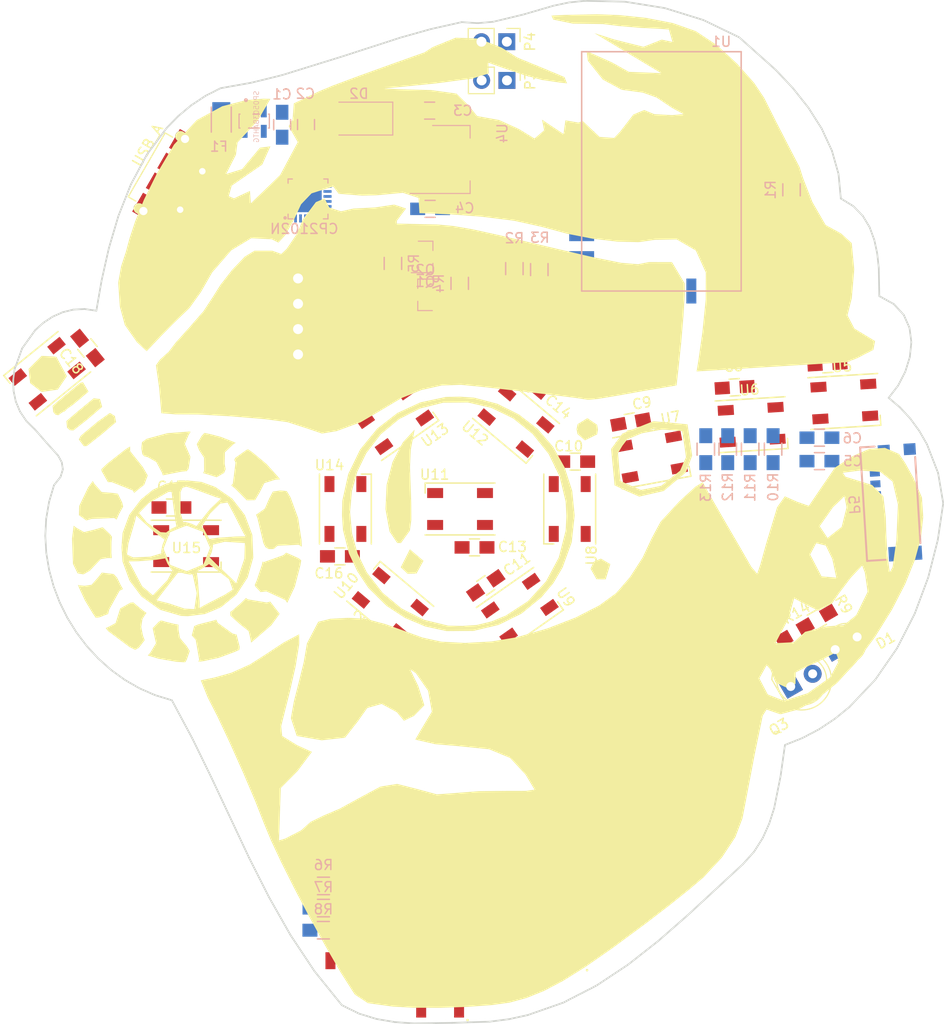
<source format=kicad_pcb>
(kicad_pcb (version 4) (host pcbnew 4.0.7)

  (general
    (links 153)
    (no_connects 153)
    (area 69.627467 22.645675 165.952069 136.406725)
    (thickness 1.6)
    (drawings 0)
    (tracks 5)
    (zones 0)
    (modules 64)
    (nets 62)
  )

  (page A4)
  (layers
    (0 F.Cu signal)
    (31 B.Cu signal)
    (32 B.Adhes user)
    (33 F.Adhes user)
    (34 B.Paste user)
    (35 F.Paste user)
    (36 B.SilkS user)
    (37 F.SilkS user hide)
    (38 B.Mask user)
    (39 F.Mask user)
    (40 Dwgs.User user)
    (41 Cmts.User user)
    (42 Eco1.User user)
    (43 Eco2.User user)
    (44 Edge.Cuts user)
    (45 Margin user)
    (46 B.CrtYd user)
    (47 F.CrtYd user)
    (48 B.Fab user hide)
    (49 F.Fab user hide)
  )

  (setup
    (last_trace_width 0.4)
    (trace_clearance 0.2)
    (zone_clearance 0.508)
    (zone_45_only no)
    (trace_min 0.2)
    (segment_width 0.2)
    (edge_width 0.15)
    (via_size 0.8)
    (via_drill 0.6)
    (via_min_size 0.4)
    (via_min_drill 0.3)
    (uvia_size 0.3)
    (uvia_drill 0.1)
    (uvias_allowed no)
    (uvia_min_size 0.2)
    (uvia_min_drill 0.1)
    (pcb_text_width 0.3)
    (pcb_text_size 1.5 1.5)
    (mod_edge_width 0.15)
    (mod_text_size 1 1)
    (mod_text_width 0.15)
    (pad_size 1.524 1.524)
    (pad_drill 0.762)
    (pad_to_mask_clearance 0.2)
    (aux_axis_origin 0 0)
    (visible_elements FFFFFF7F)
    (pcbplotparams
      (layerselection 0x00030_80000001)
      (usegerberextensions false)
      (excludeedgelayer true)
      (linewidth 0.100000)
      (plotframeref false)
      (viasonmask false)
      (mode 1)
      (useauxorigin false)
      (hpglpennumber 1)
      (hpglpenspeed 20)
      (hpglpendiameter 15)
      (hpglpenoverlay 2)
      (psnegative false)
      (psa4output false)
      (plotreference true)
      (plotvalue true)
      (plotinvisibletext false)
      (padsonsilk false)
      (subtractmaskfromsilk false)
      (outputformat 1)
      (mirror false)
      (drillshape 1)
      (scaleselection 1)
      (outputdirectory ""))
  )

  (net 0 "")
  (net 1 +3V3)
  (net 2 GND)
  (net 3 "Net-(C3-Pad1)")
  (net 4 "Net-(D1-Pad1)")
  (net 5 IRL)
  (net 6 /VBUS)
  (net 7 "Net-(F1-Pad1)")
  (net 8 "Net-(P1-Pad3)")
  (net 9 "Net-(P1-Pad2)")
  (net 10 SCL)
  (net 11 SDA)
  (net 12 "Net-(P5-Pad1)")
  (net 13 CS)
  (net 14 MOSI)
  (net 15 CLK)
  (net 16 MISO)
  (net 17 "Net-(P5-Pad8)")
  (net 18 "Net-(Q1-Pad1)")
  (net 19 RTS)
  (net 20 RST)
  (net 21 "Net-(Q2-Pad1)")
  (net 22 GPIO0)
  (net 23 DTR)
  (net 24 IRT)
  (net 25 "Net-(R1-Pad1)")
  (net 26 np)
  (net 27 "Net-(R2-Pad2)")
  (net 28 "Net-(R3-Pad2)")
  (net 29 B1)
  (net 30 B2)
  (net 31 RXD)
  (net 32 TXD)
  (net 33 "Net-(U2-Pad1)")
  (net 34 "Net-(U2-Pad9)")
  (net 35 "Net-(U2-Pad10)")
  (net 36 "Net-(U2-Pad11)")
  (net 37 "Net-(U2-Pad12)")
  (net 38 "Net-(U2-Pad13)")
  (net 39 "Net-(U2-Pad14)")
  (net 40 "Net-(U2-Pad15)")
  (net 41 "Net-(U2-Pad16)")
  (net 42 "Net-(U2-Pad17)")
  (net 43 "Net-(U2-Pad18)")
  (net 44 "Net-(U2-Pad22)")
  (net 45 "Net-(U2-Pad24)")
  (net 46 "Net-(U3-Pad2)")
  (net 47 "Net-(U5-Pad2)")
  (net 48 "Net-(U6-Pad2)")
  (net 49 "Net-(U7-Pad2)")
  (net 50 np1)
  (net 51 "Net-(U10-Pad4)")
  (net 52 "Net-(U10-Pad2)")
  (net 53 "Net-(U11-Pad2)")
  (net 54 np2)
  (net 55 "Net-(U13-Pad2)")
  (net 56 "Net-(U14-Pad2)")
  (net 57 "Net-(U15-Pad2)")
  (net 58 "Net-(U16-Pad2)")
  (net 59 "Net-(U1-Pad2)")
  (net 60 "Net-(U1-Pad11)")
  (net 61 "Net-(U1-Pad12)")

  (net_class Default "This is the default net class."
    (clearance 0.2)
    (trace_width 0.4)
    (via_dia 0.8)
    (via_drill 0.6)
    (uvia_dia 0.3)
    (uvia_drill 0.1)
    (add_net +3V3)
    (add_net /VBUS)
    (add_net B1)
    (add_net B2)
    (add_net CLK)
    (add_net CS)
    (add_net DTR)
    (add_net GND)
    (add_net GPIO0)
    (add_net IRL)
    (add_net IRT)
    (add_net MISO)
    (add_net MOSI)
    (add_net "Net-(C3-Pad1)")
    (add_net "Net-(D1-Pad1)")
    (add_net "Net-(F1-Pad1)")
    (add_net "Net-(P1-Pad2)")
    (add_net "Net-(P1-Pad3)")
    (add_net "Net-(P5-Pad1)")
    (add_net "Net-(P5-Pad8)")
    (add_net "Net-(Q1-Pad1)")
    (add_net "Net-(Q2-Pad1)")
    (add_net "Net-(R1-Pad1)")
    (add_net "Net-(R2-Pad2)")
    (add_net "Net-(R3-Pad2)")
    (add_net "Net-(U1-Pad11)")
    (add_net "Net-(U1-Pad12)")
    (add_net "Net-(U1-Pad2)")
    (add_net "Net-(U10-Pad2)")
    (add_net "Net-(U10-Pad4)")
    (add_net "Net-(U11-Pad2)")
    (add_net "Net-(U13-Pad2)")
    (add_net "Net-(U14-Pad2)")
    (add_net "Net-(U15-Pad2)")
    (add_net "Net-(U16-Pad2)")
    (add_net "Net-(U2-Pad1)")
    (add_net "Net-(U2-Pad10)")
    (add_net "Net-(U2-Pad11)")
    (add_net "Net-(U2-Pad12)")
    (add_net "Net-(U2-Pad13)")
    (add_net "Net-(U2-Pad14)")
    (add_net "Net-(U2-Pad15)")
    (add_net "Net-(U2-Pad16)")
    (add_net "Net-(U2-Pad17)")
    (add_net "Net-(U2-Pad18)")
    (add_net "Net-(U2-Pad22)")
    (add_net "Net-(U2-Pad24)")
    (add_net "Net-(U2-Pad9)")
    (add_net "Net-(U3-Pad2)")
    (add_net "Net-(U5-Pad2)")
    (add_net "Net-(U6-Pad2)")
    (add_net "Net-(U7-Pad2)")
    (add_net RST)
    (add_net RTS)
    (add_net RXD)
    (add_net SCL)
    (add_net SDA)
    (add_net TXD)
    (add_net np)
    (add_net np1)
    (add_net np2)
  )

  (net_class Vcc ""
    (clearance 0.4)
    (trace_width 1)
    (via_dia 1.2)
    (via_drill 0.6)
    (uvia_dia 0.3)
    (uvia_drill 0.1)
  )

  (module talentBadge:MOLEX_0475710001 (layer B.Cu) (tedit 5A8A4E10) (tstamp 5A9C3774)
    (at 160.2 79.35 273.5)
    (path /5A89AD86)
    (attr smd)
    (fp_text reference P5 (at 0 3.7 273.5) (layer B.SilkS)
      (effects (font (size 1 1) (thickness 0.15)) (justify mirror))
    )
    (fp_text value sd_card_spi (at -1.75 -3.675 273.5) (layer B.Fab)
      (effects (font (size 1.00239 1.00239) (thickness 0.05)) (justify mirror))
    )
    (fp_line (start -5.7 1.275) (end -5.7 2.725) (layer B.SilkS) (width 0.2))
    (fp_line (start -5.7 2.725) (end 5.7 2.725) (layer B.SilkS) (width 0.2))
    (fp_line (start 5.7 2.725) (end 5.7 0.875) (layer B.SilkS) (width 0.2))
    (fp_line (start -4.4 -2.725) (end 4.25 -2.725) (layer B.SilkS) (width 0.2))
    (fp_line (start -5.95 2.95) (end 6.15 2.95) (layer Dwgs.User) (width 0.05))
    (fp_line (start 6.15 2.95) (end 6.15 -3.05) (layer Dwgs.User) (width 0.05))
    (fp_line (start 6.15 -3.05) (end -5.95 -3.05) (layer Dwgs.User) (width 0.05))
    (fp_line (start -5.95 -3.05) (end -5.95 2.95) (layer Dwgs.User) (width 0.05))
    (pad 1 smd rect (at 3.55 1.415 93.5) (size 0.7 1) (layers B.Cu B.Paste B.Mask)
      (net 12 "Net-(P5-Pad1)"))
    (pad 2 smd rect (at 2.45 1.415 93.5) (size 0.7 1) (layers B.Cu B.Paste B.Mask)
      (net 13 CS))
    (pad 3 smd rect (at 1.35 1.415 93.5) (size 0.7 1) (layers B.Cu B.Paste B.Mask)
      (net 14 MOSI))
    (pad 4 smd rect (at 0.25 1.415 93.5) (size 0.7 1) (layers B.Cu B.Paste B.Mask)
      (net 1 +3V3))
    (pad 5 smd rect (at -0.85 1.415 93.5) (size 0.7 1) (layers B.Cu B.Paste B.Mask)
      (net 15 CLK))
    (pad 6 smd rect (at -1.95 1.415 93.5) (size 0.7 1) (layers B.Cu B.Paste B.Mask)
      (net 2 GND))
    (pad 7 smd rect (at -3.05 1.415 93.5) (size 0.7 1) (layers B.Cu B.Paste B.Mask)
      (net 16 MISO))
    (pad 8 smd rect (at -4.15 1.415 93.5) (size 0.7 1) (layers B.Cu B.Paste B.Mask)
      (net 17 "Net-(P5-Pad8)"))
    (pad 13 smd rect (at 5.175 -0.075 273.5) (size 1.45 1.2) (layers B.Cu B.Paste B.Mask))
    (pad 12 smd rect (at 5.4 -1.225 3.5) (size 0.7 1) (layers B.Cu B.Paste B.Mask))
    (pad 11 smd rect (at 5.2 -2.375 273.5) (size 1.4 0.9) (layers B.Cu B.Paste B.Mask))
    (pad 9 smd rect (at -5.225 0.365 273.5) (size 1.15 1.2) (layers B.Cu B.Paste B.Mask))
    (pad 10 smd rect (at -5.225 -2.225 273.5) (size 1.15 1.2) (layers B.Cu B.Paste B.Mask))
  )

  (module Tesla:Tesla_Edge.Cuts.mod (layer F.Cu) (tedit 5A8B20E1) (tstamp 5A8B23A4)
    (at 116.55 79.45)
    (descr "Imported from Tesla_capas2.svg")
    (tags svg2mod)
    (attr smd)
    (fp_text reference svg2mod (at 0 -55.185125) (layer F.SilkS) hide
      (effects (font (thickness 0.3048)))
    )
    (fp_text value G*** (at 0 55.185125) (layer F.SilkS) hide
      (effects (font (thickness 0.3048)))
    )
    (fp_line (start 12.971954 -50.408571) (end 11.375985 -50.247173) (layer Edge.Cuts) (width 0.170161))
    (fp_line (start 11.375985 -50.247173) (end 9.825608 -49.919589) (layer Edge.Cuts) (width 0.170161))
    (fp_line (start 9.825608 -49.919589) (end 6.799471 -49.037936) (layer Edge.Cuts) (width 0.170161))
    (fp_line (start 6.799471 -49.037936) (end 3.769221 -48.307856) (layer Edge.Cuts) (width 0.170161))
    (fp_line (start 3.769221 -48.307856) (end 2.213702 -48.169723) (layer Edge.Cuts) (width 0.170161))
    (fp_line (start 2.213702 -48.169723) (end 0.610534 -48.273616) (layer Edge.Cuts) (width 0.170161))
    (fp_line (start 0.610534 -48.273616) (end -2.458605 -47.58328) (layer Edge.Cuts) (width 0.170161))
    (fp_line (start -2.458605 -47.58328) (end -5.48554 -46.734213) (layer Edge.Cuts) (width 0.170161))
    (fp_line (start -5.48554 -46.734213) (end -11.470767 -44.798597) (layer Edge.Cuts) (width 0.170161))
    (fp_line (start -11.470767 -44.798597) (end -17.461099 -42.94408) (layer Edge.Cuts) (width 0.170161))
    (fp_line (start -17.461099 -42.94408) (end -20.494414 -42.196411) (layer Edge.Cuts) (width 0.170161))
    (fp_line (start -20.494414 -42.196411) (end -23.572487 -41.648005) (layer Edge.Cuts) (width 0.170161))
    (fp_line (start -23.572487 -41.648005) (end -25.112723 -40.863205) (layer Edge.Cuts) (width 0.170161))
    (fp_line (start -25.112723 -40.863205) (end -26.521185 -39.928987) (layer Edge.Cuts) (width 0.170161))
    (fp_line (start -26.521185 -39.928987) (end -27.804354 -38.859941) (layer Edge.Cuts) (width 0.170161))
    (fp_line (start -27.804354 -38.859941) (end -28.96871 -37.670672) (layer Edge.Cuts) (width 0.170161))
    (fp_line (start -28.96871 -37.670672) (end -30.966897 -34.98984) (layer Edge.Cuts) (width 0.170161))
    (fp_line (start -30.966897 -34.98984) (end -32.567583 -32.003227) (layer Edge.Cuts) (width 0.170161))
    (fp_line (start -32.567583 -32.003227) (end -33.822606 -28.827621) (layer Edge.Cuts) (width 0.170161))
    (fp_line (start -33.822606 -28.827621) (end -34.783802 -25.579781) (layer Edge.Cuts) (width 0.170161))
    (fp_line (start -34.783802 -25.579781) (end -35.503005 -22.376475) (layer Edge.Cuts) (width 0.170161))
    (fp_line (start -35.503005 -22.376475) (end -36.032055 -19.334448) (layer Edge.Cuts) (width 0.170161))
    (fp_line (start -36.032055 -19.334448) (end -37.213319 -19.504293) (layer Edge.Cuts) (width 0.170161))
    (fp_line (start -37.213319 -19.504293) (end -38.349069 -19.44456) (layer Edge.Cuts) (width 0.170161))
    (fp_line (start -38.349069 -19.44456) (end -39.426271 -19.178192) (layer Edge.Cuts) (width 0.170161))
    (fp_line (start -39.426271 -19.178192) (end -40.431891 -18.728283) (layer Edge.Cuts) (width 0.170161))
    (fp_line (start -40.431891 -18.728283) (end -41.352894 -18.117893) (layer Edge.Cuts) (width 0.170161))
    (fp_line (start -41.352894 -18.117893) (end -42.176248 -17.370085) (layer Edge.Cuts) (width 0.170161))
    (fp_line (start -42.176248 -17.370085) (end -43.477869 -15.554373) (layer Edge.Cuts) (width 0.170161))
    (fp_line (start -43.477869 -15.554373) (end -44.232484 -13.465584) (layer Edge.Cuts) (width 0.170161))
    (fp_line (start -44.232484 -13.465584) (end -44.372079 -12.376411) (layer Edge.Cuts) (width 0.170161))
    (fp_line (start -44.372079 -12.376411) (end -44.335819 -11.288123) (layer Edge.Cuts) (width 0.170161))
    (fp_line (start -44.335819 -11.288123) (end -44.110673 -10.223771) (layer Edge.Cuts) (width 0.170161))
    (fp_line (start -44.110673 -10.223771) (end -43.683605 -9.206416) (layer Edge.Cuts) (width 0.170161))
    (fp_line (start -43.683605 -9.206416) (end -43.041583 -8.259099) (layer Edge.Cuts) (width 0.170161))
    (fp_line (start -43.041583 -8.259099) (end -42.17157 -7.404869) (layer Edge.Cuts) (width 0.170161))
    (fp_line (start -42.17157 -7.404869) (end -41.015313 -6.081883) (layer Edge.Cuts) (width 0.170161))
    (fp_line (start -41.015313 -6.081883) (end -39.862682 -4.79896) (layer Edge.Cuts) (width 0.170161))
    (fp_line (start -39.862682 -4.79896) (end -39.499478 -4.1324) (layer Edge.Cuts) (width 0.170161))
    (fp_line (start -39.499478 -4.1324) (end -39.391282 -3.427707) (layer Edge.Cuts) (width 0.170161))
    (fp_line (start -39.391282 -3.427707) (end -39.622794 -2.668837) (layer Edge.Cuts) (width 0.170161))
    (fp_line (start -39.622794 -2.668837) (end -40.278716 -1.839717) (layer Edge.Cuts) (width 0.170161))
    (fp_line (start -40.278716 -1.839717) (end -40.775134 -0.16456) (layer Edge.Cuts) (width 0.170161))
    (fp_line (start -40.775134 -0.16456) (end -41.063477 1.536517) (layer Edge.Cuts) (width 0.170161))
    (fp_line (start -41.063477 1.536517) (end -41.15304 3.248613) (layer Edge.Cuts) (width 0.170161))
    (fp_line (start -41.15304 3.248613) (end -41.053117 4.956848) (layer Edge.Cuts) (width 0.170161))
    (fp_line (start -41.053117 4.956848) (end -40.773001 6.646309) (layer Edge.Cuts) (width 0.170161))
    (fp_line (start -40.773001 6.646309) (end -40.321986 8.302117) (layer Edge.Cuts) (width 0.170161))
    (fp_line (start -40.321986 8.302117) (end -39.709368 9.909349) (layer Edge.Cuts) (width 0.170161))
    (fp_line (start -39.709368 9.909349) (end -38.944439 11.453115) (layer Edge.Cuts) (width 0.170161))
    (fp_line (start -38.944439 11.453115) (end -38.036493 12.918533) (layer Edge.Cuts) (width 0.170161))
    (fp_line (start -38.036493 12.918533) (end -36.994826 14.290693) (layer Edge.Cuts) (width 0.170161))
    (fp_line (start -36.994826 14.290693) (end -35.828729 15.554704) (layer Edge.Cuts) (width 0.170161))
    (fp_line (start -35.828729 15.554704) (end -34.547499 16.695653) (layer Edge.Cuts) (width 0.170161))
    (fp_line (start -34.547499 16.695653) (end -33.160428 17.698661) (layer Edge.Cuts) (width 0.170161))
    (fp_line (start -33.160428 17.698661) (end -31.67681 18.548816) (layer Edge.Cuts) (width 0.170161))
    (fp_line (start -31.67681 18.548816) (end -30.105941 19.231237) (layer Edge.Cuts) (width 0.170161))
    (fp_line (start -30.105941 19.231237) (end -28.457112 19.731013) (layer Edge.Cuts) (width 0.170161))
    (fp_line (start -28.457112 19.731013) (end -26.39314 23.582523) (layer Edge.Cuts) (width 0.170161))
    (fp_line (start -26.39314 23.582523) (end -24.466271 27.536091) (layer Edge.Cuts) (width 0.170161))
    (fp_line (start -24.466271 27.536091) (end -20.710712 35.528731) (layer Edge.Cuts) (width 0.170161))
    (fp_line (start -20.710712 35.528731) (end -18.725453 39.457456) (layer Edge.Cuts) (width 0.170161))
    (fp_line (start -18.725453 39.457456) (end -16.564164 43.267547) (layer Edge.Cuts) (width 0.170161))
    (fp_line (start -16.564164 43.267547) (end -14.148558 46.903824) (layer Edge.Cuts) (width 0.170161))
    (fp_line (start -14.148558 46.903824) (end -11.400355 50.31112) (layer Edge.Cuts) (width 0.170161))
    (fp_line (start -11.400355 50.31112) (end -9.714167 51.145947) (layer Edge.Cuts) (width 0.170161))
    (fp_line (start -9.714167 51.145947) (end -7.934938 51.692208) (layer Edge.Cuts) (width 0.170161))
    (fp_line (start -7.934938 51.692208) (end -6.085267 52.004432) (layer Edge.Cuts) (width 0.170161))
    (fp_line (start -6.085267 52.004432) (end -4.187752 52.137125) (layer Edge.Cuts) (width 0.170161))
    (fp_line (start -4.187752 52.137125) (end -0.339583 52.081872) (layer Edge.Cuts) (width 0.170161))
    (fp_line (start -0.339583 52.081872) (end 3.428782 51.962619) (layer Edge.Cuts) (width 0.170161))
    (fp_line (start 3.428782 51.962619) (end 5.365921 51.710896) (layer Edge.Cuts) (width 0.170161))
    (fp_line (start 5.365921 51.710896) (end 7.237237 51.300805) (layer Edge.Cuts) (width 0.170161))
    (fp_line (start 7.237237 51.300805) (end 10.79883 50.057189) (layer Edge.Cuts) (width 0.170161))
    (fp_line (start 10.79883 50.057189) (end 14.146427 48.335141) (layer Edge.Cuts) (width 0.170161))
    (fp_line (start 14.146427 48.335141) (end 17.31289 46.237979) (layer Edge.Cuts) (width 0.170161))
    (fp_line (start 17.31289 46.237979) (end 20.331081 43.869072) (layer Edge.Cuts) (width 0.170161))
    (fp_line (start 20.331081 43.869072) (end 23.233862 41.33176) (layer Edge.Cuts) (width 0.170161))
    (fp_line (start 23.233862 41.33176) (end 28.824647 36.165307) (layer Edge.Cuts) (width 0.170161))
    (fp_line (start 28.824647 36.165307) (end 29.940577 34.922064) (layer Edge.Cuts) (width 0.170161))
    (fp_line (start 29.940577 34.922064) (end 30.808942 33.551536) (layer Edge.Cuts) (width 0.170161))
    (fp_line (start 30.808942 33.551536) (end 31.469409 32.081605) (layer Edge.Cuts) (width 0.170161))
    (fp_line (start 31.469409 32.081605) (end 31.961641 30.540123) (layer Edge.Cuts) (width 0.170161))
    (fp_line (start 31.961641 30.540123) (end 32.60006 27.354043) (layer Edge.Cuts) (width 0.170161))
    (fp_line (start 32.60006 27.354043) (end 33.041518 24.216261) (layer Edge.Cuts) (width 0.170161))
    (fp_line (start 33.041518 24.216261) (end 34.815822 23.508304) (layer Edge.Cuts) (width 0.170161))
    (fp_line (start 34.815822 23.508304) (end 36.483989 22.628379) (layer Edge.Cuts) (width 0.170161))
    (fp_line (start 36.483989 22.628379) (end 38.046415 21.590277) (layer Edge.Cuts) (width 0.170161))
    (fp_line (start 38.046415 21.590277) (end 39.5035 20.407781) (layer Edge.Cuts) (width 0.170161))
    (fp_line (start 39.5035 20.407781) (end 42.103242 17.664773) (layer Edge.Cuts) (width 0.170161))
    (fp_line (start 42.103242 17.664773) (end 44.286403 14.509648) (layer Edge.Cuts) (width 0.170161))
    (fp_line (start 44.286403 14.509648) (end 46.056169 11.05272) (layer Edge.Cuts) (width 0.170161))
    (fp_line (start 46.056169 11.05272) (end 47.41573 7.404293) (layer Edge.Cuts) (width 0.170161))
    (fp_line (start 47.41573 7.404293) (end 48.368273 3.674661) (layer Edge.Cuts) (width 0.170161))
    (fp_line (start 48.368273 3.674661) (end 48.916987 -0.025872) (layer Edge.Cuts) (width 0.170161))
    (fp_line (start 48.916987 -0.025872) (end 48.402109 -3.059771) (layer Edge.Cuts) (width 0.170161))
    (fp_line (start 48.402109 -3.059771) (end 47.281775 -5.948987) (layer Edge.Cuts) (width 0.170161))
    (fp_line (start 47.281775 -5.948987) (end 46.511652 -7.284784) (layer Edge.Cuts) (width 0.170161))
    (fp_line (start 46.511652 -7.284784) (end 45.610669 -8.518949) (layer Edge.Cuts) (width 0.170161))
    (fp_line (start 45.610669 -8.518949) (end 44.585665 -9.629659) (layer Edge.Cuts) (width 0.170161))
    (fp_line (start 44.585665 -9.629659) (end 43.443473 -10.595099) (layer Edge.Cuts) (width 0.170161))
    (fp_line (start 43.443473 -10.595099) (end 44.388337 -11.823952) (layer Edge.Cuts) (width 0.170161))
    (fp_line (start 44.388337 -11.823952) (end 45.10954 -13.214853) (layer Edge.Cuts) (width 0.170161))
    (fp_line (start 45.10954 -13.214853) (end 45.567189 -14.693424) (layer Edge.Cuts) (width 0.170161))
    (fp_line (start 45.567189 -14.693424) (end 45.721387 -16.185253) (layer Edge.Cuts) (width 0.170161))
    (fp_line (start 45.721387 -16.185253) (end 45.532243 -17.615952) (layer Edge.Cuts) (width 0.170161))
    (fp_line (start 45.532243 -17.615952) (end 44.959859 -18.911131) (layer Edge.Cuts) (width 0.170161))
    (fp_line (start 44.959859 -18.911131) (end 43.964343 -19.996368) (layer Edge.Cuts) (width 0.170161))
    (fp_line (start 43.964343 -19.996368) (end 42.505799 -20.797296) (layer Edge.Cuts) (width 0.170161))
    (fp_line (start 42.505799 -20.797296) (end 42.451303 -23.63912) (layer Edge.Cuts) (width 0.170161))
    (fp_line (start 42.451303 -23.63912) (end 42.297522 -25.059536) (layer Edge.Cuts) (width 0.170161))
    (fp_line (start 42.297522 -25.059536) (end 42.005491 -26.427291) (layer Edge.Cuts) (width 0.170161))
    (fp_line (start 42.005491 -26.427291) (end 41.534791 -27.70312) (layer Edge.Cuts) (width 0.170161))
    (fp_line (start 41.534791 -27.70312) (end 40.845002 -28.847792) (layer Edge.Cuts) (width 0.170161))
    (fp_line (start 40.845002 -28.847792) (end 39.895704 -29.822032) (layer Edge.Cuts) (width 0.170161))
    (fp_line (start 39.895704 -29.822032) (end 38.646476 -30.586608) (layer Edge.Cuts) (width 0.170161))
    (fp_line (start 38.646476 -30.586608) (end 38.413972 -33.045243) (layer Edge.Cuts) (width 0.170161))
    (fp_line (start 38.413972 -33.045243) (end 37.750674 -35.382608) (layer Edge.Cuts) (width 0.170161))
    (fp_line (start 37.750674 -35.382608) (end 36.723169 -37.596752) (layer Edge.Cuts) (width 0.170161))
    (fp_line (start 36.723169 -37.596752) (end 35.398043 -39.685733) (layer Edge.Cuts) (width 0.170161))
    (fp_line (start 35.398043 -39.685733) (end 33.841884 -41.647589) (layer Edge.Cuts) (width 0.170161))
    (fp_line (start 33.841884 -41.647589) (end 32.121281 -43.480389) (layer Edge.Cuts) (width 0.170161))
    (fp_line (start 32.121281 -43.480389) (end 28.45308 -46.750971) (layer Edge.Cuts) (width 0.170161))
    (fp_line (start 28.45308 -46.750971) (end 24.833353 -48.493115) (layer Edge.Cuts) (width 0.170161))
    (fp_line (start 24.833353 -48.493115) (end 20.978277 -49.684411) (layer Edge.Cuts) (width 0.170161))
    (fp_line (start 20.978277 -49.684411) (end 16.990321 -50.323419) (layer Edge.Cuts) (width 0.170161))
    (fp_line (start 16.990321 -50.323419) (end 12.971953 -50.408752) (layer Edge.Cuts) (width 0.170161))
    (fp_line (start 12.971953 -50.408752) (end 12.971954 -50.408571) (layer Edge.Cuts) (width 0.170161))
  )

  (module Tesla:Tesla_SilkS.mod (layer F.Cu) (tedit 5A8B2383) (tstamp 5A8B257D)
    (at 114 79)
    (descr "Imported from Tesla_New.svg")
    (tags svg2mod)
    (attr smd)
    (fp_text reference svg2mod (at 0 -54.242206) (layer F.SilkS) hide
      (effects (font (thickness 0.3048)))
    )
    (fp_text value G*** (at 0 54.242206) (layer F.SilkS) hide
      (effects (font (thickness 0.3048)))
    )
    (fp_poly (pts (xy -3.755372 50.901655) (xy 33.754306 16.666774) (xy 33.023686 17.986013) (xy 33.867096 19.597591)
      (xy 35.493585 20.228061) (xy 37.864196 19.475554) (xy 40.107745 17.891132) (xy 41.009897 16.213525)
      (xy 40.683622 15.393608) (xy 39.04081 16.254431) (xy 37.80739 16.79555) (xy 36.66984 17.387038)
      (xy 36.649248 18.526495) (xy 36.054498 19.0591) (xy 34.646395 18.398169) (xy 34.1216 17.064957)
      (xy 33.754306 16.666774) (xy -3.755372 50.901655) (xy 36.513185 9.957336) (xy 35.925312 12.050704)
      (xy 35.125329 13.52536) (xy 34.640932 14.450248) (xy 36.490615 14.358947) (xy 37.609144 13.315836)
      (xy 39.748321 12.779824) (xy 41.509715 12.63423) (xy 42.740888 11.639571) (xy 43.881142 9.307364)
      (xy 43.607251 7.394999) (xy 43.333343 6.674585) (xy 42.17162 7.922012) (xy 41.009897 9.459473)
      (xy 40.308508 10.481599) (xy 38.938423 11.193597) (xy 37.616617 10.561137) (xy 36.513185 9.957336)
      (xy -3.755372 50.901655) (xy 38.725955 4.431118) (xy 38.120621 5.565157) (xy 39.260872 7.755151)
      (xy 40.737359 7.885661) (xy 40.338265 6.009248) (xy 39.687312 4.671818) (xy 38.725955 4.431118)
      (xy -3.755372 50.901655) (xy 41.401438 -2.632036) (xy 41.662465 -2.232673) (xy 44.325388 -1.41107)
      (xy 45.466449 -0.255838) (xy 45.709867 1.864997) (xy 45.760949 3.675525) (xy 45.882661 5.713517)
      (xy 46.105349 7.331435) (xy 46.386564 6.83856) (xy 46.764938 4.167191) (xy 46.920058 0.546869)
      (xy 46.387356 -1.744894) (xy 45.164973 -2.716087) (xy 43.106661 -2.855768) (xy 41.401438 -2.632036)
      (xy -3.755372 50.901655) (xy 40.393214 0.851195) (xy 39.077664 2.723915) (xy 39.863468 3.905077)
      (xy 41.277959 2.795733) (xy 41.768764 0.82886) (xy 41.549419 -0.271274) (xy 40.393214 0.851195)
      (xy -3.755372 50.901655) (xy -6.238669 50.55928) (xy -7.563891 49.687397) (xy -8.984796 47.461146)
      (xy -10.561114 44.73244) (xy -12.134599 41.877039) (xy -13.618622 39.063061) (xy -14.926556 36.458626)
      (xy -15.971774 34.231852) (xy -16.667649 32.550858) (xy -17.561722 30.274622) (xy -18.764774 27.443442)
      (xy -20.085252 24.486294) (xy -21.331603 21.832152) (xy -22.312275 19.909989) (xy -23.008822 18.181348)
      (xy -21.617573 17.894132) (xy -19.939331 17.419742) (xy -18.055872 16.570782) (xy -16.545448 15.607897)
      (xy -14.686351 14.380534) (xy -13.138135 13.562889) (xy -13.127472 14.529746) (xy -13.489167 16.77271)
      (xy -14.064155 19.305373) (xy -14.939972 22.786087) (xy -14.838375 23.762221) (xy -13.350908 24.676741)
      (xy -11.857337 25.35479) (xy -13.29295 27.276391) (xy -14.979304 28.977347) (xy -15.069821 31.606094)
      (xy -15.160338 34.234838) (xy -14.547785 34.053342) (xy -12.948093 33.2286) (xy -11.977564 32.362881)
      (xy -10.652969 31.722317) (xy -9.083759 31.05587) (xy -7.170998 30.005935) (xy -4.983682 28.833129)
      (xy -3.305399 28.570371) (xy -1.279578 29.083554) (xy 0.675342 29.613548) (xy 2.635757 29.47158)
      (xy 4.883882 29.294827) (xy 7.534374 29.270501) (xy 9.608493 29.267121) (xy 10.470866 29.140728)
      (xy 9.558756 27.626317) (xy 8.025733 25.970519) (xy 5.923839 25.098845) (xy 2.799817 24.780454)
      (xy 0.511115 24.588887) (xy -1.490797 24.128072) (xy -0.925732 23.146335) (xy 0.171125 21.322753)
      (xy -0.206436 19.226776) (xy -1.444278 17.456295) (xy -1.990158 17.107215) (xy -1.193574 18.739644)
      (xy -0.579781 20.677774) (xy -1.62217 21.750991) (xy -2.621221 22.238939) (xy -3.335291 21.383601)
      (xy -4.864874 20.551453) (xy -6.303301 20.956837) (xy -7.244066 22.288578) (xy -8.536035 23.936449)
      (xy -10.875169 24.198478) (xy -13.384326 23.764986) (xy -13.97172 21.973465) (xy -13.669271 20.295236)
      (xy -13.176341 18.35759) (xy -12.677225 16.343144) (xy -12.359859 14.480272) (xy -11.226421 12.310745)
      (xy -9.990884 12.00577) (xy -8.192743 11.913439) (xy -6.46425 12.012878) (xy -4.481402 12.541233)
      (xy -0.753614 13.895693) (xy 1.10102 14.302005) (xy 3.514654 14.43116) (xy 6.150602 14.284333)
      (xy 8.67218 13.862705) (xy 11.75236 12.980102) (xy 14.587798 11.8832) (xy 16.962557 10.667831)
      (xy 18.6607 9.429827) (xy 20.034182 7.842808) (xy 21.310549 5.870529) (xy 22.238852 3.900763)
      (xy 23.114625 2.276048) (xy 25.007976 0.224272) (xy 26.613065 -1.24095) (xy 27.343517 -1.685321)
      (xy 28.049989 -0.406475) (xy 29.597385 2.271362) (xy 31.249742 5.113619) (xy 32.20857 6.787772)
      (xy 32.80826 7.495326) (xy 33.124299 6.558353) (xy 33.694869 4.494873) (xy 34.803864 0.825015)
      (xy 35.580382 -0.270299) (xy 36.800317 0.267383) (xy 37.988972 0.685782) (xy 39.150677 -1.033676)
      (xy 40.609074 -3.155228) (xy 42.418889 -4.326134) (xy 44.062633 -5.037387) (xy 45.625404 -5.129825)
      (xy 47.037093 -4.521236) (xy 47.647545 -3.621671) (xy 48.488328 -2.112066) (xy 49.331153 -0.163768)
      (xy 49.463882 1.803263) (xy 49.241079 3.835472) (xy 48.637037 6.079632) (xy 47.663023 8.507652)
      (xy 46.330306 11.091444) (xy 44.650154 13.802917) (xy 42.759258 16.353227) (xy 40.819908 18.441962)
      (xy 38.874701 20.034256) (xy 36.966231 21.09524) (xy 35.137096 21.590049) (xy 33.746321 21.116173)
      (xy 33.364298 21.730665) (xy 32.56238 25.585304) (xy 32.041312 28.3288) (xy 31.598064 30.643262)
      (xy 31.328595 32.027622) (xy 30.61759 33.907634) (xy 29.268812 35.948473) (xy 27.419381 37.942652)
      (xy 26.049317 39.110486) (xy 23.965485 40.775997) (xy 21.619026 42.578609) (xy 18.318633 45.015369)
      (xy 15.604819 46.903171) (xy 13.345205 48.318843) (xy 11.407413 49.339213) (xy 9.659062 50.04111)
      (xy 7.967775 50.50136) (xy 6.190008 50.749818) (xy 3.732645 50.927604) (xy 0.99185 51.02119)
      (xy -1.63621 51.01705) (xy -3.755372 50.901655)) (layer F.SilkS) (width 0))
    (fp_poly (pts (xy -12.105282 -6.993276) (xy -14.32014 -7.709583) (xy -16.579092 -8.008673) (xy -19.941088 -8.289228)
      (xy -23.29577 -8.474277) (xy -25.53278 -8.486849) (xy -26.963843 -8.603169) (xy -27.189618 -11.179391)
      (xy -27.506343 -13.412934) (xy -27.078936 -14.010603) (xy -26.241862 -14.748885) (xy -25.538247 -15.67611)
      (xy -24.211583 -17.148245) (xy -22.737508 -18.838156) (xy -21.845346 -20.193657) (xy -21.01862 -21.499922)
      (xy -19.867707 -22.976144) (xy -18.594478 -24.308673) (xy -17.624127 -24.902519) (xy -15.843712 -24.905388)
      (xy -14.925092 -24.579126) (xy -14.386429 -25.095198) (xy -13.36373 -26.599496) (xy -12.75129 -28.062078)
      (xy -11.462836 -29.77504) (xy -10.587118 -30.14599) (xy -10.110743 -29.223139) (xy -8.938221 -28.853999)
      (xy -7.701129 -29.130855) (xy -5.528972 -29.243111) (xy -3.60589 -29.52637) (xy -2.418078 -29.134158)
      (xy -3.342197 -27.894685) (xy -3.346804 -27.623714) (xy -1.010292 -27.571686) (xy 0.699192 -27.53495)
      (xy 2.312471 -27.385156) (xy 4.287096 -27.043027) (xy 7.080618 -26.429286) (xy 11.150586 -25.464654)
      (xy 16.154544 -24.290903) (xy 19.161169 -23.688258) (xy 20.85611 -23.548441) (xy 21.92502 -23.763176)
      (xy 24.258332 -23.759211) (xy 25.530232 -21.624304) (xy 25.538462 -20.5134) (xy 25.415676 -18.415418)
      (xy 25.193165 -15.761038) (xy 24.902221 -12.98094) (xy 24.717916 -11.391272) (xy 23.286085 -11.148993)
      (xy 21.41623 -10.833656) (xy 18.929273 -10.386493) (xy 16.813356 -10.034758) (xy 15.835554 -9.948857)
      (xy 14.644636 -10.131547) (xy 11.879989 -10.47854) (xy 8.436396 -10.88438) (xy 5.208639 -11.243616)
      (xy 3.091504 -11.450794) (xy 1.163316 -11.386068) (xy -0.857732 -10.933772) (xy -2.864264 -10.127462)
      (xy -4.748905 -9.000694) (xy -6.997071 -7.684943) (xy -9.374052 -6.812074) (xy -10.853812 -6.562465)
      (xy -12.105282 -6.993276)) (layer F.SilkS) (width 0))
    (fp_poly (pts (xy 19.691452 -0.799642) (xy 19.089112 -1.813494) (xy 20.084253 -1.36258) (xy 21.149375 -0.910844)
      (xy 22.203807 -1.121835) (xy 23.188277 -1.333647) (xy 24.129755 -2.089395) (xy 25.071232 -2.84514)
      (xy 25.366829 -3.521892) (xy 25.662426 -4.198643) (xy 25.478103 -5.498988) (xy 25.284059 -6.811796)
      (xy 23.829426 -6.92964) (xy 22.384512 -7.035018) (xy 21.100297 -6.535967) (xy 19.774131 -5.977649)
      (xy 19.288948 -5.347396) (xy 18.847234 -4.613271) (xy 18.968904 -3.131813) (xy 19.089112 -1.813494)
      (xy 19.691452 -0.799642) (xy 18.499271 -1.374104) (xy 18.324777 -3.195921) (xy 18.150303 -5.017738)
      (xy 18.721288 -5.794336) (xy 19.292274 -6.570937) (xy 20.838393 -7.186759) (xy 22.384512 -7.802583)
      (xy 24.090599 -7.655852) (xy 25.813989 -7.491819) (xy 26.056114 -5.963972) (xy 26.28311 -4.35225)
      (xy 25.953601 -3.447103) (xy 25.622996 -2.639838) (xy 24.560269 -1.750459) (xy 23.42504 -0.803785)
      (xy 20.965197 -0.241015) (xy 19.691452 -0.799642)) (layer F.SilkS) (width 0))
    (fp_poly (pts (xy 15.532685 -5.881307) (xy 14.780702 -6.507712) (xy 14.685708 -6.995674) (xy 14.791775 -7.50819)
      (xy 15.773776 -8.113408) (xy 16.750995 -7.441287) (xy 16.837785 -6.962469) (xy 16.751397 -6.48454)
      (xy 15.532685 -5.881307) (xy 15.532685 -5.881307)) (layer F.SilkS) (width 0))
    (fp_poly (pts (xy 1.639994 13.244221) (xy -0.62753 12.10714) (xy 1.801844 12.695649) (xy 3.242881 12.721902)
      (xy 4.662691 12.632366) (xy 4.662326 12.632366) (xy 6.159944 12.271708) (xy 7.592386 11.683373)
      (xy 9.812908 10.237804) (xy 11.630276 8.241328) (xy 12.905621 5.856446) (xy 13.592687 3.169666)
      (xy 13.666618 1.718098) (xy 13.592687 0.26268) (xy 12.983927 -2.261078) (xy 11.872684 -4.532014)
      (xy 10.271889 -6.523705) (xy 8.33952 -8.069853) (xy 6.142657 -9.136788) (xy 3.776266 -9.678385)
      (xy 1.308183 -9.656494) (xy -1.002255 -9.080121) (xy -3.115014 -8.007047) (xy -4.94336 -6.494183)
      (xy -6.400561 -4.598442) (xy -7.306043 -2.73879) (xy -7.846948 -0.776281) (xy -8.026526 1.300889)
      (xy -7.838213 3.432688) (xy -7.277315 5.45807) (xy -6.349894 7.355127) (xy -4.786995 9.382116)
      (xy -2.851675 10.984374) (xy -0.62753 12.10714) (xy 1.639994 13.244221) (xy -0.474161 12.789427)
      (xy -2.516295 11.931913) (xy -4.381629 10.715679) (xy -6.198094 8.914413) (xy -7.303369 7.258228)
      (xy -8.143629 5.479797) (xy -8.743648 3.123517) (xy -8.844849 1.653381) (xy -8.813865 0.180045)
      (xy -8.210896 -2.519085) (xy -7.025559 -4.965966) (xy -5.298805 -7.07607) (xy -3.280377 -8.634694)
      (xy -0.983368 -9.692641) (xy 1.570782 -10.240032) (xy 2.996894 -10.26596) (xy 4.428871 -10.16597)
      (xy 6.758828 -9.548714) (xy 8.89439 -8.490631) (xy 10.771824 -7.040931) (xy 12.327398 -5.248826)
      (xy 13.497382 -3.163525) (xy 14.256674 -0.802581) (xy 14.498242 1.646954) (xy 14.204945 4.332367)
      (xy 13.291407 6.861068) (xy 12.365561 8.436507) (xy 11.170465 9.85393) (xy 9.171329 11.493312)
      (xy 6.87647 12.626729) (xy 4.34071 13.227106) (xy 1.639994 13.244226) (xy 1.639994 13.244221)) (layer F.SilkS) (width 0))
    (fp_poly (pts (xy -2.260358 7.500609) (xy -2.952831 6.84987) (xy -2.031927 5.039619) (xy -0.666787 6.196214)
      (xy -1.368542 7.472829) (xy -2.260358 7.500609)) (layer F.SilkS) (width 0))
    (fp_poly (pts (xy -3.30739 4.403303) (xy -4.07389 3.26317) (xy -4.480807 1.021298) (xy -4.369233 -1.42268)
      (xy -3.772688 -3.71865) (xy -2.739693 -5.679867) (xy -1.553213 -6.96717) (xy -1.616853 -6.644171)
      (xy -1.938907 -4.968556) (xy -2.018774 -3.194788) (xy -1.89595 0.349075) (xy -1.88448 2.102412)
      (xy -2.032329 3.170088) (xy -2.928859 4.418717) (xy -3.30739 4.403296) (xy -3.30739 4.403303)) (layer F.SilkS) (width 0))
    (fp_poly (pts (xy -18.029883 13.991428) (xy -18.209511 13.242737) (xy -19.074851 12.562786) (xy -20.038967 11.697117)
      (xy -20.051391 11.319789) (xy -19.785814 11.13522) (xy -18.991478 10.43465) (xy -18.462718 9.918653)
      (xy -18.300759 10.060844) (xy -16.384604 10.375332) (xy -16.040259 10.281582) (xy -15.093227 11.510941)
      (xy -15.939966 12.671883) (xy -17.955335 14.402439) (xy -18.029847 13.991428) (xy -18.029883 13.991428)) (layer F.SilkS) (width 0))
    (fp_poly (pts (xy -23.169027 16.105114) (xy -23.521778 14.101202) (xy -23.909591 13.682338) (xy -23.669028 12.745326)
      (xy -23.256091 12.57069) (xy -21.692632 12.175822) (xy -21.459268 12.091519) (xy -21.303467 12.411463)
      (xy -19.809056 13.494506) (xy -19.415688 13.586942) (xy -19.101052 14.81846) (xy -19.133228 15.118923)
      (xy -19.695224 15.371275) (xy -21.196692 15.927315) (xy -22.748892 16.258917) (xy -23.245713 16.325418)
      (xy -23.169027 16.105114) (xy -23.169027 16.105114)) (layer F.SilkS) (width 0))
    (fp_poly (pts (xy -25.479226 16.321967) (xy -27.224724 16.021614) (xy -28.322825 15.693071) (xy -28.0677 15.404571)
      (xy -27.502177 14.45681) (xy -27.735322 13.419279) (xy -27.831467 12.945154) (xy -27.233769 12.320595)
      (xy -26.980306 12.167836) (xy -26.525728 12.307509) (xy -25.655875 12.521688) (xy -25.2406 12.596192)
      (xy -25.2406 13.111557) (xy -25.094573 13.935135) (xy -24.421505 14.74034) (xy -24.110103 15.240979)
      (xy -24.41743 16.130156) (xy -24.570381 16.372405) (xy -24.81321 16.366065) (xy -25.479226 16.321972)
      (xy -25.479226 16.321967)) (layer F.SilkS) (width 0))
    (fp_poly (pts (xy -30.137262 14.857616) (xy -32.268747 13.273755) (xy -32.543679 12.949324) (xy -32.275416 12.821535)
      (xy -31.546564 12.433582) (xy -31.092845 10.976884) (xy -30.062495 10.389399) (xy -29.762568 10.366012)
      (xy -29.416505 10.674828) (xy -28.770515 11.194978) (xy -28.4529 11.419179) (xy -28.586666 11.604526)
      (xy -28.858127 12.032895) (xy -28.978152 12.82507) (xy -28.805121 13.6925) (xy -28.632089 14.154602)
      (xy -29.223356 14.928236) (xy -29.593245 15.126555) (xy -30.137262 14.857616)) (layer F.SilkS) (width 0))
    (fp_poly (pts (xy -33.828113 11.496388) (xy -34.631784 10.169456) (xy -35.226434 8.879991) (xy -35.325794 8.608892)
      (xy -35.220459 8.642463) (xy -34.665132 8.699753) (xy -33.959759 8.598525) (xy -33.204396 7.733448)
      (xy -32.937522 7.375843) (xy -31.740242 7.522587) (xy -31.398565 7.889533) (xy -31.057636 8.58972)
      (xy -30.815063 9.028756) (xy -31.147477 9.193037) (xy -32.197981 11.102477) (xy -32.299004 11.525947)
      (xy -33.218154 11.881108) (xy -33.546274 11.903698) (xy -33.828113 11.496388)) (layer F.SilkS) (width 0))
    (fp_poly (pts (xy -35.359377 7.461999) (xy -35.828408 6.509012) (xy -35.926014 3.960045) (xy -35.754792 2.672609)
      (xy -35.514594 2.864434) (xy -34.710829 3.316092) (xy -33.638345 3.055103) (xy -32.851609 2.82606)
      (xy -32.07516 3.560253) (xy -31.913329 3.798546) (xy -31.964654 4.333817) (xy -31.973607 5.395095)
      (xy -31.931253 5.921105) (xy -32.369606 5.92114) (xy -33.036316 6.026421) (xy -34.129045 7.184752)
      (xy -34.769024 7.556404) (xy -35.359359 7.461999) (xy -35.359377 7.461999)) (layer F.SilkS) (width 0))
    (fp_poly (pts (xy -34.488903 2.152389) (xy -35.22912 1.620431) (xy -35.203649 0.697742) (xy -34.309988 -1.161783)
      (xy -33.841396 -1.807781) (xy -33.665606 -1.516195) (xy -32.950494 -0.702331) (xy -31.828695 -0.608499)
      (xy -31.32113 -0.532915) (xy -30.889903 0.3434) (xy -30.792169 0.764234) (xy -31.004119 1.137759)
      (xy -31.216069 1.530382) (xy -31.335309 1.809922) (xy -31.45453 2.070364) (xy -31.683528 1.902275)
      (xy -33.96155 1.997939) (xy -34.488903 2.152389)) (layer F.SilkS) (width 0))
    (fp_poly (pts (xy -29.823028 -0.853448) (xy -31.949671 -1.694242) (xy -32.326211 -1.693876) (xy -32.953071 -2.796258)
      (xy -32.979272 -2.987355) (xy -32.424603 -3.522108) (xy -30.53412 -5.005949) (xy -30.097595 -5.268509)
      (xy -30.083343 -4.795548) (xy -28.824087 -3.21642) (xy -28.325493 -2.36154) (xy -28.67563 -1.427552)
      (xy -29.28621 -0.948816) (xy -29.686595 -0.611759) (xy -29.823028 -0.853448)) (layer F.SilkS) (width 0))
    (fp_poly (pts (xy -26.897371 -2.632207) (xy -27.469216 -3.710067) (xy -28.339726 -4.206463) (xy -28.666129 -4.277499)
      (xy -28.872579 -4.496325) (xy -28.970734 -5.106976) (xy -28.902709 -5.705224) (xy -28.424433 -6.042758)
      (xy -26.371096 -6.603393) (xy -24.17303 -6.769976) (xy -24.019714 -6.741213) (xy -24.203251 -6.472342)
      (xy -24.60338 -5.530331) (xy -24.043412 -4.237748) (xy -24.228923 -3.025489) (xy -24.429197 -2.789706)
      (xy -24.881034 -2.756772) (xy -26.812536 -2.376992) (xy -26.897371 -2.632207)) (layer F.SilkS) (width 0))
    (fp_poly (pts (xy -21.987553 -2.364809) (xy -22.644159 -2.567095) (xy -22.770123 -2.593497) (xy -22.671658 -2.8351)
      (xy -22.67988 -4.137981) (xy -23.181233 -4.906572) (xy -23.413263 -5.497068) (xy -22.915217 -6.339833)
      (xy -22.644561 -6.627774) (xy -22.110411 -6.523672) (xy -20.985926 -6.231724) (xy -19.495918 -5.643437)
      (xy -19.739058 -5.487574) (xy -20.585834 -4.684225) (xy -20.608892 -3.533153) (xy -20.510939 -2.98489)
      (xy -20.664328 -2.619945) (xy -21.417189 -2.182923) (xy -21.987517 -2.364809) (xy -21.987553 -2.364809)) (layer F.SilkS) (width 0))
    (fp_poly (pts (xy -18.388425 0.138542) (xy -19.582087 -1.067579) (xy -19.954698 -1.361082) (xy -19.789195 -1.544287)
      (xy -19.522047 -3.652176) (xy -19.644776 -3.925655) (xy -19.543607 -4.134638) (xy -18.428367 -4.924591)
      (xy -18.254111 -4.986075) (xy -17.825224 -4.68352) (xy -16.409611 -3.515355) (xy -15.249558 -2.221838)
      (xy -15.060868 -1.969279) (xy -15.513399 -1.943135) (xy -16.630356 -1.593412) (xy -17.1244 -0.611351)
      (xy -17.559446 0.11607) (xy -18.388425 0.138542) (xy -18.388425 0.138542)) (layer F.SilkS) (width 0))
    (fp_poly (pts (xy -16.210476 5.019038) (xy -16.521951 4.835177) (xy -16.727287 4.42384) (xy -17.3299 1.900554)
      (xy -17.465567 1.56133) (xy -17.338671 1.493767) (xy -16.574665 0.951558) (xy -16.127469 -0.09045)
      (xy -15.775395 -0.749629) (xy -15.020013 -0.859928) (xy -14.380107 -0.798414) (xy -14.00523 -0.176712)
      (xy -13.233846 1.923294) (xy -12.900076 4.121434) (xy -12.872723 4.779712) (xy -13.187304 4.588049)
      (xy -15.300572 4.685708) (xy -15.697576 5.014462) (xy -16.210476 5.01903) (xy -16.210476 5.019038)) (layer F.SilkS) (width 0))
    (fp_poly (pts (xy -14.517253 10.141107) (xy -16.425898 9.263737) (xy -17.002986 9.335915) (xy -17.509455 8.809457)
      (xy -17.600045 8.631891) (xy -17.399899 8.176279) (xy -16.864872 6.560246) (xy -16.809417 6.276532)
      (xy -16.664835 6.317996) (xy -14.73061 5.629371) (xy -14.441061 5.378757) (xy -13.163862 5.945589)
      (xy -12.930023 6.154643) (xy -13.008755 6.637728) (xy -13.573108 8.799708) (xy -14.332254 10.420009)
      (xy -14.517253 10.141107)) (layer F.SilkS) (width 0))
    (fp_poly (pts (xy -24.986808 11.726101) (xy -23.653095 11.039566) (xy -23.416113 9.446867) (xy -23.785728 7.713032)
      (xy -23.874564 7.512215) (xy -24.034532 7.588497) (xy -24.671405 7.473342) (xy -25.199214 7.282108)
      (xy -25.471351 7.616847) (xy -26.987998 9.575643) (xy -27.426351 10.160815) (xy -26.234793 10.451016)
      (xy -24.640745 10.988819) (xy -23.653095 11.039566) (xy -24.986808 11.726101) (xy -23.12841 10.927578)
      (xy -22.671037 10.655078) (xy -22.671018 10.655078) (xy -20.603265 9.594158) (xy -19.805895 9.083143)
      (xy -20.172532 8.043381) (xy -22.179258 6.519464) (xy -22.357789 6.645075) (xy -22.915912 7.003504)
      (xy -23.417502 7.279238) (xy -23.306009 8.066738) (xy -23.120005 10.362332) (xy -23.12841 10.927578)
      (xy -24.986808 11.726101) (xy -27.108844 11.104125) (xy -27.810564 9.648903) (xy -26.339176 8.112879)
      (xy -25.855802 7.172002) (xy -25.993222 7.032402) (xy -26.358142 6.473646) (xy -26.579227 5.954862)
      (xy -27.460153 6.092202) (xy -29.289591 6.243015) (xy -30.247038 6.254051) (xy -29.995036 6.650673)
      (xy -28.903385 8.73266) (xy -27.810564 9.648903) (xy -27.108844 11.104125) (xy -28.957067 9.777549)
      (xy -30.15932 8.18414) (xy -30.405835 5.565033) (xy -29.785718 5.856121) (xy -28.067371 5.779749)
      (xy -26.955347 5.439398) (xy -26.977401 5.244225) (xy -26.844895 4.586112) (xy -26.642593 4.075402)
      (xy -26.749134 3.996487) (xy -27.617014 3.35356) (xy -29.318624 1.821104) (xy -29.480583 1.659605)
      (xy -29.59626 2.202067) (xy -30.264998 4.456135) (xy -30.405835 5.565033) (xy -30.15932 8.18414)
      (xy -30.85939 6.275608) (xy -26.39865 5.82957) (xy -26.057008 6.606505) (xy -25.256624 6.918205)
      (xy -24.410103 7.233303) (xy -23.5486 6.886402) (xy -22.733233 6.536102) (xy -22.406574 5.735964)
      (xy -22.079203 4.897824) (xy -22.770854 3.301785) (xy -24.43318 2.667991) (xy -25.296638 3.00241)
      (xy -26.090902 3.337121) (xy -26.415606 4.130999) (xy -26.740309 4.988756) (xy -26.39865 5.82957)
      (xy -30.85939 6.275608) (xy -30.961016 4.859825) (xy -30.854347 3.406333) (xy -30.17917 1.580351)
      (xy -28.243691 0.420691) (xy -29.193537 1.413062) (xy -28.389208 2.383895) (xy -27.042667 3.319384)
      (xy -26.485312 3.354685) (xy -25.962545 2.980067) (xy -25.456295 2.735927) (xy -25.581674 2.014658)
      (xy -25.879829 -0.227328) (xy -25.95392 -0.88486) (xy -26.461485 -0.59168) (xy -28.243691 0.420691)
      (xy -30.17917 1.580351) (xy -29.004098 0.036789) (xy -27.815895 -0.925875) (xy -24.442097 -1.242142)
      (xy -24.842097 -1.129097) (xy -25.039028 -0.788394) (xy -25.039028 1.376066) (xy -24.754887 2.322928)
      (xy -24.560021 2.298051) (xy -23.925834 2.47781) (xy -23.435426 2.71228) (xy -23.092561 2.264309)
      (xy -23.092323 2.264309) (xy -22.067909 0.993351) (xy -21.190494 0.156649) (xy -20.988301 -0.039408)
      (xy -21.513845 -0.193511) (xy -23.513555 -0.931361) (xy -24.442097 -1.242142) (xy -27.815895 -0.925875)
      (xy -26.457849 -1.550552) (xy -24.386953 -1.867249) (xy -22.93686 -1.715209) (xy -20.316383 0.358973)
      (xy -21.056271 0.454871) (xy -22.07149 1.453995) (xy -22.831698 2.65403) (xy -22.907726 2.847646)
      (xy -22.748928 2.90507) (xy -22.214467 3.902373) (xy -22.13643 4.006193) (xy -21.29318 3.88117)
      (xy -21.29318 3.881165) (xy -19.507448 3.755343) (xy -18.526924 3.741439) (xy -18.754441 3.365297)
      (xy -19.679602 1.537564) (xy -20.316383 0.358973) (xy -22.93686 -1.715209) (xy -21.549201 -1.210386)
      (xy -19.847819 -0.033399) (xy -18.582722 1.602868) (xy -17.831655 3.597857) (xy -19.35901 8.13595)
      (xy -18.633429 5.970724) (xy -18.583894 4.415918) (xy -20.604489 4.284937) (xy -21.782327 4.579019)
      (xy -21.788905 4.77336) (xy -21.902992 5.323727) (xy -22.128829 5.839718) (xy -21.490202 6.485605)
      (xy -19.727053 8.153401) (xy -19.445964 8.445532) (xy -19.359064 8.13595) (xy -19.35901 8.13595)
      (xy -17.831655 3.597857) (xy -17.73911 5.874962) (xy -18.306368 7.877535) (xy -19.417387 9.583979)
      (xy -20.988484 10.866705) (xy -22.586364 11.535978) (xy -24.294682 11.750488) (xy -24.986808 11.726101)) (layer F.SilkS) (width 0))
    (fp_poly (pts (xy -38.980632 -10.737973) (xy -40.123135 -11.623603) (xy -40.28162 -13.047885) (xy -38.969011 -14.362444)
      (xy -37.493347 -14.269611) (xy -36.438531 -12.313601) (xy -37.349347 -10.973092) (xy -38.980632 -10.737973)) (layer F.SilkS) (width 0))
    (fp_poly (pts (xy -37.562231 -8.4525) (xy -37.804475 -8.711515) (xy -37.8708 -9.342927) (xy -36.55239 -10.470946)
      (xy -35.108728 -11.644229) (xy -34.827639 -11.72498) (xy -34.264693 -10.770917) (xy -35.725174 -9.536601)
      (xy -37.294023 -8.404418) (xy -37.562231 -8.4525)) (layer F.SilkS) (width 0))
    (fp_poly (pts (xy -36.133999 -6.893927) (xy -36.422379 -7.152124) (xy -36.488979 -7.817102) (xy -35.284466 -8.845805)
      (xy -33.749874 -10.100145) (xy -33.118775 -10.03301) (xy -32.902458 -9.242384) (xy -34.328584 -8.017362)
      (xy -35.780116 -6.878305) (xy -36.133999 -6.893927)) (layer F.SilkS) (width 0))
    (fp_poly (pts (xy -34.736629 -5.298054) (xy -35.244194 -5.967415) (xy -35.044917 -6.348192) (xy -33.339568 -7.771942)
      (xy -32.125279 -8.633728) (xy -31.623469 -8.326335) (xy -31.504393 -7.715061) (xy -32.938611 -6.490945)
      (xy -34.43703 -5.311332) (xy -34.736629 -5.298049) (xy -34.736629 -5.298054)) (layer F.SilkS) (width 0))
    (fp_poly (pts (xy 16.684779 8.045998) (xy 16.089657 6.989071) (xy 16.403434 6.288098) (xy 17.121176 5.974329)
      (xy 18.074329 6.52906) (xy 17.609209 8.058017) (xy 16.684779 8.045994) (xy 16.684779 8.045998)) (layer F.SilkS) (width 0))
    (fp_poly (pts (xy -28.436274 -14.824923) (xy -26.913578 -16.416843) (xy -25.824951 -17.531102) (xy -24.141601 -19.147804)
      (xy -22.991448 -20.754252) (xy -21.860957 -22.723003) (xy -19.946042 -24.937847) (xy -17.938835 -26.152934)
      (xy -15.894151 -26.04623) (xy -15.216432 -25.714583) (xy -14.518527 -26.473051) (xy -13.647585 -28.044779)
      (xy -12.943905 -29.555952) (xy -11.894152 -30.651841) (xy -9.725448 -31.34398) (xy -9.171749 -30.605697)
      (xy -6.818467 -30.421126) (xy -5.358141 -30.458722) (xy -2.733997 -30.706524) (xy -1.166005 -30.190411)
      (xy -1.073716 -28.667707) (xy -0.175781 -28.643344) (xy 2.111968 -28.539247) (xy 5.18045 -28.308903)
      (xy 8.420583 -27.905802) (xy 11.223286 -27.28343) (xy 13.719049 -26.608641) (xy 16.305618 -26.104394)
      (xy 18.7748 -25.808343) (xy 20.918398 -25.758139) (xy 22.528218 -25.991435) (xy 24.727688 -26.034162)
      (xy 26.6503 -24.918194) (xy 27.650061 -22.715313) (xy 27.642123 -20.01669) (xy 27.30975 -16.734076)
      (xy 26.916817 -13.961915) (xy 26.727201 -12.794652) (xy 41.769685 -13.717505) (xy 42.798496 -14.103736)
      (xy 44.463051 -14.961646) (xy 44.630528 -15.840065) (xy 42.554113 -17.097449) (xy 41.861973 -18.424049)
      (xy 42.293121 -20.122673) (xy 42.542578 -23.015238) (xy 42.290235 -25.665556) (xy 41.215979 -26.637436)
      (xy 39.671639 -27.480979) (xy 38.343594 -29.786666) (xy 37.41353 -32.178872) (xy 37.063134 -33.281969)
      (xy 36.300603 -34.749771) (xy 34.747746 -37.761569) (xy 33.506672 -40.229953) (xy 32.504903 -41.724713)
      (xy 30.802653 -43.647711) (xy 28.739454 -45.534002) (xy 26.654842 -46.918641) (xy 24.338781 -47.734335)
      (xy 21.634248 -48.25638) (xy 18.960303 -48.533716) (xy 16.73601 -48.615285) (xy 13.522182 -48.550029)
      (xy 12.168128 -48.484773) (xy 12.351658 -48.076927) (xy 14.321557 -47.669081) (xy 17.335547 -47.628295)
      (xy 18.856823 -47.440687) (xy 21.108134 -47.24492) (xy 22.845558 -47.16335) (xy 23.946748 -47.08178)
      (xy 24.305655 -45.841927) (xy 23.228933 -46.070321) (xy 21.401775 -45.352511) (xy 18.424495 -46.09887)
      (xy 16.474986 -46.722877) (xy 23.163681 -42.709663) (xy 19.933531 -42.840175) (xy 18.240965 -43.786379)
      (xy 15.691919 -44.92835) (xy 15.822436 -43.945439) (xy 17.323312 -42.057108) (xy 19.207569 -41.03749)
      (xy 21.336529 -40.751997) (xy 22.706898 -40.262581) (xy 24.281183 -39.210338) (xy 25.414992 -38.598569)
      (xy 24.277101 -38.500685) (xy 22.478503 -38.598569) (xy 21.471123 -39.010488) (xy 20.39032 -38.565905)
      (xy 19.052588 -36.836636) (xy 18.453053 -36.208552) (xy 16.997042 -36.314593) (xy 15.300402 -37.91335)
      (xy 14.876229 -37.750208) (xy 13.571126 -37.978603) (xy 13.375361 -36.608241) (xy 11.221919 -38.043862)
      (xy 11.434001 -36.975303) (xy 10.471489 -36.151451) (xy 8.864571 -37.130284) (xy 6.915061 -38.011232)
      (xy 4.72085 -38.402766) (xy 3.848053 -39.479482) (xy 2.63267 -40.662238) (xy 0.095867 -41.012986)
      (xy -3.028242 -41.094555) (xy -4.635164 -41.176124) (xy -2.988991 -41.31887) (xy 0.630142 -41.681854)
      (xy 4.243155 -42.167192) (xy 5.87097 -42.677001) (xy 5.838374 -43.753717) (xy 7.067351 -43.312638)
      (xy 9.492676 -42.487276) (xy 11.22194 -42.024445) (xy 12.983845 -41.763424) (xy 13.730205 -41.685934)
      (xy 13.473265 -42.318095) (xy 11.071046 -43.321398) (xy 8.742233 -44.27576) (xy 7.157977 -45.277552)
      (xy 4.855907 -46.177837) (xy 2.575594 -46.266053) (xy 0.250874 -45.323926) (xy -0.55666 -44.797804)
      (xy -1.593702 -44.431329) (xy -4.091947 -43.541766) (xy -7.132076 -42.443908) (xy -9.794766 -41.452546)
      (xy -11.160696 -40.882474) (xy -13.673032 -39.675248) (xy -13.803531 -38.011232) (xy -14.195068 -37.391308)
      (xy -13.281488 -35.792544) (xy -15.043394 -32.497141) (xy -17.97989 -29.658528) (xy -18.077773 -30.898384)
      (xy -19.676529 -30.147947) (xy -20.198565 -30.376342) (xy -19.904924 -31.420427) (xy -16.837916 -33.541233)
      (xy -16.022219 -35.368384) (xy -17.066311 -35.237872) (xy -18.860833 -33.084443) (xy -20.459596 -32.595031)
      (xy -19.480771 -34.520065) (xy -19.317622 -35.759921) (xy -17.294706 -37.94598) (xy -16.022219 -40.132037)
      (xy -16.708812 -40.150894) (xy -18.468739 -40.005044) (xy -20.852225 -39.390853) (xy -23.409495 -38.00469)
      (xy -25.690772 -35.542921) (xy -27.430031 -32.600849) (xy -28.709233 -30.009114) (xy -29.600624 -27.817085)
      (xy -30.176445 -26.074131) (xy -30.50894 -24.829621) (xy -30.998354 -23.336902) (xy -31.292 -21.69736)
      (xy -31.130086 -19.306291) (xy -30.62803 -17.455023) (xy -29.411015 -15.724672) (xy -28.436254 -14.824888)
      (xy -28.436274 -14.824923)) (layer F.SilkS) (width 0))
  )

  (module Capacitors_SMD:C_0805_HandSoldering (layer B.Cu) (tedit 541A9B8D) (tstamp 5A9C36C6)
    (at 99.155 41.464999 90)
    (descr "Capacitor SMD 0805, hand soldering")
    (tags "capacitor 0805")
    (path /5A822DC4)
    (attr smd)
    (fp_text reference C1 (at 3.044999 -0.015 180) (layer B.SilkS)
      (effects (font (size 1 1) (thickness 0.15)) (justify mirror))
    )
    (fp_text value 4.7uF (at 0 -2.1 90) (layer B.Fab)
      (effects (font (size 1 1) (thickness 0.15)) (justify mirror))
    )
    (fp_line (start -1 -0.625) (end -1 0.625) (layer B.Fab) (width 0.15))
    (fp_line (start 1 -0.625) (end -1 -0.625) (layer B.Fab) (width 0.15))
    (fp_line (start 1 0.625) (end 1 -0.625) (layer B.Fab) (width 0.15))
    (fp_line (start -1 0.625) (end 1 0.625) (layer B.Fab) (width 0.15))
    (fp_line (start -2.3 1) (end 2.3 1) (layer B.CrtYd) (width 0.05))
    (fp_line (start -2.3 -1) (end 2.3 -1) (layer B.CrtYd) (width 0.05))
    (fp_line (start -2.3 1) (end -2.3 -1) (layer B.CrtYd) (width 0.05))
    (fp_line (start 2.3 1) (end 2.3 -1) (layer B.CrtYd) (width 0.05))
    (fp_line (start 0.5 0.85) (end -0.5 0.85) (layer B.SilkS) (width 0.15))
    (fp_line (start -0.5 -0.85) (end 0.5 -0.85) (layer B.SilkS) (width 0.15))
    (pad 1 smd rect (at -1.25 0 90) (size 1.5 1.25) (layers B.Cu B.Paste B.Mask)
      (net 1 +3V3))
    (pad 2 smd rect (at 1.25 0 90) (size 1.5 1.25) (layers B.Cu B.Paste B.Mask)
      (net 2 GND))
    (model Capacitors_SMD.3dshapes/C_0805_HandSoldering.wrl
      (at (xyz 0 0 0))
      (scale (xyz 1 1 1))
      (rotate (xyz 0 0 0))
    )
  )

  (module Capacitors_SMD:C_0805_HandSoldering (layer B.Cu) (tedit 541A9B8D) (tstamp 5A9C36CC)
    (at 101.55 41.45 90)
    (descr "Capacitor SMD 0805, hand soldering")
    (tags "capacitor 0805")
    (path /5A8963D7)
    (attr smd)
    (fp_text reference C2 (at 3.1 -0.07 180) (layer B.SilkS)
      (effects (font (size 1 1) (thickness 0.15)) (justify mirror))
    )
    (fp_text value 0.1uF (at 0 -2.1 90) (layer B.Fab)
      (effects (font (size 1 1) (thickness 0.15)) (justify mirror))
    )
    (fp_line (start -1 -0.625) (end -1 0.625) (layer B.Fab) (width 0.15))
    (fp_line (start 1 -0.625) (end -1 -0.625) (layer B.Fab) (width 0.15))
    (fp_line (start 1 0.625) (end 1 -0.625) (layer B.Fab) (width 0.15))
    (fp_line (start -1 0.625) (end 1 0.625) (layer B.Fab) (width 0.15))
    (fp_line (start -2.3 1) (end 2.3 1) (layer B.CrtYd) (width 0.05))
    (fp_line (start -2.3 -1) (end 2.3 -1) (layer B.CrtYd) (width 0.05))
    (fp_line (start -2.3 1) (end -2.3 -1) (layer B.CrtYd) (width 0.05))
    (fp_line (start 2.3 1) (end 2.3 -1) (layer B.CrtYd) (width 0.05))
    (fp_line (start 0.5 0.85) (end -0.5 0.85) (layer B.SilkS) (width 0.15))
    (fp_line (start -0.5 -0.85) (end 0.5 -0.85) (layer B.SilkS) (width 0.15))
    (pad 1 smd rect (at -1.25 0 90) (size 1.5 1.25) (layers B.Cu B.Paste B.Mask)
      (net 1 +3V3))
    (pad 2 smd rect (at 1.25 0 90) (size 1.5 1.25) (layers B.Cu B.Paste B.Mask)
      (net 2 GND))
    (model Capacitors_SMD.3dshapes/C_0805_HandSoldering.wrl
      (at (xyz 0 0 0))
      (scale (xyz 1 1 1))
      (rotate (xyz 0 0 0))
    )
  )

  (module Capacitors_SMD:C_0805_HandSoldering (layer B.Cu) (tedit 541A9B8D) (tstamp 5A9C36D2)
    (at 113.95 40.05)
    (descr "Capacitor SMD 0805, hand soldering")
    (tags "capacitor 0805")
    (path /5A883E94)
    (attr smd)
    (fp_text reference C3 (at 3.32 0) (layer B.SilkS)
      (effects (font (size 1 1) (thickness 0.15)) (justify mirror))
    )
    (fp_text value 4.7uF (at 0 -2.1) (layer B.Fab)
      (effects (font (size 1 1) (thickness 0.15)) (justify mirror))
    )
    (fp_line (start -1 -0.625) (end -1 0.625) (layer B.Fab) (width 0.15))
    (fp_line (start 1 -0.625) (end -1 -0.625) (layer B.Fab) (width 0.15))
    (fp_line (start 1 0.625) (end 1 -0.625) (layer B.Fab) (width 0.15))
    (fp_line (start -1 0.625) (end 1 0.625) (layer B.Fab) (width 0.15))
    (fp_line (start -2.3 1) (end 2.3 1) (layer B.CrtYd) (width 0.05))
    (fp_line (start -2.3 -1) (end 2.3 -1) (layer B.CrtYd) (width 0.05))
    (fp_line (start -2.3 1) (end -2.3 -1) (layer B.CrtYd) (width 0.05))
    (fp_line (start 2.3 1) (end 2.3 -1) (layer B.CrtYd) (width 0.05))
    (fp_line (start 0.5 0.85) (end -0.5 0.85) (layer B.SilkS) (width 0.15))
    (fp_line (start -0.5 -0.85) (end 0.5 -0.85) (layer B.SilkS) (width 0.15))
    (pad 1 smd rect (at -1.25 0) (size 1.5 1.25) (layers B.Cu B.Paste B.Mask)
      (net 3 "Net-(C3-Pad1)"))
    (pad 2 smd rect (at 1.25 0) (size 1.5 1.25) (layers B.Cu B.Paste B.Mask)
      (net 2 GND))
    (model Capacitors_SMD.3dshapes/C_0805_HandSoldering.wrl
      (at (xyz 0 0 0))
      (scale (xyz 1 1 1))
      (rotate (xyz 0 0 0))
    )
  )

  (module Capacitors_SMD:C_0805_HandSoldering (layer B.Cu) (tedit 541A9B8D) (tstamp 5A9C36D8)
    (at 114 49.9 180)
    (descr "Capacitor SMD 0805, hand soldering")
    (tags "capacitor 0805")
    (path /5A93D3CC)
    (attr smd)
    (fp_text reference C4 (at -3.47 0.07 180) (layer B.SilkS)
      (effects (font (size 1 1) (thickness 0.15)) (justify mirror))
    )
    (fp_text value 4.7uF (at 0 -2.1 180) (layer B.Fab)
      (effects (font (size 1 1) (thickness 0.15)) (justify mirror))
    )
    (fp_line (start -1 -0.625) (end -1 0.625) (layer B.Fab) (width 0.15))
    (fp_line (start 1 -0.625) (end -1 -0.625) (layer B.Fab) (width 0.15))
    (fp_line (start 1 0.625) (end 1 -0.625) (layer B.Fab) (width 0.15))
    (fp_line (start -1 0.625) (end 1 0.625) (layer B.Fab) (width 0.15))
    (fp_line (start -2.3 1) (end 2.3 1) (layer B.CrtYd) (width 0.05))
    (fp_line (start -2.3 -1) (end 2.3 -1) (layer B.CrtYd) (width 0.05))
    (fp_line (start -2.3 1) (end -2.3 -1) (layer B.CrtYd) (width 0.05))
    (fp_line (start 2.3 1) (end 2.3 -1) (layer B.CrtYd) (width 0.05))
    (fp_line (start 0.5 0.85) (end -0.5 0.85) (layer B.SilkS) (width 0.15))
    (fp_line (start -0.5 -0.85) (end 0.5 -0.85) (layer B.SilkS) (width 0.15))
    (pad 1 smd rect (at -1.25 0 180) (size 1.5 1.25) (layers B.Cu B.Paste B.Mask)
      (net 1 +3V3))
    (pad 2 smd rect (at 1.25 0 180) (size 1.5 1.25) (layers B.Cu B.Paste B.Mask)
      (net 2 GND))
    (model Capacitors_SMD.3dshapes/C_0805_HandSoldering.wrl
      (at (xyz 0 0 0))
      (scale (xyz 1 1 1))
      (rotate (xyz 0 0 0))
    )
  )

  (module Capacitors_SMD:C_0805_HandSoldering (layer B.Cu) (tedit 541A9B8D) (tstamp 5A9C36DE)
    (at 153.05 75.2)
    (descr "Capacitor SMD 0805, hand soldering")
    (tags "capacitor 0805")
    (path /5A89C377)
    (attr smd)
    (fp_text reference C5 (at 3.35 0) (layer B.SilkS)
      (effects (font (size 1 1) (thickness 0.15)) (justify mirror))
    )
    (fp_text value 4.7uF (at 0 -2.1) (layer B.Fab)
      (effects (font (size 1 1) (thickness 0.15)) (justify mirror))
    )
    (fp_line (start -1 -0.625) (end -1 0.625) (layer B.Fab) (width 0.15))
    (fp_line (start 1 -0.625) (end -1 -0.625) (layer B.Fab) (width 0.15))
    (fp_line (start 1 0.625) (end 1 -0.625) (layer B.Fab) (width 0.15))
    (fp_line (start -1 0.625) (end 1 0.625) (layer B.Fab) (width 0.15))
    (fp_line (start -2.3 1) (end 2.3 1) (layer B.CrtYd) (width 0.05))
    (fp_line (start -2.3 -1) (end 2.3 -1) (layer B.CrtYd) (width 0.05))
    (fp_line (start -2.3 1) (end -2.3 -1) (layer B.CrtYd) (width 0.05))
    (fp_line (start 2.3 1) (end 2.3 -1) (layer B.CrtYd) (width 0.05))
    (fp_line (start 0.5 0.85) (end -0.5 0.85) (layer B.SilkS) (width 0.15))
    (fp_line (start -0.5 -0.85) (end 0.5 -0.85) (layer B.SilkS) (width 0.15))
    (pad 1 smd rect (at -1.25 0) (size 1.5 1.25) (layers B.Cu B.Paste B.Mask)
      (net 1 +3V3))
    (pad 2 smd rect (at 1.25 0) (size 1.5 1.25) (layers B.Cu B.Paste B.Mask)
      (net 2 GND))
    (model Capacitors_SMD.3dshapes/C_0805_HandSoldering.wrl
      (at (xyz 0 0 0))
      (scale (xyz 1 1 1))
      (rotate (xyz 0 0 0))
    )
  )

  (module Capacitors_SMD:C_0805_HandSoldering (layer B.Cu) (tedit 541A9B8D) (tstamp 5A9C36E4)
    (at 153.05 72.85)
    (descr "Capacitor SMD 0805, hand soldering")
    (tags "capacitor 0805")
    (path /5A9285D5)
    (attr smd)
    (fp_text reference C6 (at 3.3 0.05) (layer B.SilkS)
      (effects (font (size 1 1) (thickness 0.15)) (justify mirror))
    )
    (fp_text value 0.1uF (at 0 -2.1) (layer B.Fab)
      (effects (font (size 1 1) (thickness 0.15)) (justify mirror))
    )
    (fp_line (start -1 -0.625) (end -1 0.625) (layer B.Fab) (width 0.15))
    (fp_line (start 1 -0.625) (end -1 -0.625) (layer B.Fab) (width 0.15))
    (fp_line (start 1 0.625) (end 1 -0.625) (layer B.Fab) (width 0.15))
    (fp_line (start -1 0.625) (end 1 0.625) (layer B.Fab) (width 0.15))
    (fp_line (start -2.3 1) (end 2.3 1) (layer B.CrtYd) (width 0.05))
    (fp_line (start -2.3 -1) (end 2.3 -1) (layer B.CrtYd) (width 0.05))
    (fp_line (start -2.3 1) (end -2.3 -1) (layer B.CrtYd) (width 0.05))
    (fp_line (start 2.3 1) (end 2.3 -1) (layer B.CrtYd) (width 0.05))
    (fp_line (start 0.5 0.85) (end -0.5 0.85) (layer B.SilkS) (width 0.15))
    (fp_line (start -0.5 -0.85) (end 0.5 -0.85) (layer B.SilkS) (width 0.15))
    (pad 1 smd rect (at -1.25 0) (size 1.5 1.25) (layers B.Cu B.Paste B.Mask)
      (net 1 +3V3))
    (pad 2 smd rect (at 1.25 0) (size 1.5 1.25) (layers B.Cu B.Paste B.Mask)
      (net 2 GND))
    (model Capacitors_SMD.3dshapes/C_0805_HandSoldering.wrl
      (at (xyz 0 0 0))
      (scale (xyz 1 1 1))
      (rotate (xyz 0 0 0))
    )
  )

  (module Capacitors_SMD:C_0805_HandSoldering (layer F.Cu) (tedit 541A9B8D) (tstamp 5A9C36EA)
    (at 153.847668 65.473689 3.5)
    (descr "Capacitor SMD 0805, hand soldering")
    (tags "capacitor 0805")
    (path /5A86FDE7)
    (attr smd)
    (fp_text reference C7 (at 0 -2.1 3.5) (layer F.SilkS)
      (effects (font (size 1 1) (thickness 0.15)))
    )
    (fp_text value 0.1uF (at 0 2.1 3.5) (layer F.Fab)
      (effects (font (size 1 1) (thickness 0.15)))
    )
    (fp_line (start -1 0.625) (end -1 -0.625) (layer F.Fab) (width 0.15))
    (fp_line (start 1 0.625) (end -1 0.625) (layer F.Fab) (width 0.15))
    (fp_line (start 1 -0.625) (end 1 0.625) (layer F.Fab) (width 0.15))
    (fp_line (start -1 -0.625) (end 1 -0.625) (layer F.Fab) (width 0.15))
    (fp_line (start -2.3 -1) (end 2.3 -1) (layer F.CrtYd) (width 0.05))
    (fp_line (start -2.3 1) (end 2.3 1) (layer F.CrtYd) (width 0.05))
    (fp_line (start -2.3 -1) (end -2.3 1) (layer F.CrtYd) (width 0.05))
    (fp_line (start 2.3 -1) (end 2.3 1) (layer F.CrtYd) (width 0.05))
    (fp_line (start 0.5 -0.85) (end -0.5 -0.85) (layer F.SilkS) (width 0.15))
    (fp_line (start -0.5 0.85) (end 0.5 0.85) (layer F.SilkS) (width 0.15))
    (pad 1 smd rect (at -1.25 0 3.5) (size 1.5 1.25) (layers F.Cu F.Paste F.Mask)
      (net 1 +3V3))
    (pad 2 smd rect (at 1.25 0 3.5) (size 1.5 1.25) (layers F.Cu F.Paste F.Mask)
      (net 2 GND))
    (model Capacitors_SMD.3dshapes/C_0805_HandSoldering.wrl
      (at (xyz 0 0 0))
      (scale (xyz 1 1 1))
      (rotate (xyz 0 0 0))
    )
  )

  (module Capacitors_SMD:C_0805_HandSoldering (layer F.Cu) (tedit 541A9B8D) (tstamp 5A9C36F0)
    (at 144.55 67.8 3.5)
    (descr "Capacitor SMD 0805, hand soldering")
    (tags "capacitor 0805")
    (path /5A927475)
    (attr smd)
    (fp_text reference C8 (at 0 -2.1 3.5) (layer F.SilkS)
      (effects (font (size 1 1) (thickness 0.15)))
    )
    (fp_text value 0.1uF (at 0 2.1 3.5) (layer F.Fab)
      (effects (font (size 1 1) (thickness 0.15)))
    )
    (fp_line (start -1 0.625) (end -1 -0.625) (layer F.Fab) (width 0.15))
    (fp_line (start 1 0.625) (end -1 0.625) (layer F.Fab) (width 0.15))
    (fp_line (start 1 -0.625) (end 1 0.625) (layer F.Fab) (width 0.15))
    (fp_line (start -1 -0.625) (end 1 -0.625) (layer F.Fab) (width 0.15))
    (fp_line (start -2.3 -1) (end 2.3 -1) (layer F.CrtYd) (width 0.05))
    (fp_line (start -2.3 1) (end 2.3 1) (layer F.CrtYd) (width 0.05))
    (fp_line (start -2.3 -1) (end -2.3 1) (layer F.CrtYd) (width 0.05))
    (fp_line (start 2.3 -1) (end 2.3 1) (layer F.CrtYd) (width 0.05))
    (fp_line (start 0.5 -0.85) (end -0.5 -0.85) (layer F.SilkS) (width 0.15))
    (fp_line (start -0.5 0.85) (end 0.5 0.85) (layer F.SilkS) (width 0.15))
    (pad 1 smd rect (at -1.25 0 3.5) (size 1.5 1.25) (layers F.Cu F.Paste F.Mask)
      (net 1 +3V3))
    (pad 2 smd rect (at 1.25 0 3.5) (size 1.5 1.25) (layers F.Cu F.Paste F.Mask)
      (net 2 GND))
    (model Capacitors_SMD.3dshapes/C_0805_HandSoldering.wrl
      (at (xyz 0 0 0))
      (scale (xyz 1 1 1))
      (rotate (xyz 0 0 0))
    )
  )

  (module Capacitors_SMD:C_0805_HandSoldering (layer F.Cu) (tedit 541A9B8D) (tstamp 5A9C36F6)
    (at 134.120931 71.277794 10.5)
    (descr "Capacitor SMD 0805, hand soldering")
    (tags "capacitor 0805")
    (path /5A927537)
    (attr smd)
    (fp_text reference C9 (at 1.45 -1.65 10.5) (layer F.SilkS)
      (effects (font (size 1 1) (thickness 0.15)))
    )
    (fp_text value 0.1uF (at 0 2.1 10.5) (layer F.Fab)
      (effects (font (size 1 1) (thickness 0.15)))
    )
    (fp_line (start -1 0.625) (end -1 -0.625) (layer F.Fab) (width 0.15))
    (fp_line (start 1 0.625) (end -1 0.625) (layer F.Fab) (width 0.15))
    (fp_line (start 1 -0.625) (end 1 0.625) (layer F.Fab) (width 0.15))
    (fp_line (start -1 -0.625) (end 1 -0.625) (layer F.Fab) (width 0.15))
    (fp_line (start -2.3 -1) (end 2.3 -1) (layer F.CrtYd) (width 0.05))
    (fp_line (start -2.3 1) (end 2.3 1) (layer F.CrtYd) (width 0.05))
    (fp_line (start -2.3 -1) (end -2.3 1) (layer F.CrtYd) (width 0.05))
    (fp_line (start 2.3 -1) (end 2.3 1) (layer F.CrtYd) (width 0.05))
    (fp_line (start 0.5 -0.85) (end -0.5 -0.85) (layer F.SilkS) (width 0.15))
    (fp_line (start -0.5 0.85) (end 0.5 0.85) (layer F.SilkS) (width 0.15))
    (pad 1 smd rect (at -1.25 0 10.5) (size 1.5 1.25) (layers F.Cu F.Paste F.Mask)
      (net 1 +3V3))
    (pad 2 smd rect (at 1.25 0 10.5) (size 1.5 1.25) (layers F.Cu F.Paste F.Mask)
      (net 2 GND))
    (model Capacitors_SMD.3dshapes/C_0805_HandSoldering.wrl
      (at (xyz 0 0 0))
      (scale (xyz 1 1 1))
      (rotate (xyz 0 0 0))
    )
  )

  (module Capacitors_SMD:C_0805_HandSoldering (layer F.Cu) (tedit 541A9B8D) (tstamp 5A9C36FC)
    (at 128.55 75.25 180)
    (descr "Capacitor SMD 0805, hand soldering")
    (tags "capacitor 0805")
    (path /5A9275F8)
    (attr smd)
    (fp_text reference C10 (at 0.65 1.55 180) (layer F.SilkS)
      (effects (font (size 1 1) (thickness 0.15)))
    )
    (fp_text value 0.1uF (at 0 2.1 180) (layer F.Fab)
      (effects (font (size 1 1) (thickness 0.15)))
    )
    (fp_line (start -1 0.625) (end -1 -0.625) (layer F.Fab) (width 0.15))
    (fp_line (start 1 0.625) (end -1 0.625) (layer F.Fab) (width 0.15))
    (fp_line (start 1 -0.625) (end 1 0.625) (layer F.Fab) (width 0.15))
    (fp_line (start -1 -0.625) (end 1 -0.625) (layer F.Fab) (width 0.15))
    (fp_line (start -2.3 -1) (end 2.3 -1) (layer F.CrtYd) (width 0.05))
    (fp_line (start -2.3 1) (end 2.3 1) (layer F.CrtYd) (width 0.05))
    (fp_line (start -2.3 -1) (end -2.3 1) (layer F.CrtYd) (width 0.05))
    (fp_line (start 2.3 -1) (end 2.3 1) (layer F.CrtYd) (width 0.05))
    (fp_line (start 0.5 -0.85) (end -0.5 -0.85) (layer F.SilkS) (width 0.15))
    (fp_line (start -0.5 0.85) (end 0.5 0.85) (layer F.SilkS) (width 0.15))
    (pad 1 smd rect (at -1.25 0 180) (size 1.5 1.25) (layers F.Cu F.Paste F.Mask)
      (net 1 +3V3))
    (pad 2 smd rect (at 1.25 0 180) (size 1.5 1.25) (layers F.Cu F.Paste F.Mask)
      (net 2 GND))
    (model Capacitors_SMD.3dshapes/C_0805_HandSoldering.wrl
      (at (xyz 0 0 0))
      (scale (xyz 1 1 1))
      (rotate (xyz 0 0 0))
    )
  )

  (module Capacitors_SMD:C_0805_HandSoldering (layer F.Cu) (tedit 541A9B8D) (tstamp 5A9C3702)
    (at 119.57606 87.666971 35)
    (descr "Capacitor SMD 0805, hand soldering")
    (tags "capacitor 0805")
    (path /5A9276C8)
    (attr smd)
    (fp_text reference C11 (at 3.773227 0.057697 35) (layer F.SilkS)
      (effects (font (size 1 1) (thickness 0.15)))
    )
    (fp_text value 0.1uF (at 0 2.1 35) (layer F.Fab)
      (effects (font (size 1 1) (thickness 0.15)))
    )
    (fp_line (start -1 0.625) (end -1 -0.625) (layer F.Fab) (width 0.15))
    (fp_line (start 1 0.625) (end -1 0.625) (layer F.Fab) (width 0.15))
    (fp_line (start 1 -0.625) (end 1 0.625) (layer F.Fab) (width 0.15))
    (fp_line (start -1 -0.625) (end 1 -0.625) (layer F.Fab) (width 0.15))
    (fp_line (start -2.3 -1) (end 2.3 -1) (layer F.CrtYd) (width 0.05))
    (fp_line (start -2.3 1) (end 2.3 1) (layer F.CrtYd) (width 0.05))
    (fp_line (start -2.3 -1) (end -2.3 1) (layer F.CrtYd) (width 0.05))
    (fp_line (start 2.3 -1) (end 2.3 1) (layer F.CrtYd) (width 0.05))
    (fp_line (start 0.5 -0.85) (end -0.5 -0.85) (layer F.SilkS) (width 0.15))
    (fp_line (start -0.5 0.85) (end 0.5 0.85) (layer F.SilkS) (width 0.15))
    (pad 1 smd rect (at -1.25 0 35) (size 1.5 1.25) (layers F.Cu F.Paste F.Mask)
      (net 1 +3V3))
    (pad 2 smd rect (at 1.25 0 35) (size 1.5 1.25) (layers F.Cu F.Paste F.Mask)
      (net 2 GND))
    (model Capacitors_SMD.3dshapes/C_0805_HandSoldering.wrl
      (at (xyz 0 0 0))
      (scale (xyz 1 1 1))
      (rotate (xyz 0 0 0))
    )
  )

  (module Capacitors_SMD:C_0805_HandSoldering (layer F.Cu) (tedit 541A9B8D) (tstamp 5A9C3708)
    (at 108.65 93.4 140)
    (descr "Capacitor SMD 0805, hand soldering")
    (tags "capacitor 0805")
    (path /5A9277F7)
    (attr smd)
    (fp_text reference C12 (at 3.05 0 230) (layer F.SilkS)
      (effects (font (size 1 1) (thickness 0.15)))
    )
    (fp_text value 0.1uF (at 0 2.1 140) (layer F.Fab)
      (effects (font (size 1 1) (thickness 0.15)))
    )
    (fp_line (start -1 0.625) (end -1 -0.625) (layer F.Fab) (width 0.15))
    (fp_line (start 1 0.625) (end -1 0.625) (layer F.Fab) (width 0.15))
    (fp_line (start 1 -0.625) (end 1 0.625) (layer F.Fab) (width 0.15))
    (fp_line (start -1 -0.625) (end 1 -0.625) (layer F.Fab) (width 0.15))
    (fp_line (start -2.3 -1) (end 2.3 -1) (layer F.CrtYd) (width 0.05))
    (fp_line (start -2.3 1) (end 2.3 1) (layer F.CrtYd) (width 0.05))
    (fp_line (start -2.3 -1) (end -2.3 1) (layer F.CrtYd) (width 0.05))
    (fp_line (start 2.3 -1) (end 2.3 1) (layer F.CrtYd) (width 0.05))
    (fp_line (start 0.5 -0.85) (end -0.5 -0.85) (layer F.SilkS) (width 0.15))
    (fp_line (start -0.5 0.85) (end 0.5 0.85) (layer F.SilkS) (width 0.15))
    (pad 1 smd rect (at -1.25 0 140) (size 1.5 1.25) (layers F.Cu F.Paste F.Mask)
      (net 1 +3V3))
    (pad 2 smd rect (at 1.25 0 140) (size 1.5 1.25) (layers F.Cu F.Paste F.Mask)
      (net 2 GND))
    (model Capacitors_SMD.3dshapes/C_0805_HandSoldering.wrl
      (at (xyz 0 0 0))
      (scale (xyz 1 1 1))
      (rotate (xyz 0 0 0))
    )
  )

  (module Capacitors_SMD:C_0805_HandSoldering (layer F.Cu) (tedit 541A9B8D) (tstamp 5A9C370E)
    (at 118.45 83.85 180)
    (descr "Capacitor SMD 0805, hand soldering")
    (tags "capacitor 0805")
    (path /5A9278C5)
    (attr smd)
    (fp_text reference C13 (at -3.8 0.05 180) (layer F.SilkS)
      (effects (font (size 1 1) (thickness 0.15)))
    )
    (fp_text value 0.1uF (at 0 2.1 180) (layer F.Fab)
      (effects (font (size 1 1) (thickness 0.15)))
    )
    (fp_line (start -1 0.625) (end -1 -0.625) (layer F.Fab) (width 0.15))
    (fp_line (start 1 0.625) (end -1 0.625) (layer F.Fab) (width 0.15))
    (fp_line (start 1 -0.625) (end 1 0.625) (layer F.Fab) (width 0.15))
    (fp_line (start -1 -0.625) (end 1 -0.625) (layer F.Fab) (width 0.15))
    (fp_line (start -2.3 -1) (end 2.3 -1) (layer F.CrtYd) (width 0.05))
    (fp_line (start -2.3 1) (end 2.3 1) (layer F.CrtYd) (width 0.05))
    (fp_line (start -2.3 -1) (end -2.3 1) (layer F.CrtYd) (width 0.05))
    (fp_line (start 2.3 -1) (end 2.3 1) (layer F.CrtYd) (width 0.05))
    (fp_line (start 0.5 -0.85) (end -0.5 -0.85) (layer F.SilkS) (width 0.15))
    (fp_line (start -0.5 0.85) (end 0.5 0.85) (layer F.SilkS) (width 0.15))
    (pad 1 smd rect (at -1.25 0 180) (size 1.5 1.25) (layers F.Cu F.Paste F.Mask)
      (net 1 +3V3))
    (pad 2 smd rect (at 1.25 0 180) (size 1.5 1.25) (layers F.Cu F.Paste F.Mask)
      (net 2 GND))
    (model Capacitors_SMD.3dshapes/C_0805_HandSoldering.wrl
      (at (xyz 0 0 0))
      (scale (xyz 1 1 1))
      (rotate (xyz 0 0 0))
    )
  )

  (module Capacitors_SMD:C_0805_HandSoldering (layer F.Cu) (tedit 541A9B8D) (tstamp 5A9C3714)
    (at 124 67.3 320)
    (descr "Capacitor SMD 0805, hand soldering")
    (tags "capacitor 0805")
    (path /5A927996)
    (attr smd)
    (fp_text reference C14 (at 3.758056 0.044864 320) (layer F.SilkS)
      (effects (font (size 1 1) (thickness 0.15)))
    )
    (fp_text value 0.1uF (at 0 2.1 320) (layer F.Fab)
      (effects (font (size 1 1) (thickness 0.15)))
    )
    (fp_line (start -1 0.625) (end -1 -0.625) (layer F.Fab) (width 0.15))
    (fp_line (start 1 0.625) (end -1 0.625) (layer F.Fab) (width 0.15))
    (fp_line (start 1 -0.625) (end 1 0.625) (layer F.Fab) (width 0.15))
    (fp_line (start -1 -0.625) (end 1 -0.625) (layer F.Fab) (width 0.15))
    (fp_line (start -2.3 -1) (end 2.3 -1) (layer F.CrtYd) (width 0.05))
    (fp_line (start -2.3 1) (end 2.3 1) (layer F.CrtYd) (width 0.05))
    (fp_line (start -2.3 -1) (end -2.3 1) (layer F.CrtYd) (width 0.05))
    (fp_line (start 2.3 -1) (end 2.3 1) (layer F.CrtYd) (width 0.05))
    (fp_line (start 0.5 -0.85) (end -0.5 -0.85) (layer F.SilkS) (width 0.15))
    (fp_line (start -0.5 0.85) (end 0.5 0.85) (layer F.SilkS) (width 0.15))
    (pad 1 smd rect (at -1.25 0 320) (size 1.5 1.25) (layers F.Cu F.Paste F.Mask)
      (net 1 +3V3))
    (pad 2 smd rect (at 1.25 0 320) (size 1.5 1.25) (layers F.Cu F.Paste F.Mask)
      (net 2 GND))
    (model Capacitors_SMD.3dshapes/C_0805_HandSoldering.wrl
      (at (xyz 0 0 0))
      (scale (xyz 1 1 1))
      (rotate (xyz 0 0 0))
    )
  )

  (module Capacitors_SMD:C_0805_HandSoldering (layer F.Cu) (tedit 541A9B8D) (tstamp 5A9C371A)
    (at 107.12606 68.666971 35)
    (descr "Capacitor SMD 0805, hand soldering")
    (tags "capacitor 0805")
    (path /5A927A68)
    (attr smd)
    (fp_text reference C15 (at 0 -2.1 35) (layer F.SilkS)
      (effects (font (size 1 1) (thickness 0.15)))
    )
    (fp_text value 0.1uF (at 1.075 1.575 35) (layer F.Fab)
      (effects (font (size 1 1) (thickness 0.15)))
    )
    (fp_line (start -1 0.625) (end -1 -0.625) (layer F.Fab) (width 0.15))
    (fp_line (start 1 0.625) (end -1 0.625) (layer F.Fab) (width 0.15))
    (fp_line (start 1 -0.625) (end 1 0.625) (layer F.Fab) (width 0.15))
    (fp_line (start -1 -0.625) (end 1 -0.625) (layer F.Fab) (width 0.15))
    (fp_line (start -2.3 -1) (end 2.3 -1) (layer F.CrtYd) (width 0.05))
    (fp_line (start -2.3 1) (end 2.3 1) (layer F.CrtYd) (width 0.05))
    (fp_line (start -2.3 -1) (end -2.3 1) (layer F.CrtYd) (width 0.05))
    (fp_line (start 2.3 -1) (end 2.3 1) (layer F.CrtYd) (width 0.05))
    (fp_line (start 0.5 -0.85) (end -0.5 -0.85) (layer F.SilkS) (width 0.15))
    (fp_line (start -0.5 0.85) (end 0.5 0.85) (layer F.SilkS) (width 0.15))
    (pad 1 smd rect (at -1.25 0 35) (size 1.5 1.25) (layers F.Cu F.Paste F.Mask)
      (net 1 +3V3))
    (pad 2 smd rect (at 1.25 0 35) (size 1.5 1.25) (layers F.Cu F.Paste F.Mask)
      (net 2 GND))
    (model Capacitors_SMD.3dshapes/C_0805_HandSoldering.wrl
      (at (xyz 0 0 0))
      (scale (xyz 1 1 1))
      (rotate (xyz 0 0 0))
    )
  )

  (module Capacitors_SMD:C_0805_HandSoldering (layer F.Cu) (tedit 541A9B8D) (tstamp 5A9C3720)
    (at 104.95 84.75)
    (descr "Capacitor SMD 0805, hand soldering")
    (tags "capacitor 0805")
    (path /5A927BA1)
    (attr smd)
    (fp_text reference C16 (at -1.1 1.7) (layer F.SilkS)
      (effects (font (size 1 1) (thickness 0.15)))
    )
    (fp_text value 0.1uF (at 0 2.1) (layer F.Fab)
      (effects (font (size 1 1) (thickness 0.15)))
    )
    (fp_line (start -1 0.625) (end -1 -0.625) (layer F.Fab) (width 0.15))
    (fp_line (start 1 0.625) (end -1 0.625) (layer F.Fab) (width 0.15))
    (fp_line (start 1 -0.625) (end 1 0.625) (layer F.Fab) (width 0.15))
    (fp_line (start -1 -0.625) (end 1 -0.625) (layer F.Fab) (width 0.15))
    (fp_line (start -2.3 -1) (end 2.3 -1) (layer F.CrtYd) (width 0.05))
    (fp_line (start -2.3 1) (end 2.3 1) (layer F.CrtYd) (width 0.05))
    (fp_line (start -2.3 -1) (end -2.3 1) (layer F.CrtYd) (width 0.05))
    (fp_line (start 2.3 -1) (end 2.3 1) (layer F.CrtYd) (width 0.05))
    (fp_line (start 0.5 -0.85) (end -0.5 -0.85) (layer F.SilkS) (width 0.15))
    (fp_line (start -0.5 0.85) (end 0.5 0.85) (layer F.SilkS) (width 0.15))
    (pad 1 smd rect (at -1.25 0) (size 1.5 1.25) (layers F.Cu F.Paste F.Mask)
      (net 1 +3V3))
    (pad 2 smd rect (at 1.25 0) (size 1.5 1.25) (layers F.Cu F.Paste F.Mask)
      (net 2 GND))
    (model Capacitors_SMD.3dshapes/C_0805_HandSoldering.wrl
      (at (xyz 0 0 0))
      (scale (xyz 1 1 1))
      (rotate (xyz 0 0 0))
    )
  )

  (module Capacitors_SMD:C_0805_HandSoldering (layer F.Cu) (tedit 541A9B8D) (tstamp 5A9C3726)
    (at 88.05 79.85)
    (descr "Capacitor SMD 0805, hand soldering")
    (tags "capacitor 0805")
    (path /5A927C77)
    (attr smd)
    (fp_text reference C17 (at 0 -2.1) (layer F.SilkS)
      (effects (font (size 1 1) (thickness 0.15)))
    )
    (fp_text value 0.1uF (at 0 2.1 180) (layer F.Fab)
      (effects (font (size 1 1) (thickness 0.15)))
    )
    (fp_line (start -1 0.625) (end -1 -0.625) (layer F.Fab) (width 0.15))
    (fp_line (start 1 0.625) (end -1 0.625) (layer F.Fab) (width 0.15))
    (fp_line (start 1 -0.625) (end 1 0.625) (layer F.Fab) (width 0.15))
    (fp_line (start -1 -0.625) (end 1 -0.625) (layer F.Fab) (width 0.15))
    (fp_line (start -2.3 -1) (end 2.3 -1) (layer F.CrtYd) (width 0.05))
    (fp_line (start -2.3 1) (end 2.3 1) (layer F.CrtYd) (width 0.05))
    (fp_line (start -2.3 -1) (end -2.3 1) (layer F.CrtYd) (width 0.05))
    (fp_line (start 2.3 -1) (end 2.3 1) (layer F.CrtYd) (width 0.05))
    (fp_line (start 0.5 -0.85) (end -0.5 -0.85) (layer F.SilkS) (width 0.15))
    (fp_line (start -0.5 0.85) (end 0.5 0.85) (layer F.SilkS) (width 0.15))
    (pad 1 smd rect (at -1.25 0) (size 1.5 1.25) (layers F.Cu F.Paste F.Mask)
      (net 1 +3V3))
    (pad 2 smd rect (at 1.25 0) (size 1.5 1.25) (layers F.Cu F.Paste F.Mask)
      (net 2 GND))
    (model Capacitors_SMD.3dshapes/C_0805_HandSoldering.wrl
      (at (xyz 0 0 0))
      (scale (xyz 1 1 1))
      (rotate (xyz 0 0 0))
    )
  )

  (module Capacitors_SMD:C_0805_HandSoldering (layer F.Cu) (tedit 541A9B8D) (tstamp 5A9C372C)
    (at 79.625 63.85 129)
    (descr "Capacitor SMD 0805, hand soldering")
    (tags "capacitor 0805")
    (path /5A927D52)
    (attr smd)
    (fp_text reference C18 (at 0 -2.1 129) (layer F.SilkS)
      (effects (font (size 1 1) (thickness 0.15)))
    )
    (fp_text value 0.1uF (at 0 2.1 309) (layer F.Fab)
      (effects (font (size 1 1) (thickness 0.15)))
    )
    (fp_line (start -1 0.625) (end -1 -0.625) (layer F.Fab) (width 0.15))
    (fp_line (start 1 0.625) (end -1 0.625) (layer F.Fab) (width 0.15))
    (fp_line (start 1 -0.625) (end 1 0.625) (layer F.Fab) (width 0.15))
    (fp_line (start -1 -0.625) (end 1 -0.625) (layer F.Fab) (width 0.15))
    (fp_line (start -2.3 -1) (end 2.3 -1) (layer F.CrtYd) (width 0.05))
    (fp_line (start -2.3 1) (end 2.3 1) (layer F.CrtYd) (width 0.05))
    (fp_line (start -2.3 -1) (end -2.3 1) (layer F.CrtYd) (width 0.05))
    (fp_line (start 2.3 -1) (end 2.3 1) (layer F.CrtYd) (width 0.05))
    (fp_line (start 0.5 -0.85) (end -0.5 -0.85) (layer F.SilkS) (width 0.15))
    (fp_line (start -0.5 0.85) (end 0.5 0.85) (layer F.SilkS) (width 0.15))
    (pad 1 smd rect (at -1.25 0 129) (size 1.5 1.25) (layers F.Cu F.Paste F.Mask)
      (net 1 +3V3))
    (pad 2 smd rect (at 1.25 0 129) (size 1.5 1.25) (layers F.Cu F.Paste F.Mask)
      (net 2 GND))
    (model Capacitors_SMD.3dshapes/C_0805_HandSoldering.wrl
      (at (xyz 0 0 0))
      (scale (xyz 1 1 1))
      (rotate (xyz 0 0 0))
    )
  )

  (module LEDs:LED_D3.0mm (layer F.Cu) (tedit 587A3A7B) (tstamp 5A9C3732)
    (at 154.63 94.1 30)
    (descr "LED, diameter 3.0mm, 2 pins")
    (tags "LED diameter 3.0mm 2 pins")
    (path /5A913312)
    (fp_text reference D1 (at 4.828428 1.736917 30) (layer F.SilkS)
      (effects (font (size 1 1) (thickness 0.15)))
    )
    (fp_text value LED (at 1.27 2.96 30) (layer F.Fab)
      (effects (font (size 1 1) (thickness 0.15)))
    )
    (fp_arc (start 1.27 0) (end -0.23 -1.16619) (angle 284.3) (layer F.Fab) (width 0.1))
    (fp_arc (start 1.27 0) (end -0.29 -1.235516) (angle 108.8) (layer F.SilkS) (width 0.12))
    (fp_arc (start 1.27 0) (end -0.29 1.235516) (angle -108.8) (layer F.SilkS) (width 0.12))
    (fp_arc (start 1.27 0) (end 0.229039 -1.08) (angle 87.9) (layer F.SilkS) (width 0.12))
    (fp_arc (start 1.27 0) (end 0.229039 1.08) (angle -87.9) (layer F.SilkS) (width 0.12))
    (fp_circle (center 1.27 0) (end 2.77 0) (layer F.Fab) (width 0.1))
    (fp_line (start -0.23 -1.16619) (end -0.23 1.16619) (layer F.Fab) (width 0.1))
    (fp_line (start -0.29 -1.236) (end -0.29 -1.08) (layer F.SilkS) (width 0.12))
    (fp_line (start -0.29 1.08) (end -0.29 1.236) (layer F.SilkS) (width 0.12))
    (fp_line (start -1.15 -2.25) (end -1.15 2.25) (layer F.CrtYd) (width 0.05))
    (fp_line (start -1.15 2.25) (end 3.7 2.25) (layer F.CrtYd) (width 0.05))
    (fp_line (start 3.7 2.25) (end 3.7 -2.25) (layer F.CrtYd) (width 0.05))
    (fp_line (start 3.7 -2.25) (end -1.15 -2.25) (layer F.CrtYd) (width 0.05))
    (pad 1 thru_hole rect (at 0 0 30) (size 1.8 1.8) (drill 0.9) (layers *.Cu *.Mask)
      (net 4 "Net-(D1-Pad1)"))
    (pad 2 thru_hole circle (at 2.54 0 30) (size 1.8 1.8) (drill 0.9) (layers *.Cu *.Mask)
      (net 5 IRL))
    (model ${KISYS3DMOD}/LEDs.3dshapes/LED_D3.0mm.wrl
      (at (xyz 0 0 0))
      (scale (xyz 0.393701 0.393701 0.393701))
      (rotate (xyz 0 0 0))
    )
  )

  (module Diodes_SMD:D_SMA (layer B.Cu) (tedit 586432E5) (tstamp 5A9C3738)
    (at 106.85 40.85 180)
    (descr "Diode SMA (DO-214AC)")
    (tags "Diode SMA (DO-214AC)")
    (path /5A9103EE)
    (attr smd)
    (fp_text reference D2 (at 0 2.5 180) (layer B.SilkS)
      (effects (font (size 1 1) (thickness 0.15)) (justify mirror))
    )
    (fp_text value Diode (at 0 -2.6 180) (layer B.Fab)
      (effects (font (size 1 1) (thickness 0.15)) (justify mirror))
    )
    (fp_text user %R (at 0 2.5 180) (layer B.Fab)
      (effects (font (size 1 1) (thickness 0.15)) (justify mirror))
    )
    (fp_line (start -3.4 1.65) (end -3.4 -1.65) (layer B.SilkS) (width 0.12))
    (fp_line (start 2.3 -1.5) (end -2.3 -1.5) (layer B.Fab) (width 0.1))
    (fp_line (start -2.3 -1.5) (end -2.3 1.5) (layer B.Fab) (width 0.1))
    (fp_line (start 2.3 1.5) (end 2.3 -1.5) (layer B.Fab) (width 0.1))
    (fp_line (start 2.3 1.5) (end -2.3 1.5) (layer B.Fab) (width 0.1))
    (fp_line (start -3.5 1.75) (end 3.5 1.75) (layer B.CrtYd) (width 0.05))
    (fp_line (start 3.5 1.75) (end 3.5 -1.75) (layer B.CrtYd) (width 0.05))
    (fp_line (start 3.5 -1.75) (end -3.5 -1.75) (layer B.CrtYd) (width 0.05))
    (fp_line (start -3.5 -1.75) (end -3.5 1.75) (layer B.CrtYd) (width 0.05))
    (fp_line (start -0.64944 -0.00102) (end -1.55114 -0.00102) (layer B.Fab) (width 0.1))
    (fp_line (start 0.50118 -0.00102) (end 1.4994 -0.00102) (layer B.Fab) (width 0.1))
    (fp_line (start -0.64944 0.79908) (end -0.64944 -0.80112) (layer B.Fab) (width 0.1))
    (fp_line (start 0.50118 -0.75032) (end 0.50118 0.79908) (layer B.Fab) (width 0.1))
    (fp_line (start -0.64944 -0.00102) (end 0.50118 -0.75032) (layer B.Fab) (width 0.1))
    (fp_line (start -0.64944 -0.00102) (end 0.50118 0.79908) (layer B.Fab) (width 0.1))
    (fp_line (start -3.4 -1.65) (end 2 -1.65) (layer B.SilkS) (width 0.12))
    (fp_line (start -3.4 1.65) (end 2 1.65) (layer B.SilkS) (width 0.12))
    (pad 1 smd rect (at -2 0 180) (size 2.5 1.8) (layers B.Cu B.Paste B.Mask)
      (net 3 "Net-(C3-Pad1)"))
    (pad 2 smd rect (at 2 0 180) (size 2.5 1.8) (layers B.Cu B.Paste B.Mask)
      (net 6 /VBUS))
    (model ${KISYS3DMOD}/Diodes_SMD.3dshapes/D_SMA.wrl
      (at (xyz 0 0 0))
      (scale (xyz 1 1 1))
      (rotate (xyz 0 0 0))
    )
  )

  (module talentBadge:0440.500WRA (layer B.Cu) (tedit 5A8A239E) (tstamp 5A9C373E)
    (at 93.05 42.2 90)
    (path /5A8FB50F)
    (fp_text reference F1 (at -1.46 -0.24 180) (layer B.SilkS)
      (effects (font (size 1 1) (thickness 0.15)) (justify mirror))
    )
    (fp_text value Fuse_Small (at 3.93 4.01 180) (layer B.Fab)
      (effects (font (size 1 1) (thickness 0.15)) (justify mirror))
    )
    (fp_line (start 0 -1) (end 2.5 -1) (layer B.SilkS) (width 0.15))
    (fp_line (start 0 1) (end 2.5 1) (layer B.SilkS) (width 0.15))
    (pad 1 smd rect (at 0 0 90) (size 1 1.8) (layers B.Cu B.Paste B.Mask)
      (net 7 "Net-(F1-Pad1)"))
    (pad 2 smd rect (at 2.5 0 90) (size 1 1.8) (layers B.Cu B.Paste B.Mask)
      (net 6 /VBUS))
  )

  (module talentBadge:629105150921 (layer F.Cu) (tedit 5A8A2E76) (tstamp 5A9C374F)
    (at 87.463253 46.514609 240)
    (descr "<b>629105150921</b><p>WR-COM_USB_Micro Type AB_Horizontal_SMT Micro Type AB Horizontal SMT - with Pegs - T&R Packaging")
    (path /5A8235AE)
    (attr smd)
    (fp_text reference P1 (at 0.175 -5.075 240) (layer F.Fab)
      (effects (font (size 1 1) (thickness 0.15)))
    )
    (fp_text value USB_A (at -1.675001 3.05 240) (layer F.SilkS)
      (effects (font (size 1 1) (thickness 0.15)))
    )
    (fp_text user Mini-USB (at -1.85 -6.45 240) (layer F.Fab)
      (effects (font (size 1 1) (thickness 0.15)))
    )
    (fp_circle (center -1.16 -1.575) (end -1.04 -1.575) (layer F.SilkS) (width 0.254))
    (fp_line (start -3.64 2.155) (end 3.76 2.155) (layer F.SilkS) (width 0.127))
    (fp_line (start 3.76 1.285) (end 3.76 2.155) (layer F.SilkS) (width 0.127))
    (fp_line (start 3.025 -2.845) (end 3.76 -2.845) (layer F.SilkS) (width 0.127))
    (fp_line (start 3.76 -2.845) (end 3.76 -1.015) (layer F.SilkS) (width 0.127))
    (fp_line (start -3.64 1.295) (end -3.64 2.155) (layer F.SilkS) (width 0.127))
    (fp_line (start -3.64 -2.845) (end -3.64 -1.005) (layer F.SilkS) (width 0.127))
    (fp_line (start -2.9 -2.845) (end -3.64 -2.845) (layer F.SilkS) (width 0.127))
    (fp_arc (start 4.06 0.635) (end 3.82 0.635) (angle -90) (layer Dwgs.User) (width 0.127))
    (fp_line (start 3.76 2.155) (end 3.76 -2.845) (layer Dwgs.User) (width 0.127))
    (fp_line (start 4.06 0.875) (end 4.41 0.875) (layer Dwgs.User) (width 0.127))
    (fp_line (start 3.8225 -0.395) (end 3.8225 0.665) (layer Dwgs.User) (width 0.127))
    (fp_line (start -3.64 -2.845) (end 3.76 -2.845) (layer Dwgs.User) (width 0.127))
    (fp_arc (start -2.36 -2.7) (end -2.49 -2.7) (angle -90) (layer Dwgs.User) (width 0.127))
    (fp_line (start 4.6475 -0.395) (end 4.6475 0.655) (layer Dwgs.User) (width 0.127))
    (fp_arc (start 4.41 0.635) (end 4.41 0.875) (angle -90) (layer Dwgs.User) (width 0.127))
    (fp_line (start -4.29 -0.625) (end -4.26 -0.625) (layer Dwgs.User) (width 0.127))
    (fp_line (start -4.29 0.875) (end -3.94 0.875) (layer Dwgs.User) (width 0.127))
    (fp_line (start -4.25 -0.625) (end -3.94 -0.625) (layer Dwgs.User) (width 0.127))
    (fp_arc (start -4.29 -0.385) (end -4.29 -0.625) (angle -90) (layer Dwgs.User) (width 0.127))
    (fp_arc (start -4.29 0.635) (end -4.53 0.635) (angle -90) (layer Dwgs.User) (width 0.127))
    (fp_arc (start 2.105 -3.285) (end 2.12 -3.43) (angle -90) (layer Dwgs.User) (width 0.127))
    (fp_line (start 2.12 -2.57) (end 2.51 -2.57) (layer Dwgs.User) (width 0.127))
    (fp_line (start 2.12 -3.43) (end 2.51 -3.43) (layer Dwgs.User) (width 0.127))
    (fp_line (start 2.61 -3.3) (end 2.61 -2.7) (layer Dwgs.User) (width 0.127))
    (fp_arc (start 2.495 -3.315) (end 2.61 -3.3) (angle -90) (layer Dwgs.User) (width 0.127))
    (fp_arc (start 2.105 -2.715) (end 1.96 -2.7) (angle -90) (layer Dwgs.User) (width 0.127))
    (fp_arc (start 2.495 -2.685) (end 2.51 -2.57) (angle -90) (layer Dwgs.User) (width 0.127))
    (fp_arc (start -2.36 -3.3) (end -2.36 -3.43) (angle -90) (layer Dwgs.User) (width 0.127))
    (fp_line (start -2.49 -3.3) (end -2.49 -2.7) (layer Dwgs.User) (width 0.127))
    (fp_line (start -2.36 -3.43) (end -1.97 -3.43) (layer Dwgs.User) (width 0.127))
    (fp_arc (start -1.97 -3.3) (end -1.84 -3.3) (angle -90) (layer Dwgs.User) (width 0.127))
    (fp_line (start -2.36 -2.57) (end -1.97 -2.57) (layer Dwgs.User) (width 0.127))
    (fp_line (start 1.96 -3.3) (end 1.96 -2.7) (layer Dwgs.User) (width 0.127))
    (fp_arc (start -1.97 -2.7) (end -1.97 -2.57) (angle -90) (layer Dwgs.User) (width 0.127))
    (fp_line (start -1.84 -3.3) (end -1.84 -2.7) (layer Dwgs.User) (width 0.127))
    (fp_line (start -3.64 2.155) (end -3.64 -2.845) (layer Dwgs.User) (width 0.127))
    (fp_arc (start -3.94 -0.385) (end -3.7 -0.385) (angle -90) (layer Dwgs.User) (width 0.127))
    (fp_line (start -4.5275 -0.395) (end -4.5275 0.665) (layer Dwgs.User) (width 0.127))
    (fp_line (start -3.7025 -0.395) (end -3.7025 0.655) (layer Dwgs.User) (width 0.127))
    (fp_arc (start -3.94 0.635) (end -3.94 0.875) (angle -90) (layer Dwgs.User) (width 0.127))
    (fp_line (start 4.06 -0.625) (end 4.09 -0.625) (layer Dwgs.User) (width 0.127))
    (fp_arc (start 4.06 -0.385) (end 4.06 -0.625) (angle -90) (layer Dwgs.User) (width 0.127))
    (fp_line (start 4.1 -0.625) (end 4.41 -0.625) (layer Dwgs.User) (width 0.127))
    (fp_arc (start 4.41 -0.385) (end 4.65 -0.385) (angle -90) (layer Dwgs.User) (width 0.127))
    (pad SHEL thru_hole oval (at 2.275 -3 330) (size 2 1) (drill 0.65) (layers *.Cu *.Mask F.SilkS))
    (pad SHEL thru_hole oval (at 4.235 0.125 330) (size 2.1 1.05) (drill 0.825) (layers *.Cu *.Mask F.SilkS))
    (pad SHEL thru_hole oval (at -4.115 0.125 330) (size 2.1 1.05) (drill 0.825) (layers *.Cu *.Mask F.SilkS))
    (pad SGEL smd rect (at 1.21 0.125 60) (size 1.8 1.9) (layers F.Cu F.Paste F.Mask))
    (pad 3 smd rect (at 0.06 -2.68 240) (size 0.4 1.35) (layers F.Cu F.Paste F.Mask)
      (net 8 "Net-(P1-Pad3)"))
    (pad 4 smd rect (at 0.71 -2.68 240) (size 0.4 1.35) (layers F.Cu F.Paste F.Mask)
      (net 2 GND))
    (pad 5 smd rect (at 1.36 -2.68 240) (size 0.4 1.35) (layers F.Cu F.Paste F.Mask)
      (net 2 GND))
    (pad SHEL smd rect (at 3.7525 0.125 240) (size 2.185 1.9) (layers F.Cu F.Paste F.Mask))
    (pad SHEL smd rect (at -1.09 0.125 60) (size 1.8 1.9) (layers F.Cu F.Paste F.Mask))
    (pad 1 smd rect (at -1.24 -2.68 240) (size 0.4 1.35) (layers F.Cu F.Paste F.Mask)
      (net 7 "Net-(F1-Pad1)"))
    (pad 2 smd rect (at -0.59 -2.68 240) (size 0.4 1.35) (layers F.Cu F.Paste F.Mask)
      (net 9 "Net-(P1-Pad2)"))
    (pad SHEL smd rect (at -3.6325 0.125 240) (size 2.185 1.9) (layers F.Cu F.Paste F.Mask))
    (pad SHEL thru_hole oval (at -2.175 -3 330) (size 2 1) (drill 0.65) (layers *.Cu *.Mask F.SilkS))
  )

  (module Pin_Headers:Pin_Header_Straight_1x04_Pitch2.54mm (layer F.Cu) (tedit 59650532) (tstamp 5A9C3757)
    (at 100.75 64.5 180)
    (descr "Through hole straight pin header, 1x04, 2.54mm pitch, single row")
    (tags "Through hole pin header THT 1x04 2.54mm single row")
    (path /5A8CEAAB)
    (fp_text reference P2 (at 0 -2.33 180) (layer F.SilkS)
      (effects (font (size 1 1) (thickness 0.15)))
    )
    (fp_text value OLED (at 0 9.95 180) (layer F.Fab)
      (effects (font (size 1 1) (thickness 0.15)))
    )
    (fp_line (start -0.635 -1.27) (end 1.27 -1.27) (layer F.Fab) (width 0.1))
    (fp_line (start 1.27 -1.27) (end 1.27 8.89) (layer F.Fab) (width 0.1))
    (fp_line (start 1.27 8.89) (end -1.27 8.89) (layer F.Fab) (width 0.1))
    (fp_line (start -1.27 8.89) (end -1.27 -0.635) (layer F.Fab) (width 0.1))
    (fp_line (start -1.27 -0.635) (end -0.635 -1.27) (layer F.Fab) (width 0.1))
    (fp_line (start -1.33 8.95) (end 1.33 8.95) (layer F.SilkS) (width 0.12))
    (fp_line (start -1.33 1.27) (end -1.33 8.95) (layer F.SilkS) (width 0.12))
    (fp_line (start 1.33 1.27) (end 1.33 8.95) (layer F.SilkS) (width 0.12))
    (fp_line (start -1.33 1.27) (end 1.33 1.27) (layer F.SilkS) (width 0.12))
    (fp_line (start -1.33 0) (end -1.33 -1.33) (layer F.SilkS) (width 0.12))
    (fp_line (start -1.33 -1.33) (end 0 -1.33) (layer F.SilkS) (width 0.12))
    (fp_line (start -1.8 -1.8) (end -1.8 9.4) (layer F.CrtYd) (width 0.05))
    (fp_line (start -1.8 9.4) (end 1.8 9.4) (layer F.CrtYd) (width 0.05))
    (fp_line (start 1.8 9.4) (end 1.8 -1.8) (layer F.CrtYd) (width 0.05))
    (fp_line (start 1.8 -1.8) (end -1.8 -1.8) (layer F.CrtYd) (width 0.05))
    (fp_text user %R (at 0 3.81 270) (layer F.Fab)
      (effects (font (size 1 1) (thickness 0.15)))
    )
    (pad 1 thru_hole rect (at 0 0 180) (size 1.7 1.7) (drill 1) (layers *.Cu *.Mask)
      (net 1 +3V3))
    (pad 2 thru_hole oval (at 0 2.54 180) (size 1.7 1.7) (drill 1) (layers *.Cu *.Mask)
      (net 2 GND))
    (pad 3 thru_hole oval (at 0 5.08 180) (size 1.7 1.7) (drill 1) (layers *.Cu *.Mask)
      (net 10 SCL))
    (pad 4 thru_hole oval (at 0 7.62 180) (size 1.7 1.7) (drill 1) (layers *.Cu *.Mask)
      (net 11 SDA))
    (model ${KISYS3DMOD}/Pin_Headers.3dshapes/Pin_Header_Straight_1x04_Pitch2.54mm.wrl
      (at (xyz 0 0 0))
      (scale (xyz 1 1 1))
      (rotate (xyz 0 0 0))
    )
  )

  (module Pin_Headers:Pin_Header_Straight_1x02_Pitch2.54mm (layer F.Cu) (tedit 59650532) (tstamp 5A9C375D)
    (at 121.705 37.02 270)
    (descr "Through hole straight pin header, 1x02, 2.54mm pitch, single row")
    (tags "Through hole pin header THT 1x02 2.54mm single row")
    (path /5A8FEF52)
    (fp_text reference P3 (at 0 -2.33 270) (layer F.SilkS)
      (effects (font (size 1 1) (thickness 0.15)))
    )
    (fp_text value Batt (at 0 4.87 270) (layer F.Fab)
      (effects (font (size 1 1) (thickness 0.15)))
    )
    (fp_line (start -0.635 -1.27) (end 1.27 -1.27) (layer F.Fab) (width 0.1))
    (fp_line (start 1.27 -1.27) (end 1.27 3.81) (layer F.Fab) (width 0.1))
    (fp_line (start 1.27 3.81) (end -1.27 3.81) (layer F.Fab) (width 0.1))
    (fp_line (start -1.27 3.81) (end -1.27 -0.635) (layer F.Fab) (width 0.1))
    (fp_line (start -1.27 -0.635) (end -0.635 -1.27) (layer F.Fab) (width 0.1))
    (fp_line (start -1.33 3.87) (end 1.33 3.87) (layer F.SilkS) (width 0.12))
    (fp_line (start -1.33 1.27) (end -1.33 3.87) (layer F.SilkS) (width 0.12))
    (fp_line (start 1.33 1.27) (end 1.33 3.87) (layer F.SilkS) (width 0.12))
    (fp_line (start -1.33 1.27) (end 1.33 1.27) (layer F.SilkS) (width 0.12))
    (fp_line (start -1.33 0) (end -1.33 -1.33) (layer F.SilkS) (width 0.12))
    (fp_line (start -1.33 -1.33) (end 0 -1.33) (layer F.SilkS) (width 0.12))
    (fp_line (start -1.8 -1.8) (end -1.8 4.35) (layer F.CrtYd) (width 0.05))
    (fp_line (start -1.8 4.35) (end 1.8 4.35) (layer F.CrtYd) (width 0.05))
    (fp_line (start 1.8 4.35) (end 1.8 -1.8) (layer F.CrtYd) (width 0.05))
    (fp_line (start 1.8 -1.8) (end -1.8 -1.8) (layer F.CrtYd) (width 0.05))
    (fp_text user %R (at 0 1.27 360) (layer F.Fab)
      (effects (font (size 1 1) (thickness 0.15)))
    )
    (pad 1 thru_hole rect (at 0 0 270) (size 1.7 1.7) (drill 1) (layers *.Cu *.Mask)
      (net 2 GND))
    (pad 2 thru_hole oval (at 0 2.54 270) (size 1.7 1.7) (drill 1) (layers *.Cu *.Mask)
      (net 3 "Net-(C3-Pad1)"))
    (model ${KISYS3DMOD}/Pin_Headers.3dshapes/Pin_Header_Straight_1x02_Pitch2.54mm.wrl
      (at (xyz 0 0 0))
      (scale (xyz 1 1 1))
      (rotate (xyz 0 0 0))
    )
  )

  (module Pin_Headers:Pin_Header_Straight_1x02_Pitch2.54mm (layer F.Cu) (tedit 59650532) (tstamp 5A9C3763)
    (at 121.69 33.14 270)
    (descr "Through hole straight pin header, 1x02, 2.54mm pitch, single row")
    (tags "Through hole pin header THT 1x02 2.54mm single row")
    (path /5A8FF1DB)
    (fp_text reference P4 (at 0 -2.33 270) (layer F.SilkS)
      (effects (font (size 1 1) (thickness 0.15)))
    )
    (fp_text value PS (at 0 4.87 270) (layer F.Fab)
      (effects (font (size 1 1) (thickness 0.15)))
    )
    (fp_line (start -0.635 -1.27) (end 1.27 -1.27) (layer F.Fab) (width 0.1))
    (fp_line (start 1.27 -1.27) (end 1.27 3.81) (layer F.Fab) (width 0.1))
    (fp_line (start 1.27 3.81) (end -1.27 3.81) (layer F.Fab) (width 0.1))
    (fp_line (start -1.27 3.81) (end -1.27 -0.635) (layer F.Fab) (width 0.1))
    (fp_line (start -1.27 -0.635) (end -0.635 -1.27) (layer F.Fab) (width 0.1))
    (fp_line (start -1.33 3.87) (end 1.33 3.87) (layer F.SilkS) (width 0.12))
    (fp_line (start -1.33 1.27) (end -1.33 3.87) (layer F.SilkS) (width 0.12))
    (fp_line (start 1.33 1.27) (end 1.33 3.87) (layer F.SilkS) (width 0.12))
    (fp_line (start -1.33 1.27) (end 1.33 1.27) (layer F.SilkS) (width 0.12))
    (fp_line (start -1.33 0) (end -1.33 -1.33) (layer F.SilkS) (width 0.12))
    (fp_line (start -1.33 -1.33) (end 0 -1.33) (layer F.SilkS) (width 0.12))
    (fp_line (start -1.8 -1.8) (end -1.8 4.35) (layer F.CrtYd) (width 0.05))
    (fp_line (start -1.8 4.35) (end 1.8 4.35) (layer F.CrtYd) (width 0.05))
    (fp_line (start 1.8 4.35) (end 1.8 -1.8) (layer F.CrtYd) (width 0.05))
    (fp_line (start 1.8 -1.8) (end -1.8 -1.8) (layer F.CrtYd) (width 0.05))
    (fp_text user %R (at 0 1.27 360) (layer F.Fab)
      (effects (font (size 1 1) (thickness 0.15)))
    )
    (pad 1 thru_hole rect (at 0 0 270) (size 1.7 1.7) (drill 1) (layers *.Cu *.Mask)
      (net 2 GND))
    (pad 2 thru_hole oval (at 0 2.54 270) (size 1.7 1.7) (drill 1) (layers *.Cu *.Mask)
      (net 3 "Net-(C3-Pad1)"))
    (model ${KISYS3DMOD}/Pin_Headers.3dshapes/Pin_Header_Straight_1x02_Pitch2.54mm.wrl
      (at (xyz 0 0 0))
      (scale (xyz 1 1 1))
      (rotate (xyz 0 0 0))
    )
  )

  (module TO_SOT_Packages_SMD:SOT-23 (layer B.Cu) (tedit 583F39EB) (tstamp 5A9C377B)
    (at 113.517052 54.723168)
    (descr "SOT-23, Standard")
    (tags SOT-23)
    (path /5A8E765B)
    (attr smd)
    (fp_text reference Q1 (at 0 2.5) (layer B.SilkS)
      (effects (font (size 1 1) (thickness 0.15)) (justify mirror))
    )
    (fp_text value MMBT3904 (at 0 -2.5) (layer B.Fab)
      (effects (font (size 1 1) (thickness 0.15)) (justify mirror))
    )
    (fp_line (start 0.76 -1.58) (end 0.76 -0.65) (layer B.SilkS) (width 0.12))
    (fp_line (start 0.76 1.58) (end 0.76 0.65) (layer B.SilkS) (width 0.12))
    (fp_line (start 0.7 1.52) (end 0.7 -1.52) (layer B.Fab) (width 0.15))
    (fp_line (start -0.7 -1.52) (end 0.7 -1.52) (layer B.Fab) (width 0.15))
    (fp_line (start -1.7 1.75) (end 1.7 1.75) (layer B.CrtYd) (width 0.05))
    (fp_line (start 1.7 1.75) (end 1.7 -1.75) (layer B.CrtYd) (width 0.05))
    (fp_line (start 1.7 -1.75) (end -1.7 -1.75) (layer B.CrtYd) (width 0.05))
    (fp_line (start -1.7 -1.75) (end -1.7 1.75) (layer B.CrtYd) (width 0.05))
    (fp_line (start 0.76 1.58) (end -1.4 1.58) (layer B.SilkS) (width 0.12))
    (fp_line (start -0.7 1.52) (end 0.7 1.52) (layer B.Fab) (width 0.15))
    (fp_line (start -0.7 1.52) (end -0.7 -1.52) (layer B.Fab) (width 0.15))
    (fp_line (start 0.76 -1.58) (end -0.7 -1.58) (layer B.SilkS) (width 0.12))
    (pad 1 smd rect (at -1 0.95) (size 0.9 0.8) (layers B.Cu B.Paste B.Mask)
      (net 18 "Net-(Q1-Pad1)"))
    (pad 2 smd rect (at -1 -0.95) (size 0.9 0.8) (layers B.Cu B.Paste B.Mask)
      (net 19 RTS))
    (pad 3 smd rect (at 1 0) (size 0.9 0.8) (layers B.Cu B.Paste B.Mask)
      (net 20 RST))
    (model TO_SOT_Packages_SMD.3dshapes/SOT-23.wrl
      (at (xyz 0 0 0))
      (scale (xyz 1 1 1))
      (rotate (xyz 0 0 90))
    )
  )

  (module TO_SOT_Packages_SMD:SOT-23 (layer B.Cu) (tedit 583F39EB) (tstamp 5A9C3782)
    (at 113.517052 58.523168 180)
    (descr "SOT-23, Standard")
    (tags SOT-23)
    (path /5A93B4CD)
    (attr smd)
    (fp_text reference Q2 (at 0 2.5 180) (layer B.SilkS)
      (effects (font (size 1 1) (thickness 0.15)) (justify mirror))
    )
    (fp_text value MMBT3904 (at 0 -2.5 180) (layer B.Fab)
      (effects (font (size 1 1) (thickness 0.15)) (justify mirror))
    )
    (fp_line (start 0.76 -1.58) (end 0.76 -0.65) (layer B.SilkS) (width 0.12))
    (fp_line (start 0.76 1.58) (end 0.76 0.65) (layer B.SilkS) (width 0.12))
    (fp_line (start 0.7 1.52) (end 0.7 -1.52) (layer B.Fab) (width 0.15))
    (fp_line (start -0.7 -1.52) (end 0.7 -1.52) (layer B.Fab) (width 0.15))
    (fp_line (start -1.7 1.75) (end 1.7 1.75) (layer B.CrtYd) (width 0.05))
    (fp_line (start 1.7 1.75) (end 1.7 -1.75) (layer B.CrtYd) (width 0.05))
    (fp_line (start 1.7 -1.75) (end -1.7 -1.75) (layer B.CrtYd) (width 0.05))
    (fp_line (start -1.7 -1.75) (end -1.7 1.75) (layer B.CrtYd) (width 0.05))
    (fp_line (start 0.76 1.58) (end -1.4 1.58) (layer B.SilkS) (width 0.12))
    (fp_line (start -0.7 1.52) (end 0.7 1.52) (layer B.Fab) (width 0.15))
    (fp_line (start -0.7 1.52) (end -0.7 -1.52) (layer B.Fab) (width 0.15))
    (fp_line (start 0.76 -1.58) (end -0.7 -1.58) (layer B.SilkS) (width 0.12))
    (pad 1 smd rect (at -1 0.95 180) (size 0.9 0.8) (layers B.Cu B.Paste B.Mask)
      (net 21 "Net-(Q2-Pad1)"))
    (pad 2 smd rect (at -1 -0.95 180) (size 0.9 0.8) (layers B.Cu B.Paste B.Mask)
      (net 22 GPIO0))
    (pad 3 smd rect (at 1 0 180) (size 0.9 0.8) (layers B.Cu B.Paste B.Mask)
      (net 23 DTR))
    (model TO_SOT_Packages_SMD.3dshapes/SOT-23.wrl
      (at (xyz 0 0 0))
      (scale (xyz 1 1 1))
      (rotate (xyz 0 0 90))
    )
  )

  (module LEDs:LED_D5.0mm (layer F.Cu) (tedit 5995936A) (tstamp 5A9C3788)
    (at 150.17 97.8 30)
    (descr "LED, diameter 5.0mm, 2 pins, http://cdn-reichelt.de/documents/datenblatt/A500/LL-504BC2E-009.pdf")
    (tags "LED diameter 5.0mm 2 pins")
    (path /5A91324D)
    (fp_text reference Q3 (at -3.05691 2.934723 30) (layer F.SilkS)
      (effects (font (size 1 1) (thickness 0.15)))
    )
    (fp_text value "IR phototransistor" (at 1.27 3.96 30) (layer F.Fab)
      (effects (font (size 1 1) (thickness 0.15)))
    )
    (fp_arc (start 1.27 0) (end -1.23 -1.469694) (angle 299.1) (layer F.Fab) (width 0.1))
    (fp_arc (start 1.27 0) (end -1.29 -1.54483) (angle 148.9) (layer F.SilkS) (width 0.12))
    (fp_arc (start 1.27 0) (end -1.29 1.54483) (angle -148.9) (layer F.SilkS) (width 0.12))
    (fp_circle (center 1.27 0) (end 3.77 0) (layer F.Fab) (width 0.1))
    (fp_circle (center 1.27 0) (end 3.77 0) (layer F.SilkS) (width 0.12))
    (fp_line (start -1.23 -1.469694) (end -1.23 1.469694) (layer F.Fab) (width 0.1))
    (fp_line (start -1.29 -1.545) (end -1.29 1.545) (layer F.SilkS) (width 0.12))
    (fp_line (start -1.95 -3.25) (end -1.95 3.25) (layer F.CrtYd) (width 0.05))
    (fp_line (start -1.95 3.25) (end 4.5 3.25) (layer F.CrtYd) (width 0.05))
    (fp_line (start 4.5 3.25) (end 4.5 -3.25) (layer F.CrtYd) (width 0.05))
    (fp_line (start 4.5 -3.25) (end -1.95 -3.25) (layer F.CrtYd) (width 0.05))
    (fp_text user %R (at 1.25 0 30) (layer F.Fab)
      (effects (font (size 0.8 0.8) (thickness 0.2)))
    )
    (pad 1 thru_hole rect (at 0 0 30) (size 1.8 1.8) (drill 0.9) (layers *.Cu *.Mask)
      (net 24 IRT))
    (pad 2 thru_hole circle (at 2.54 0 30) (size 1.8 1.8) (drill 0.9) (layers *.Cu *.Mask)
      (net 2 GND))
    (model ${KISYS3DMOD}/LEDs.3dshapes/LED_D5.0mm.wrl
      (at (xyz 0 0 0))
      (scale (xyz 0.393701 0.393701 0.393701))
      (rotate (xyz 0 0 0))
    )
  )

  (module Resistors_SMD:R_0805_HandSoldering (layer B.Cu) (tedit 58307B90) (tstamp 5A9C378E)
    (at 150.25 47.992252 270)
    (descr "Resistor SMD 0805, hand soldering")
    (tags "resistor 0805")
    (path /5A92B353)
    (attr smd)
    (fp_text reference R1 (at 0 2.1 270) (layer B.SilkS)
      (effects (font (size 1 1) (thickness 0.15)) (justify mirror))
    )
    (fp_text value 10k (at 0 -2.1 270) (layer B.Fab)
      (effects (font (size 1 1) (thickness 0.15)) (justify mirror))
    )
    (fp_line (start -1 -0.625) (end -1 0.625) (layer B.Fab) (width 0.1))
    (fp_line (start 1 -0.625) (end -1 -0.625) (layer B.Fab) (width 0.1))
    (fp_line (start 1 0.625) (end 1 -0.625) (layer B.Fab) (width 0.1))
    (fp_line (start -1 0.625) (end 1 0.625) (layer B.Fab) (width 0.1))
    (fp_line (start -2.4 1) (end 2.4 1) (layer B.CrtYd) (width 0.05))
    (fp_line (start -2.4 -1) (end 2.4 -1) (layer B.CrtYd) (width 0.05))
    (fp_line (start -2.4 1) (end -2.4 -1) (layer B.CrtYd) (width 0.05))
    (fp_line (start 2.4 1) (end 2.4 -1) (layer B.CrtYd) (width 0.05))
    (fp_line (start 0.6 -0.875) (end -0.6 -0.875) (layer B.SilkS) (width 0.15))
    (fp_line (start -0.6 0.875) (end 0.6 0.875) (layer B.SilkS) (width 0.15))
    (pad 1 smd rect (at -1.35 0 270) (size 1.5 1.3) (layers B.Cu B.Paste B.Mask)
      (net 25 "Net-(R1-Pad1)"))
    (pad 2 smd rect (at 1.35 0 270) (size 1.5 1.3) (layers B.Cu B.Paste B.Mask)
      (net 1 +3V3))
    (model Resistors_SMD.3dshapes/R_0805_HandSoldering.wrl
      (at (xyz 0 0 0))
      (scale (xyz 1 1 1))
      (rotate (xyz 0 0 0))
    )
  )

  (module Resistors_SMD:R_0805_HandSoldering (layer B.Cu) (tedit 58307B90) (tstamp 5A9C3794)
    (at 122.45 55.892252 90)
    (descr "Resistor SMD 0805, hand soldering")
    (tags "resistor 0805")
    (path /5A88A940)
    (attr smd)
    (fp_text reference R2 (at 3.05 0 360) (layer B.SilkS)
      (effects (font (size 1 1) (thickness 0.15)) (justify mirror))
    )
    (fp_text value 470 (at 0 -2.1 90) (layer B.Fab)
      (effects (font (size 1 1) (thickness 0.15)) (justify mirror))
    )
    (fp_line (start -1 -0.625) (end -1 0.625) (layer B.Fab) (width 0.1))
    (fp_line (start 1 -0.625) (end -1 -0.625) (layer B.Fab) (width 0.1))
    (fp_line (start 1 0.625) (end 1 -0.625) (layer B.Fab) (width 0.1))
    (fp_line (start -1 0.625) (end 1 0.625) (layer B.Fab) (width 0.1))
    (fp_line (start -2.4 1) (end 2.4 1) (layer B.CrtYd) (width 0.05))
    (fp_line (start -2.4 -1) (end 2.4 -1) (layer B.CrtYd) (width 0.05))
    (fp_line (start -2.4 1) (end -2.4 -1) (layer B.CrtYd) (width 0.05))
    (fp_line (start 2.4 1) (end 2.4 -1) (layer B.CrtYd) (width 0.05))
    (fp_line (start 0.6 -0.875) (end -0.6 -0.875) (layer B.SilkS) (width 0.15))
    (fp_line (start -0.6 0.875) (end 0.6 0.875) (layer B.SilkS) (width 0.15))
    (pad 1 smd rect (at -1.35 0 90) (size 1.5 1.3) (layers B.Cu B.Paste B.Mask)
      (net 26 np))
    (pad 2 smd rect (at 1.35 0 90) (size 1.5 1.3) (layers B.Cu B.Paste B.Mask)
      (net 27 "Net-(R2-Pad2)"))
    (model Resistors_SMD.3dshapes/R_0805_HandSoldering.wrl
      (at (xyz 0 0 0))
      (scale (xyz 1 1 1))
      (rotate (xyz 0 0 0))
    )
  )

  (module Resistors_SMD:R_0805_HandSoldering (layer B.Cu) (tedit 58307B90) (tstamp 5A9C379A)
    (at 124.95 55.992252 90)
    (descr "Resistor SMD 0805, hand soldering")
    (tags "resistor 0805")
    (path /5A8E4EC2)
    (attr smd)
    (fp_text reference R3 (at 3.2 0.05 360) (layer B.SilkS)
      (effects (font (size 1 1) (thickness 0.15)) (justify mirror))
    )
    (fp_text value 1k (at 0 -2.1 90) (layer B.Fab)
      (effects (font (size 1 1) (thickness 0.15)) (justify mirror))
    )
    (fp_line (start -1 -0.625) (end -1 0.625) (layer B.Fab) (width 0.1))
    (fp_line (start 1 -0.625) (end -1 -0.625) (layer B.Fab) (width 0.1))
    (fp_line (start 1 0.625) (end 1 -0.625) (layer B.Fab) (width 0.1))
    (fp_line (start -1 0.625) (end 1 0.625) (layer B.Fab) (width 0.1))
    (fp_line (start -2.4 1) (end 2.4 1) (layer B.CrtYd) (width 0.05))
    (fp_line (start -2.4 -1) (end 2.4 -1) (layer B.CrtYd) (width 0.05))
    (fp_line (start -2.4 1) (end -2.4 -1) (layer B.CrtYd) (width 0.05))
    (fp_line (start 2.4 1) (end 2.4 -1) (layer B.CrtYd) (width 0.05))
    (fp_line (start 0.6 -0.875) (end -0.6 -0.875) (layer B.SilkS) (width 0.15))
    (fp_line (start -0.6 0.875) (end 0.6 0.875) (layer B.SilkS) (width 0.15))
    (pad 1 smd rect (at -1.35 0 90) (size 1.5 1.3) (layers B.Cu B.Paste B.Mask)
      (net 2 GND))
    (pad 2 smd rect (at 1.35 0 90) (size 1.5 1.3) (layers B.Cu B.Paste B.Mask)
      (net 28 "Net-(R3-Pad2)"))
    (model Resistors_SMD.3dshapes/R_0805_HandSoldering.wrl
      (at (xyz 0 0 0))
      (scale (xyz 1 1 1))
      (rotate (xyz 0 0 0))
    )
  )

  (module Resistors_SMD:R_0805_HandSoldering (layer B.Cu) (tedit 58307B90) (tstamp 5A9C37A0)
    (at 116.967052 57.373168 270)
    (descr "Resistor SMD 0805, hand soldering")
    (tags "resistor 0805")
    (path /5A939CB6)
    (attr smd)
    (fp_text reference R4 (at 0 2.1 270) (layer B.SilkS)
      (effects (font (size 1 1) (thickness 0.15)) (justify mirror))
    )
    (fp_text value 10k (at 0 -2.1 270) (layer B.Fab)
      (effects (font (size 1 1) (thickness 0.15)) (justify mirror))
    )
    (fp_line (start -1 -0.625) (end -1 0.625) (layer B.Fab) (width 0.1))
    (fp_line (start 1 -0.625) (end -1 -0.625) (layer B.Fab) (width 0.1))
    (fp_line (start 1 0.625) (end 1 -0.625) (layer B.Fab) (width 0.1))
    (fp_line (start -1 0.625) (end 1 0.625) (layer B.Fab) (width 0.1))
    (fp_line (start -2.4 1) (end 2.4 1) (layer B.CrtYd) (width 0.05))
    (fp_line (start -2.4 -1) (end 2.4 -1) (layer B.CrtYd) (width 0.05))
    (fp_line (start -2.4 1) (end -2.4 -1) (layer B.CrtYd) (width 0.05))
    (fp_line (start 2.4 1) (end 2.4 -1) (layer B.CrtYd) (width 0.05))
    (fp_line (start 0.6 -0.875) (end -0.6 -0.875) (layer B.SilkS) (width 0.15))
    (fp_line (start -0.6 0.875) (end 0.6 0.875) (layer B.SilkS) (width 0.15))
    (pad 1 smd rect (at -1.35 0 270) (size 1.5 1.3) (layers B.Cu B.Paste B.Mask)
      (net 18 "Net-(Q1-Pad1)"))
    (pad 2 smd rect (at 1.35 0 270) (size 1.5 1.3) (layers B.Cu B.Paste B.Mask)
      (net 23 DTR))
    (model Resistors_SMD.3dshapes/R_0805_HandSoldering.wrl
      (at (xyz 0 0 0))
      (scale (xyz 1 1 1))
      (rotate (xyz 0 0 0))
    )
  )

  (module Resistors_SMD:R_0805_HandSoldering (layer B.Cu) (tedit 58307B90) (tstamp 5A9C37A6)
    (at 110.267052 55.373168 90)
    (descr "Resistor SMD 0805, hand soldering")
    (tags "resistor 0805")
    (path /5A939E92)
    (attr smd)
    (fp_text reference R5 (at 0 2.1 90) (layer B.SilkS)
      (effects (font (size 1 1) (thickness 0.15)) (justify mirror))
    )
    (fp_text value 10k (at 0 -2.1 90) (layer B.Fab)
      (effects (font (size 1 1) (thickness 0.15)) (justify mirror))
    )
    (fp_line (start -1 -0.625) (end -1 0.625) (layer B.Fab) (width 0.1))
    (fp_line (start 1 -0.625) (end -1 -0.625) (layer B.Fab) (width 0.1))
    (fp_line (start 1 0.625) (end 1 -0.625) (layer B.Fab) (width 0.1))
    (fp_line (start -1 0.625) (end 1 0.625) (layer B.Fab) (width 0.1))
    (fp_line (start -2.4 1) (end 2.4 1) (layer B.CrtYd) (width 0.05))
    (fp_line (start -2.4 -1) (end 2.4 -1) (layer B.CrtYd) (width 0.05))
    (fp_line (start -2.4 1) (end -2.4 -1) (layer B.CrtYd) (width 0.05))
    (fp_line (start 2.4 1) (end 2.4 -1) (layer B.CrtYd) (width 0.05))
    (fp_line (start 0.6 -0.875) (end -0.6 -0.875) (layer B.SilkS) (width 0.15))
    (fp_line (start -0.6 0.875) (end 0.6 0.875) (layer B.SilkS) (width 0.15))
    (pad 1 smd rect (at -1.35 0 90) (size 1.5 1.3) (layers B.Cu B.Paste B.Mask)
      (net 21 "Net-(Q2-Pad1)"))
    (pad 2 smd rect (at 1.35 0 90) (size 1.5 1.3) (layers B.Cu B.Paste B.Mask)
      (net 19 RTS))
    (model Resistors_SMD.3dshapes/R_0805_HandSoldering.wrl
      (at (xyz 0 0 0))
      (scale (xyz 1 1 1))
      (rotate (xyz 0 0 0))
    )
  )

  (module Resistors_SMD:R_0805_HandSoldering (layer B.Cu) (tedit 58307B90) (tstamp 5A9C37AC)
    (at 103.3 117.8 180)
    (descr "Resistor SMD 0805, hand soldering")
    (tags "resistor 0805")
    (path /5A93A310)
    (attr smd)
    (fp_text reference R6 (at 0 2.1 180) (layer B.SilkS)
      (effects (font (size 1 1) (thickness 0.15)) (justify mirror))
    )
    (fp_text value 10k (at 0 -2.1 180) (layer B.Fab)
      (effects (font (size 1 1) (thickness 0.15)) (justify mirror))
    )
    (fp_line (start -1 -0.625) (end -1 0.625) (layer B.Fab) (width 0.1))
    (fp_line (start 1 -0.625) (end -1 -0.625) (layer B.Fab) (width 0.1))
    (fp_line (start 1 0.625) (end 1 -0.625) (layer B.Fab) (width 0.1))
    (fp_line (start -1 0.625) (end 1 0.625) (layer B.Fab) (width 0.1))
    (fp_line (start -2.4 1) (end 2.4 1) (layer B.CrtYd) (width 0.05))
    (fp_line (start -2.4 -1) (end 2.4 -1) (layer B.CrtYd) (width 0.05))
    (fp_line (start -2.4 1) (end -2.4 -1) (layer B.CrtYd) (width 0.05))
    (fp_line (start 2.4 1) (end 2.4 -1) (layer B.CrtYd) (width 0.05))
    (fp_line (start 0.6 -0.875) (end -0.6 -0.875) (layer B.SilkS) (width 0.15))
    (fp_line (start -0.6 0.875) (end 0.6 0.875) (layer B.SilkS) (width 0.15))
    (pad 1 smd rect (at -1.35 0 180) (size 1.5 1.3) (layers B.Cu B.Paste B.Mask)
      (net 29 B1))
    (pad 2 smd rect (at 1.35 0 180) (size 1.5 1.3) (layers B.Cu B.Paste B.Mask)
      (net 1 +3V3))
    (model Resistors_SMD.3dshapes/R_0805_HandSoldering.wrl
      (at (xyz 0 0 0))
      (scale (xyz 1 1 1))
      (rotate (xyz 0 0 0))
    )
  )

  (module Resistors_SMD:R_0805_HandSoldering (layer B.Cu) (tedit 58307B90) (tstamp 5A9C37B2)
    (at 103.3 120.02 180)
    (descr "Resistor SMD 0805, hand soldering")
    (tags "resistor 0805")
    (path /5A93A43E)
    (attr smd)
    (fp_text reference R7 (at 0 2.1 180) (layer B.SilkS)
      (effects (font (size 1 1) (thickness 0.15)) (justify mirror))
    )
    (fp_text value 10k (at 0 -2.1 180) (layer B.Fab)
      (effects (font (size 1 1) (thickness 0.15)) (justify mirror))
    )
    (fp_line (start -1 -0.625) (end -1 0.625) (layer B.Fab) (width 0.1))
    (fp_line (start 1 -0.625) (end -1 -0.625) (layer B.Fab) (width 0.1))
    (fp_line (start 1 0.625) (end 1 -0.625) (layer B.Fab) (width 0.1))
    (fp_line (start -1 0.625) (end 1 0.625) (layer B.Fab) (width 0.1))
    (fp_line (start -2.4 1) (end 2.4 1) (layer B.CrtYd) (width 0.05))
    (fp_line (start -2.4 -1) (end 2.4 -1) (layer B.CrtYd) (width 0.05))
    (fp_line (start -2.4 1) (end -2.4 -1) (layer B.CrtYd) (width 0.05))
    (fp_line (start 2.4 1) (end 2.4 -1) (layer B.CrtYd) (width 0.05))
    (fp_line (start 0.6 -0.875) (end -0.6 -0.875) (layer B.SilkS) (width 0.15))
    (fp_line (start -0.6 0.875) (end 0.6 0.875) (layer B.SilkS) (width 0.15))
    (pad 1 smd rect (at -1.35 0 180) (size 1.5 1.3) (layers B.Cu B.Paste B.Mask)
      (net 30 B2))
    (pad 2 smd rect (at 1.35 0 180) (size 1.5 1.3) (layers B.Cu B.Paste B.Mask)
      (net 1 +3V3))
    (model Resistors_SMD.3dshapes/R_0805_HandSoldering.wrl
      (at (xyz 0 0 0))
      (scale (xyz 1 1 1))
      (rotate (xyz 0 0 0))
    )
  )

  (module Resistors_SMD:R_0805_HandSoldering (layer B.Cu) (tedit 58307B90) (tstamp 5A9C37B8)
    (at 103.29 122.24 180)
    (descr "Resistor SMD 0805, hand soldering")
    (tags "resistor 0805")
    (path /5A93A550)
    (attr smd)
    (fp_text reference R8 (at 0 2.1 180) (layer B.SilkS)
      (effects (font (size 1 1) (thickness 0.15)) (justify mirror))
    )
    (fp_text value 10k (at 0 -2.1 180) (layer B.Fab)
      (effects (font (size 1 1) (thickness 0.15)) (justify mirror))
    )
    (fp_line (start -1 -0.625) (end -1 0.625) (layer B.Fab) (width 0.1))
    (fp_line (start 1 -0.625) (end -1 -0.625) (layer B.Fab) (width 0.1))
    (fp_line (start 1 0.625) (end 1 -0.625) (layer B.Fab) (width 0.1))
    (fp_line (start -1 0.625) (end 1 0.625) (layer B.Fab) (width 0.1))
    (fp_line (start -2.4 1) (end 2.4 1) (layer B.CrtYd) (width 0.05))
    (fp_line (start -2.4 -1) (end 2.4 -1) (layer B.CrtYd) (width 0.05))
    (fp_line (start -2.4 1) (end -2.4 -1) (layer B.CrtYd) (width 0.05))
    (fp_line (start 2.4 1) (end 2.4 -1) (layer B.CrtYd) (width 0.05))
    (fp_line (start 0.6 -0.875) (end -0.6 -0.875) (layer B.SilkS) (width 0.15))
    (fp_line (start -0.6 0.875) (end 0.6 0.875) (layer B.SilkS) (width 0.15))
    (pad 1 smd rect (at -1.35 0 180) (size 1.5 1.3) (layers B.Cu B.Paste B.Mask)
      (net 20 RST))
    (pad 2 smd rect (at 1.35 0 180) (size 1.5 1.3) (layers B.Cu B.Paste B.Mask)
      (net 1 +3V3))
    (model Resistors_SMD.3dshapes/R_0805_HandSoldering.wrl
      (at (xyz 0 0 0))
      (scale (xyz 1 1 1))
      (rotate (xyz 0 0 0))
    )
  )

  (module Resistors_SMD:R_0805_HandSoldering (layer F.Cu) (tedit 58307B90) (tstamp 5A9C37BE)
    (at 152.790866 91.105 210)
    (descr "Resistor SMD 0805, hand soldering")
    (tags "resistor 0805")
    (path /5A9157B9)
    (attr smd)
    (fp_text reference R9 (at -3.1 0 300) (layer F.SilkS)
      (effects (font (size 1 1) (thickness 0.15)))
    )
    (fp_text value 100 (at 0 2.1 210) (layer F.Fab)
      (effects (font (size 1 1) (thickness 0.15)))
    )
    (fp_line (start -1 0.625) (end -1 -0.625) (layer F.Fab) (width 0.1))
    (fp_line (start 1 0.625) (end -1 0.625) (layer F.Fab) (width 0.1))
    (fp_line (start 1 -0.625) (end 1 0.625) (layer F.Fab) (width 0.1))
    (fp_line (start -1 -0.625) (end 1 -0.625) (layer F.Fab) (width 0.1))
    (fp_line (start -2.4 -1) (end 2.4 -1) (layer F.CrtYd) (width 0.05))
    (fp_line (start -2.4 1) (end 2.4 1) (layer F.CrtYd) (width 0.05))
    (fp_line (start -2.4 -1) (end -2.4 1) (layer F.CrtYd) (width 0.05))
    (fp_line (start 2.4 -1) (end 2.4 1) (layer F.CrtYd) (width 0.05))
    (fp_line (start 0.6 0.875) (end -0.6 0.875) (layer F.SilkS) (width 0.15))
    (fp_line (start -0.6 -0.875) (end 0.6 -0.875) (layer F.SilkS) (width 0.15))
    (pad 1 smd rect (at -1.35 0 210) (size 1.5 1.3) (layers F.Cu F.Paste F.Mask)
      (net 2 GND))
    (pad 2 smd rect (at 1.35 0 210) (size 1.5 1.3) (layers F.Cu F.Paste F.Mask)
      (net 4 "Net-(D1-Pad1)"))
    (model Resistors_SMD.3dshapes/R_0805_HandSoldering.wrl
      (at (xyz 0 0 0))
      (scale (xyz 1 1 1))
      (rotate (xyz 0 0 0))
    )
  )

  (module Resistors_SMD:R_0805_HandSoldering (layer B.Cu) (tedit 58307B90) (tstamp 5A9C37C4)
    (at 148.4 74 90)
    (descr "Resistor SMD 0805, hand soldering")
    (tags "resistor 0805")
    (path /5A92A998)
    (attr smd)
    (fp_text reference R10 (at -3.8 0 270) (layer B.SilkS)
      (effects (font (size 1 1) (thickness 0.15)) (justify mirror))
    )
    (fp_text value 10k (at 0 -2.1 90) (layer B.Fab)
      (effects (font (size 1 1) (thickness 0.15)) (justify mirror))
    )
    (fp_line (start -1 -0.625) (end -1 0.625) (layer B.Fab) (width 0.1))
    (fp_line (start 1 -0.625) (end -1 -0.625) (layer B.Fab) (width 0.1))
    (fp_line (start 1 0.625) (end 1 -0.625) (layer B.Fab) (width 0.1))
    (fp_line (start -1 0.625) (end 1 0.625) (layer B.Fab) (width 0.1))
    (fp_line (start -2.4 1) (end 2.4 1) (layer B.CrtYd) (width 0.05))
    (fp_line (start -2.4 -1) (end 2.4 -1) (layer B.CrtYd) (width 0.05))
    (fp_line (start -2.4 1) (end -2.4 -1) (layer B.CrtYd) (width 0.05))
    (fp_line (start 2.4 1) (end 2.4 -1) (layer B.CrtYd) (width 0.05))
    (fp_line (start 0.6 -0.875) (end -0.6 -0.875) (layer B.SilkS) (width 0.15))
    (fp_line (start -0.6 0.875) (end 0.6 0.875) (layer B.SilkS) (width 0.15))
    (pad 1 smd rect (at -1.35 0 90) (size 1.5 1.3) (layers B.Cu B.Paste B.Mask)
      (net 1 +3V3))
    (pad 2 smd rect (at 1.35 0 90) (size 1.5 1.3) (layers B.Cu B.Paste B.Mask)
      (net 13 CS))
    (model Resistors_SMD.3dshapes/R_0805_HandSoldering.wrl
      (at (xyz 0 0 0))
      (scale (xyz 1 1 1))
      (rotate (xyz 0 0 0))
    )
  )

  (module Resistors_SMD:R_0805_HandSoldering (layer B.Cu) (tedit 58307B90) (tstamp 5A9C37CA)
    (at 146.1 74 90)
    (descr "Resistor SMD 0805, hand soldering")
    (tags "resistor 0805")
    (path /5A92A8CD)
    (attr smd)
    (fp_text reference R11 (at -3.85 0 270) (layer B.SilkS)
      (effects (font (size 1 1) (thickness 0.15)) (justify mirror))
    )
    (fp_text value 10k (at 0 -2.1 90) (layer B.Fab)
      (effects (font (size 1 1) (thickness 0.15)) (justify mirror))
    )
    (fp_line (start -1 -0.625) (end -1 0.625) (layer B.Fab) (width 0.1))
    (fp_line (start 1 -0.625) (end -1 -0.625) (layer B.Fab) (width 0.1))
    (fp_line (start 1 0.625) (end 1 -0.625) (layer B.Fab) (width 0.1))
    (fp_line (start -1 0.625) (end 1 0.625) (layer B.Fab) (width 0.1))
    (fp_line (start -2.4 1) (end 2.4 1) (layer B.CrtYd) (width 0.05))
    (fp_line (start -2.4 -1) (end 2.4 -1) (layer B.CrtYd) (width 0.05))
    (fp_line (start -2.4 1) (end -2.4 -1) (layer B.CrtYd) (width 0.05))
    (fp_line (start 2.4 1) (end 2.4 -1) (layer B.CrtYd) (width 0.05))
    (fp_line (start 0.6 -0.875) (end -0.6 -0.875) (layer B.SilkS) (width 0.15))
    (fp_line (start -0.6 0.875) (end 0.6 0.875) (layer B.SilkS) (width 0.15))
    (pad 1 smd rect (at -1.35 0 90) (size 1.5 1.3) (layers B.Cu B.Paste B.Mask)
      (net 1 +3V3))
    (pad 2 smd rect (at 1.35 0 90) (size 1.5 1.3) (layers B.Cu B.Paste B.Mask)
      (net 14 MOSI))
    (model Resistors_SMD.3dshapes/R_0805_HandSoldering.wrl
      (at (xyz 0 0 0))
      (scale (xyz 1 1 1))
      (rotate (xyz 0 0 0))
    )
  )

  (module Resistors_SMD:R_0805_HandSoldering (layer B.Cu) (tedit 58307B90) (tstamp 5A9C37D0)
    (at 143.85 74 90)
    (descr "Resistor SMD 0805, hand soldering")
    (tags "resistor 0805")
    (path /5A92A801)
    (attr smd)
    (fp_text reference R12 (at -3.8 0 270) (layer B.SilkS)
      (effects (font (size 1 1) (thickness 0.15)) (justify mirror))
    )
    (fp_text value 10k (at 0 -2.1 90) (layer B.Fab)
      (effects (font (size 1 1) (thickness 0.15)) (justify mirror))
    )
    (fp_line (start -1 -0.625) (end -1 0.625) (layer B.Fab) (width 0.1))
    (fp_line (start 1 -0.625) (end -1 -0.625) (layer B.Fab) (width 0.1))
    (fp_line (start 1 0.625) (end 1 -0.625) (layer B.Fab) (width 0.1))
    (fp_line (start -1 0.625) (end 1 0.625) (layer B.Fab) (width 0.1))
    (fp_line (start -2.4 1) (end 2.4 1) (layer B.CrtYd) (width 0.05))
    (fp_line (start -2.4 -1) (end 2.4 -1) (layer B.CrtYd) (width 0.05))
    (fp_line (start -2.4 1) (end -2.4 -1) (layer B.CrtYd) (width 0.05))
    (fp_line (start 2.4 1) (end 2.4 -1) (layer B.CrtYd) (width 0.05))
    (fp_line (start 0.6 -0.875) (end -0.6 -0.875) (layer B.SilkS) (width 0.15))
    (fp_line (start -0.6 0.875) (end 0.6 0.875) (layer B.SilkS) (width 0.15))
    (pad 1 smd rect (at -1.35 0 90) (size 1.5 1.3) (layers B.Cu B.Paste B.Mask)
      (net 1 +3V3))
    (pad 2 smd rect (at 1.35 0 90) (size 1.5 1.3) (layers B.Cu B.Paste B.Mask)
      (net 15 CLK))
    (model Resistors_SMD.3dshapes/R_0805_HandSoldering.wrl
      (at (xyz 0 0 0))
      (scale (xyz 1 1 1))
      (rotate (xyz 0 0 0))
    )
  )

  (module Resistors_SMD:R_0805_HandSoldering (layer B.Cu) (tedit 58307B90) (tstamp 5A9C37D6)
    (at 141.65 74 90)
    (descr "Resistor SMD 0805, hand soldering")
    (tags "resistor 0805")
    (path /5A89C226)
    (attr smd)
    (fp_text reference R13 (at -3.85 0 270) (layer B.SilkS)
      (effects (font (size 1 1) (thickness 0.15)) (justify mirror))
    )
    (fp_text value 10k (at 0 -2.1 90) (layer B.Fab)
      (effects (font (size 1 1) (thickness 0.15)) (justify mirror))
    )
    (fp_line (start -1 -0.625) (end -1 0.625) (layer B.Fab) (width 0.1))
    (fp_line (start 1 -0.625) (end -1 -0.625) (layer B.Fab) (width 0.1))
    (fp_line (start 1 0.625) (end 1 -0.625) (layer B.Fab) (width 0.1))
    (fp_line (start -1 0.625) (end 1 0.625) (layer B.Fab) (width 0.1))
    (fp_line (start -2.4 1) (end 2.4 1) (layer B.CrtYd) (width 0.05))
    (fp_line (start -2.4 -1) (end 2.4 -1) (layer B.CrtYd) (width 0.05))
    (fp_line (start -2.4 1) (end -2.4 -1) (layer B.CrtYd) (width 0.05))
    (fp_line (start 2.4 1) (end 2.4 -1) (layer B.CrtYd) (width 0.05))
    (fp_line (start 0.6 -0.875) (end -0.6 -0.875) (layer B.SilkS) (width 0.15))
    (fp_line (start -0.6 0.875) (end 0.6 0.875) (layer B.SilkS) (width 0.15))
    (pad 1 smd rect (at -1.35 0 90) (size 1.5 1.3) (layers B.Cu B.Paste B.Mask)
      (net 1 +3V3))
    (pad 2 smd rect (at 1.35 0 90) (size 1.5 1.3) (layers B.Cu B.Paste B.Mask)
      (net 16 MISO))
    (model Resistors_SMD.3dshapes/R_0805_HandSoldering.wrl
      (at (xyz 0 0 0))
      (scale (xyz 1 1 1))
      (rotate (xyz 0 0 0))
    )
  )

  (module Resistors_SMD:R_0805_HandSoldering (layer F.Cu) (tedit 58307B90) (tstamp 5A9C37DC)
    (at 148.32 93.72 210)
    (descr "Resistor SMD 0805, hand soldering")
    (tags "resistor 0805")
    (path /5A92AC17)
    (attr smd)
    (fp_text reference R14 (at -3.740781 1.639224 210) (layer F.SilkS)
      (effects (font (size 1 1) (thickness 0.15)))
    )
    (fp_text value 10k (at -3.15 0.5 300) (layer F.Fab)
      (effects (font (size 1 1) (thickness 0.15)))
    )
    (fp_line (start -1 0.625) (end -1 -0.625) (layer F.Fab) (width 0.1))
    (fp_line (start 1 0.625) (end -1 0.625) (layer F.Fab) (width 0.1))
    (fp_line (start 1 -0.625) (end 1 0.625) (layer F.Fab) (width 0.1))
    (fp_line (start -1 -0.625) (end 1 -0.625) (layer F.Fab) (width 0.1))
    (fp_line (start -2.4 -1) (end 2.4 -1) (layer F.CrtYd) (width 0.05))
    (fp_line (start -2.4 1) (end 2.4 1) (layer F.CrtYd) (width 0.05))
    (fp_line (start -2.4 -1) (end -2.4 1) (layer F.CrtYd) (width 0.05))
    (fp_line (start 2.4 -1) (end 2.4 1) (layer F.CrtYd) (width 0.05))
    (fp_line (start 0.6 0.875) (end -0.6 0.875) (layer F.SilkS) (width 0.15))
    (fp_line (start -0.6 -0.875) (end 0.6 -0.875) (layer F.SilkS) (width 0.15))
    (pad 1 smd rect (at -1.35 0 210) (size 1.5 1.3) (layers F.Cu F.Paste F.Mask)
      (net 1 +3V3))
    (pad 2 smd rect (at 1.35 0 210) (size 1.5 1.3) (layers F.Cu F.Paste F.Mask)
      (net 24 IRT))
    (model Resistors_SMD.3dshapes/R_0805_HandSoldering.wrl
      (at (xyz 0 0 0))
      (scale (xyz 1 1 1))
      (rotate (xyz 0 0 0))
    )
  )

  (module talentBadge:SW_TL3342F160QG (layer F.Cu) (tedit 5A8A3094) (tstamp 5A9C37E4)
    (at 126.99 122 90)
    (path /5A821E50)
    (attr smd)
    (fp_text reference SW1 (at 0 -3.5 90) (layer F.Fab)
      (effects (font (size 1 1) (thickness 0.15)))
    )
    (fp_text value B1 (at -1.42837 3.72378 90) (layer F.SilkS)
      (effects (font (size 1 1) (thickness 0.15)))
    )
    (fp_circle (center 0 0) (end 1 0) (layer F.SilkS) (width 0.127))
    (fp_poly (pts (xy -3.19865 -2.095) (xy -1.995 -2.095) (xy -1.995 -1.59682) (xy -3.19865 -1.59682)) (layer Dwgs.User) (width 0.381))
    (fp_poly (pts (xy 2.01067 -2.095) (xy 3.205 -2.095) (xy 3.205 -1.59951) (xy 2.01067 -1.59951)) (layer Dwgs.User) (width 0.381))
    (fp_poly (pts (xy -3.19868 1.605) (xy -1.995 1.605) (xy -1.995 2.10742) (xy -3.19868 2.10742)) (layer Dwgs.User) (width 0.381))
    (fp_poly (pts (xy 2.0085 1.605) (xy 3.205 1.605) (xy 3.205 2.10867) (xy 2.0085 2.10867)) (layer Dwgs.User) (width 0.381))
    (fp_line (start -2.5 1.1) (end -1.1 2.5) (layer Dwgs.User) (width 0.127))
    (fp_line (start 1.1 2.5) (end 2.5 1.1) (layer Dwgs.User) (width 0.127))
    (fp_line (start -2.5 -1.1) (end -1.1 -2.5) (layer Dwgs.User) (width 0.127))
    (fp_line (start 1.1 -2.5) (end 2.5 -1.1) (layer Dwgs.User) (width 0.127))
    (fp_line (start -1.1 -2.6) (end 1.1 -2.6) (layer F.SilkS) (width 0.127))
    (fp_line (start -1.1 2.6) (end 1.1 2.6) (layer F.SilkS) (width 0.127))
    (fp_line (start -1.1 -2.6) (end -1.1 -2.5) (layer F.SilkS) (width 0.127))
    (fp_line (start 1.1 -2.5) (end 1.1 -2.6) (layer F.SilkS) (width 0.127))
    (fp_line (start -1.1 2.5) (end -1.1 2.6) (layer F.SilkS) (width 0.127))
    (fp_line (start 1.1 2.5) (end 1.1 2.6) (layer F.SilkS) (width 0.127))
    (fp_line (start -2.6 -1.4) (end -1.4 -2.6) (layer Dwgs.User) (width 0.127))
    (fp_line (start -1.4 -2.6) (end -1.1 -2.5) (layer Dwgs.User) (width 0.127))
    (fp_line (start -2.6 -1.4) (end -2.5 -1.1) (layer Dwgs.User) (width 0.127))
    (fp_line (start 1.4 -2.6) (end 2.6 -1.4) (layer Dwgs.User) (width 0.127))
    (fp_line (start -2.6 1.4) (end -1.4 2.6) (layer Dwgs.User) (width 0.127))
    (fp_line (start -1.4 2.6) (end -1.1 2.5) (layer Dwgs.User) (width 0.127))
    (fp_line (start -2.6 1.4) (end -2.5 1.1) (layer Dwgs.User) (width 0.127))
    (fp_line (start 1.4 2.6) (end 2.6 1.4) (layer Dwgs.User) (width 0.127))
    (fp_line (start 2.6 1.4) (end 2.5 1.1) (layer Dwgs.User) (width 0.127))
    (fp_line (start 1.4 2.6) (end 1.1 2.5) (layer Dwgs.User) (width 0.127))
    (fp_line (start 1.4 -2.6) (end 1.1 -2.5) (layer Dwgs.User) (width 0.127))
    (fp_line (start 2.6 -1.4) (end 2.5 -1.1) (layer Dwgs.User) (width 0.127))
    (fp_circle (center -4.25 2.75) (end -4.123 2.75) (layer F.SilkS) (width 0))
    (pad 2 smd rect (at -3.15 -1.9 90) (size 1.7 1) (layers F.Cu F.Paste F.Mask)
      (net 29 B1))
    (pad 2 smd rect (at 3.15 -1.9 90) (size 1.7 1) (layers F.Cu F.Paste F.Mask)
      (net 29 B1))
    (pad 1 smd rect (at -3.15 1.9 90) (size 1.7 1) (layers F.Cu F.Paste F.Mask)
      (net 2 GND))
    (pad 1 smd rect (at 3.15 1.9 90) (size 1.7 1) (layers F.Cu F.Paste F.Mask)
      (net 2 GND))
  )

  (module talentBadge:SW_TL3342F160QG (layer F.Cu) (tedit 5A8A3094) (tstamp 5A9C37EC)
    (at 115 127 90)
    (path /5A93C0DC)
    (attr smd)
    (fp_text reference SW2 (at 0 -3.5 90) (layer F.Fab)
      (effects (font (size 1 1) (thickness 0.15)))
    )
    (fp_text value B2 (at -1.42837 3.72378 90) (layer F.SilkS)
      (effects (font (size 1 1) (thickness 0.15)))
    )
    (fp_circle (center 0 0) (end 1 0) (layer F.SilkS) (width 0.127))
    (fp_poly (pts (xy -3.19865 -2.095) (xy -1.995 -2.095) (xy -1.995 -1.59682) (xy -3.19865 -1.59682)) (layer Dwgs.User) (width 0.381))
    (fp_poly (pts (xy 2.01067 -2.095) (xy 3.205 -2.095) (xy 3.205 -1.59951) (xy 2.01067 -1.59951)) (layer Dwgs.User) (width 0.381))
    (fp_poly (pts (xy -3.19868 1.605) (xy -1.995 1.605) (xy -1.995 2.10742) (xy -3.19868 2.10742)) (layer Dwgs.User) (width 0.381))
    (fp_poly (pts (xy 2.0085 1.605) (xy 3.205 1.605) (xy 3.205 2.10867) (xy 2.0085 2.10867)) (layer Dwgs.User) (width 0.381))
    (fp_line (start -2.5 1.1) (end -1.1 2.5) (layer Dwgs.User) (width 0.127))
    (fp_line (start 1.1 2.5) (end 2.5 1.1) (layer Dwgs.User) (width 0.127))
    (fp_line (start -2.5 -1.1) (end -1.1 -2.5) (layer Dwgs.User) (width 0.127))
    (fp_line (start 1.1 -2.5) (end 2.5 -1.1) (layer Dwgs.User) (width 0.127))
    (fp_line (start -1.1 -2.6) (end 1.1 -2.6) (layer F.SilkS) (width 0.127))
    (fp_line (start -1.1 2.6) (end 1.1 2.6) (layer F.SilkS) (width 0.127))
    (fp_line (start -1.1 -2.6) (end -1.1 -2.5) (layer F.SilkS) (width 0.127))
    (fp_line (start 1.1 -2.5) (end 1.1 -2.6) (layer F.SilkS) (width 0.127))
    (fp_line (start -1.1 2.5) (end -1.1 2.6) (layer F.SilkS) (width 0.127))
    (fp_line (start 1.1 2.5) (end 1.1 2.6) (layer F.SilkS) (width 0.127))
    (fp_line (start -2.6 -1.4) (end -1.4 -2.6) (layer Dwgs.User) (width 0.127))
    (fp_line (start -1.4 -2.6) (end -1.1 -2.5) (layer Dwgs.User) (width 0.127))
    (fp_line (start -2.6 -1.4) (end -2.5 -1.1) (layer Dwgs.User) (width 0.127))
    (fp_line (start 1.4 -2.6) (end 2.6 -1.4) (layer Dwgs.User) (width 0.127))
    (fp_line (start -2.6 1.4) (end -1.4 2.6) (layer Dwgs.User) (width 0.127))
    (fp_line (start -1.4 2.6) (end -1.1 2.5) (layer Dwgs.User) (width 0.127))
    (fp_line (start -2.6 1.4) (end -2.5 1.1) (layer Dwgs.User) (width 0.127))
    (fp_line (start 1.4 2.6) (end 2.6 1.4) (layer Dwgs.User) (width 0.127))
    (fp_line (start 2.6 1.4) (end 2.5 1.1) (layer Dwgs.User) (width 0.127))
    (fp_line (start 1.4 2.6) (end 1.1 2.5) (layer Dwgs.User) (width 0.127))
    (fp_line (start 1.4 -2.6) (end 1.1 -2.5) (layer Dwgs.User) (width 0.127))
    (fp_line (start 2.6 -1.4) (end 2.5 -1.1) (layer Dwgs.User) (width 0.127))
    (fp_circle (center -4.25 2.75) (end -4.123 2.75) (layer F.SilkS) (width 0))
    (pad 2 smd rect (at -3.15 -1.9 90) (size 1.7 1) (layers F.Cu F.Paste F.Mask)
      (net 30 B2))
    (pad 2 smd rect (at 3.15 -1.9 90) (size 1.7 1) (layers F.Cu F.Paste F.Mask)
      (net 30 B2))
    (pad 1 smd rect (at -3.15 1.9 90) (size 1.7 1) (layers F.Cu F.Paste F.Mask)
      (net 2 GND))
    (pad 1 smd rect (at 3.15 1.9 90) (size 1.7 1) (layers F.Cu F.Paste F.Mask)
      (net 2 GND))
  )

  (module talentBadge:SW_TL3342F160QG (layer F.Cu) (tedit 5A8A3094) (tstamp 5A9C37F4)
    (at 105.9 122.15 90)
    (path /5A93C274)
    (attr smd)
    (fp_text reference SW3 (at 0 -3.5 90) (layer F.Fab)
      (effects (font (size 1 1) (thickness 0.15)))
    )
    (fp_text value RST (at -1.42837 3.72378 90) (layer F.SilkS)
      (effects (font (size 1 1) (thickness 0.15)))
    )
    (fp_circle (center 0 0) (end 1 0) (layer F.SilkS) (width 0.127))
    (fp_poly (pts (xy -3.19865 -2.095) (xy -1.995 -2.095) (xy -1.995 -1.59682) (xy -3.19865 -1.59682)) (layer Dwgs.User) (width 0.381))
    (fp_poly (pts (xy 2.01067 -2.095) (xy 3.205 -2.095) (xy 3.205 -1.59951) (xy 2.01067 -1.59951)) (layer Dwgs.User) (width 0.381))
    (fp_poly (pts (xy -3.19868 1.605) (xy -1.995 1.605) (xy -1.995 2.10742) (xy -3.19868 2.10742)) (layer Dwgs.User) (width 0.381))
    (fp_poly (pts (xy 2.0085 1.605) (xy 3.205 1.605) (xy 3.205 2.10867) (xy 2.0085 2.10867)) (layer Dwgs.User) (width 0.381))
    (fp_line (start -2.5 1.1) (end -1.1 2.5) (layer Dwgs.User) (width 0.127))
    (fp_line (start 1.1 2.5) (end 2.5 1.1) (layer Dwgs.User) (width 0.127))
    (fp_line (start -2.5 -1.1) (end -1.1 -2.5) (layer Dwgs.User) (width 0.127))
    (fp_line (start 1.1 -2.5) (end 2.5 -1.1) (layer Dwgs.User) (width 0.127))
    (fp_line (start -1.1 -2.6) (end 1.1 -2.6) (layer F.SilkS) (width 0.127))
    (fp_line (start -1.1 2.6) (end 1.1 2.6) (layer F.SilkS) (width 0.127))
    (fp_line (start -1.1 -2.6) (end -1.1 -2.5) (layer F.SilkS) (width 0.127))
    (fp_line (start 1.1 -2.5) (end 1.1 -2.6) (layer F.SilkS) (width 0.127))
    (fp_line (start -1.1 2.5) (end -1.1 2.6) (layer F.SilkS) (width 0.127))
    (fp_line (start 1.1 2.5) (end 1.1 2.6) (layer F.SilkS) (width 0.127))
    (fp_line (start -2.6 -1.4) (end -1.4 -2.6) (layer Dwgs.User) (width 0.127))
    (fp_line (start -1.4 -2.6) (end -1.1 -2.5) (layer Dwgs.User) (width 0.127))
    (fp_line (start -2.6 -1.4) (end -2.5 -1.1) (layer Dwgs.User) (width 0.127))
    (fp_line (start 1.4 -2.6) (end 2.6 -1.4) (layer Dwgs.User) (width 0.127))
    (fp_line (start -2.6 1.4) (end -1.4 2.6) (layer Dwgs.User) (width 0.127))
    (fp_line (start -1.4 2.6) (end -1.1 2.5) (layer Dwgs.User) (width 0.127))
    (fp_line (start -2.6 1.4) (end -2.5 1.1) (layer Dwgs.User) (width 0.127))
    (fp_line (start 1.4 2.6) (end 2.6 1.4) (layer Dwgs.User) (width 0.127))
    (fp_line (start 2.6 1.4) (end 2.5 1.1) (layer Dwgs.User) (width 0.127))
    (fp_line (start 1.4 2.6) (end 1.1 2.5) (layer Dwgs.User) (width 0.127))
    (fp_line (start 1.4 -2.6) (end 1.1 -2.5) (layer Dwgs.User) (width 0.127))
    (fp_line (start 2.6 -1.4) (end 2.5 -1.1) (layer Dwgs.User) (width 0.127))
    (fp_circle (center -4.25 2.75) (end -4.123 2.75) (layer F.SilkS) (width 0))
    (pad 2 smd rect (at -3.15 -1.9 90) (size 1.7 1) (layers F.Cu F.Paste F.Mask)
      (net 20 RST))
    (pad 2 smd rect (at 3.15 -1.9 90) (size 1.7 1) (layers F.Cu F.Paste F.Mask)
      (net 20 RST))
    (pad 1 smd rect (at -3.15 1.9 90) (size 1.7 1) (layers F.Cu F.Paste F.Mask)
      (net 2 GND))
    (pad 1 smd rect (at 3.15 1.9 90) (size 1.7 1) (layers F.Cu F.Paste F.Mask)
      (net 2 GND))
  )

  (module talentBadge:QFN-24-5x5mm_Pitch0.50mm (layer B.Cu) (tedit 5A8A2CB9) (tstamp 5A9C382B)
    (at 101.75 48.905)
    (path /5A8B808C)
    (attr smd)
    (fp_text reference U2 (at 1.18 -3.22) (layer B.Fab)
      (effects (font (size 1 1) (thickness 0.15)) (justify mirror))
    )
    (fp_text value CP2102N (at -0.38 3) (layer B.SilkS)
      (effects (font (size 1 1) (thickness 0.15)) (justify mirror))
    )
    (fp_line (start 2 2) (end -2 2) (layer Dwgs.User) (width 0.127))
    (fp_line (start -2 2) (end -2 -2) (layer Dwgs.User) (width 0.127))
    (fp_line (start -2 -2) (end 2 -2) (layer Dwgs.User) (width 0.127))
    (fp_line (start 2 -2) (end 2 2) (layer Dwgs.User) (width 0.127))
    (fp_line (start 1.54 2) (end 2 2) (layer B.SilkS) (width 0.127))
    (fp_line (start 2 2) (end 2 1.53) (layer B.SilkS) (width 0.127))
    (fp_line (start 2 -1.59) (end 2 -2) (layer B.SilkS) (width 0.127))
    (fp_line (start 2 -2) (end 1.58 -2) (layer B.SilkS) (width 0.127))
    (fp_line (start -2 -1.58) (end -2 -2) (layer B.SilkS) (width 0.127))
    (fp_line (start -2 -2) (end -1.57 -2) (layer B.SilkS) (width 0.127))
    (fp_line (start -1.51 2) (end -2 2) (layer B.SilkS) (width 0.127))
    (fp_line (start -2 2) (end -2 1.53) (layer B.SilkS) (width 0.127))
    (fp_circle (center -2.3 1.9) (end -2.2 1.9) (layer B.SilkS) (width 0.15))
    (pad 1 smd rect (at -1.955 1.25) (size 0.81 0.27) (layers B.Cu B.Paste B.Mask)
      (net 33 "Net-(U2-Pad1)"))
    (pad 2 smd rect (at -1.955 0.75) (size 0.81 0.27) (layers B.Cu B.Paste B.Mask)
      (net 2 GND))
    (pad 3 smd rect (at -1.955 0.25) (size 0.81 0.27) (layers B.Cu B.Paste B.Mask)
      (net 8 "Net-(P1-Pad3)"))
    (pad 4 smd rect (at -1.955 -0.25) (size 0.81 0.27) (layers B.Cu B.Paste B.Mask)
      (net 9 "Net-(P1-Pad2)"))
    (pad 5 smd rect (at -1.955 -0.75) (size 0.81 0.27) (layers B.Cu B.Paste B.Mask)
      (net 1 +3V3))
    (pad 6 smd rect (at -1.955 -1.25) (size 0.81 0.27) (layers B.Cu B.Paste B.Mask)
      (net 1 +3V3))
    (pad 7 smd rect (at -1.25 -1.955 270) (size 0.81 0.27) (layers B.Cu B.Paste B.Mask)
      (net 1 +3V3))
    (pad 8 smd rect (at -0.75 -1.955 270) (size 0.81 0.27) (layers B.Cu B.Paste B.Mask)
      (net 6 /VBUS))
    (pad 9 smd rect (at -0.25 -1.955 270) (size 0.81 0.27) (layers B.Cu B.Paste B.Mask)
      (net 34 "Net-(U2-Pad9)"))
    (pad 10 smd rect (at 0.25 -1.955 270) (size 0.81 0.27) (layers B.Cu B.Paste B.Mask)
      (net 35 "Net-(U2-Pad10)"))
    (pad 11 smd rect (at 0.75 -1.955 270) (size 0.81 0.27) (layers B.Cu B.Paste B.Mask)
      (net 36 "Net-(U2-Pad11)"))
    (pad 12 smd rect (at 1.25 -1.955 270) (size 0.81 0.27) (layers B.Cu B.Paste B.Mask)
      (net 37 "Net-(U2-Pad12)"))
    (pad 13 smd rect (at 1.955 -1.25 180) (size 0.81 0.27) (layers B.Cu B.Paste B.Mask)
      (net 38 "Net-(U2-Pad13)"))
    (pad 14 smd rect (at 1.955 -0.75 180) (size 0.81 0.27) (layers B.Cu B.Paste B.Mask)
      (net 39 "Net-(U2-Pad14)"))
    (pad 15 smd rect (at 1.955 -0.25 180) (size 0.81 0.27) (layers B.Cu B.Paste B.Mask)
      (net 40 "Net-(U2-Pad15)"))
    (pad 16 smd rect (at 1.955 0.25 180) (size 0.81 0.27) (layers B.Cu B.Paste B.Mask)
      (net 41 "Net-(U2-Pad16)"))
    (pad 17 smd rect (at 1.955 0.75 180) (size 0.81 0.27) (layers B.Cu B.Paste B.Mask)
      (net 42 "Net-(U2-Pad17)"))
    (pad 18 smd rect (at 1.955 1.25 180) (size 0.81 0.27) (layers B.Cu B.Paste B.Mask)
      (net 43 "Net-(U2-Pad18)"))
    (pad 19 smd rect (at 1.25 1.955 90) (size 0.81 0.27) (layers B.Cu B.Paste B.Mask)
      (net 19 RTS))
    (pad 20 smd rect (at 0.75 1.955 90) (size 0.81 0.27) (layers B.Cu B.Paste B.Mask)
      (net 31 RXD))
    (pad 21 smd rect (at 0.25 1.955 90) (size 0.81 0.27) (layers B.Cu B.Paste B.Mask)
      (net 32 TXD))
    (pad 22 smd rect (at -0.25 1.955 90) (size 0.81 0.27) (layers B.Cu B.Paste B.Mask)
      (net 44 "Net-(U2-Pad22)"))
    (pad 23 smd rect (at -0.75 1.955 90) (size 0.81 0.27) (layers B.Cu B.Paste B.Mask)
      (net 23 DTR))
    (pad 24 smd rect (at -1.25 1.955 90) (size 0.81 0.27) (layers B.Cu B.Paste B.Mask)
      (net 45 "Net-(U2-Pad24)"))
    (pad 25 smd rect (at 0.02 -0.02 90) (size 2.7 2.7) (layers B.Cu B.Paste B.Mask)
      (net 2 GND))
  )

  (module talentBadge:SOT143 (layer B.Cu) (tedit 5A8A2787) (tstamp 5A9C3833)
    (at 96.35 41.1)
    (path /5A823213)
    (attr smd)
    (fp_text reference U3 (at 0 -0.05) (layer B.Fab)
      (effects (font (size 0.5 0.5) (thickness 0.05)) (justify mirror))
    )
    (fp_text value SP0503BAHTG (at 0.22 -0.44 90) (layer B.SilkS)
      (effects (font (size 0.5 0.5) (thickness 0.05)) (justify mirror))
    )
    (fp_line (start 0.5 -0.7) (end -0.1 -0.7) (layer B.SilkS) (width 0.15))
    (fp_line (start -0.55 0.7) (end 0.5 0.7) (layer B.SilkS) (width 0.15))
    (fp_line (start -1.52 0.7) (end -1.52 -0.7) (layer Dwgs.User) (width 0.127))
    (fp_line (start 1.52 -0.7) (end 1.52 0.7) (layer Dwgs.User) (width 0.127))
    (fp_line (start -1.52 0.7) (end -1.52 -0.7) (layer B.SilkS) (width 0.127))
    (fp_line (start 1.52 0.7) (end 1.52 -0.7) (layer B.SilkS) (width 0.127))
    (fp_line (start -1.52 0.7) (end -1.42 0.7) (layer B.SilkS) (width 0.127))
    (fp_line (start -1.52 -0.7) (end -1.42 -0.7) (layer B.SilkS) (width 0.127))
    (fp_line (start 1.52 0.7) (end 1.42 0.7) (layer B.SilkS) (width 0.127))
    (fp_line (start 1.52 -0.7) (end 1.42 -0.7) (layer B.SilkS) (width 0.127))
    (fp_circle (center -0.827 -2.1) (end -0.727 -2.1) (layer B.SilkS) (width 0.2))
    (pad 1 smd rect (at -0.76 -1.025) (size 0.99 1.3) (layers B.Cu B.Paste B.Mask)
      (net 2 GND))
    (pad 2 smd rect (at 0.96 -1.025) (size 0.59 1.3) (layers B.Cu B.Paste B.Mask)
      (net 46 "Net-(U3-Pad2)"))
    (pad 3 smd rect (at 0.96 1.025) (size 0.59 1.3) (layers B.Cu B.Paste B.Mask)
      (net 9 "Net-(P1-Pad2)"))
    (pad 4 smd rect (at -0.96 1.025) (size 0.59 1.3) (layers B.Cu B.Paste B.Mask)
      (net 8 "Net-(P1-Pad3)"))
  )

  (module TO_SOT_Packages_SMD:SOT-223 (layer B.Cu) (tedit 583F3B4E) (tstamp 5A9C383B)
    (at 116.1 44.95)
    (descr "module CMS SOT223 4 pins")
    (tags "CMS SOT")
    (path /5A88272C)
    (attr smd)
    (fp_text reference U4 (at 5.14 -2.63 90) (layer B.SilkS)
      (effects (font (size 1 1) (thickness 0.15)) (justify mirror))
    )
    (fp_text value AP111733 (at 0 -4.5) (layer B.Fab)
      (effects (font (size 1 1) (thickness 0.15)) (justify mirror))
    )
    (fp_line (start 1.91 -3.41) (end 1.91 -2.15) (layer B.SilkS) (width 0.12))
    (fp_line (start 1.91 3.41) (end 1.91 2.15) (layer B.SilkS) (width 0.12))
    (fp_line (start 4.4 3.6) (end -4.4 3.6) (layer B.CrtYd) (width 0.05))
    (fp_line (start 4.4 -3.6) (end 4.4 3.6) (layer B.CrtYd) (width 0.05))
    (fp_line (start -4.4 -3.6) (end 4.4 -3.6) (layer B.CrtYd) (width 0.05))
    (fp_line (start -4.4 3.6) (end -4.4 -3.6) (layer B.CrtYd) (width 0.05))
    (fp_line (start -1.85 3.35) (end -1.85 -3.35) (layer B.Fab) (width 0.15))
    (fp_line (start -1.85 -3.41) (end 1.91 -3.41) (layer B.SilkS) (width 0.12))
    (fp_line (start -1.85 3.35) (end 1.85 3.35) (layer B.Fab) (width 0.15))
    (fp_line (start -4.1 3.41) (end 1.91 3.41) (layer B.SilkS) (width 0.12))
    (fp_line (start -1.85 -3.35) (end 1.85 -3.35) (layer B.Fab) (width 0.15))
    (fp_line (start 1.85 3.35) (end 1.85 -3.35) (layer B.Fab) (width 0.15))
    (pad 4 smd rect (at 3.15 0) (size 2 3.8) (layers B.Cu B.Paste B.Mask)
      (net 1 +3V3))
    (pad 2 smd rect (at -3.15 0) (size 2 1.5) (layers B.Cu B.Paste B.Mask)
      (net 1 +3V3))
    (pad 3 smd rect (at -3.15 -2.3) (size 2 1.5) (layers B.Cu B.Paste B.Mask)
      (net 3 "Net-(C3-Pad1)"))
    (pad 1 smd rect (at -3.15 2.3) (size 2 1.5) (layers B.Cu B.Paste B.Mask)
      (net 2 GND))
    (model TO_SOT_Packages_SMD.3dshapes/SOT-223.wrl
      (at (xyz 0 0 0))
      (scale (xyz 0.4 0.4 0.4))
      (rotate (xyz 0 0 90))
    )
  )

  (module LEDs:LED_WS2812B-PLCC4 (layer F.Cu) (tedit 56C9C7F7) (tstamp 5A9C3843)
    (at 155.548001 69.218559 3.5)
    (descr http://www.world-semi.com/uploads/soft/150522/1-150522091P5.pdf)
    (tags "LED NeoPixel")
    (path /5A8241E3)
    (attr smd)
    (fp_text reference U5 (at 0 -3.5 3.5) (layer F.SilkS)
      (effects (font (size 1 1) (thickness 0.15)))
    )
    (fp_text value ws2812b (at 0 4 3.5) (layer F.Fab)
      (effects (font (size 1 1) (thickness 0.15)))
    )
    (fp_line (start 3.75 -2.85) (end -3.75 -2.85) (layer F.CrtYd) (width 0.05))
    (fp_line (start 3.75 2.85) (end 3.75 -2.85) (layer F.CrtYd) (width 0.05))
    (fp_line (start -3.75 2.85) (end 3.75 2.85) (layer F.CrtYd) (width 0.05))
    (fp_line (start -3.75 -2.85) (end -3.75 2.85) (layer F.CrtYd) (width 0.05))
    (fp_line (start 2.5 1.5) (end 1.5 2.5) (layer Dwgs.User) (width 0.1))
    (fp_line (start -2.5 -2.5) (end -2.5 2.5) (layer Dwgs.User) (width 0.1))
    (fp_line (start -2.5 2.5) (end 2.5 2.5) (layer Dwgs.User) (width 0.1))
    (fp_line (start 2.5 2.5) (end 2.5 -2.5) (layer Dwgs.User) (width 0.1))
    (fp_line (start 2.5 -2.5) (end -2.5 -2.5) (layer Dwgs.User) (width 0.1))
    (fp_line (start -3.5 -2.6) (end 3.5 -2.6) (layer F.SilkS) (width 0.15))
    (fp_line (start -3.5 2.6) (end 3.5 2.6) (layer F.SilkS) (width 0.15))
    (fp_line (start 3.5 2.6) (end 3.5 1.6) (layer F.SilkS) (width 0.15))
    (fp_circle (center 0 0) (end 0 -2) (layer Dwgs.User) (width 0.1))
    (pad 3 smd rect (at 2.5 1.6 3.5) (size 1.6 1) (layers F.Cu F.Paste F.Mask)
      (net 2 GND))
    (pad 4 smd rect (at 2.5 -1.6 3.5) (size 1.6 1) (layers F.Cu F.Paste F.Mask)
      (net 26 np))
    (pad 2 smd rect (at -2.5 1.6 3.5) (size 1.6 1) (layers F.Cu F.Paste F.Mask)
      (net 47 "Net-(U5-Pad2)"))
    (pad 1 smd rect (at -2.5 -1.6 3.5) (size 1.6 1) (layers F.Cu F.Paste F.Mask)
      (net 1 +3V3))
    (model LEDs.3dshapes/LED_WS2812B-PLCC4.wrl
      (at (xyz 0 0 0.004))
      (scale (xyz 0.385 0.385 0.385))
      (rotate (xyz 0 0 180))
    )
  )

  (module LEDs:LED_WS2812B-PLCC4 (layer F.Cu) (tedit 56C9C7F7) (tstamp 5A9C384B)
    (at 146.25 71.55 3.5)
    (descr http://www.world-semi.com/uploads/soft/150522/1-150522091P5.pdf)
    (tags "LED NeoPixel")
    (path /5A924F1A)
    (attr smd)
    (fp_text reference U6 (at 0 -3.5 3.5) (layer F.SilkS)
      (effects (font (size 1 1) (thickness 0.15)))
    )
    (fp_text value ws2812b (at 0 4 3.5) (layer F.Fab)
      (effects (font (size 1 1) (thickness 0.15)))
    )
    (fp_line (start 3.75 -2.85) (end -3.75 -2.85) (layer F.CrtYd) (width 0.05))
    (fp_line (start 3.75 2.85) (end 3.75 -2.85) (layer F.CrtYd) (width 0.05))
    (fp_line (start -3.75 2.85) (end 3.75 2.85) (layer F.CrtYd) (width 0.05))
    (fp_line (start -3.75 -2.85) (end -3.75 2.85) (layer F.CrtYd) (width 0.05))
    (fp_line (start 2.5 1.5) (end 1.5 2.5) (layer Dwgs.User) (width 0.1))
    (fp_line (start -2.5 -2.5) (end -2.5 2.5) (layer Dwgs.User) (width 0.1))
    (fp_line (start -2.5 2.5) (end 2.5 2.5) (layer Dwgs.User) (width 0.1))
    (fp_line (start 2.5 2.5) (end 2.5 -2.5) (layer Dwgs.User) (width 0.1))
    (fp_line (start 2.5 -2.5) (end -2.5 -2.5) (layer Dwgs.User) (width 0.1))
    (fp_line (start -3.5 -2.6) (end 3.5 -2.6) (layer F.SilkS) (width 0.15))
    (fp_line (start -3.5 2.6) (end 3.5 2.6) (layer F.SilkS) (width 0.15))
    (fp_line (start 3.5 2.6) (end 3.5 1.6) (layer F.SilkS) (width 0.15))
    (fp_circle (center 0 0) (end 0 -2) (layer Dwgs.User) (width 0.1))
    (pad 3 smd rect (at 2.5 1.6 3.5) (size 1.6 1) (layers F.Cu F.Paste F.Mask)
      (net 2 GND))
    (pad 4 smd rect (at 2.5 -1.6 3.5) (size 1.6 1) (layers F.Cu F.Paste F.Mask)
      (net 47 "Net-(U5-Pad2)"))
    (pad 2 smd rect (at -2.5 1.6 3.5) (size 1.6 1) (layers F.Cu F.Paste F.Mask)
      (net 48 "Net-(U6-Pad2)"))
    (pad 1 smd rect (at -2.5 -1.6 3.5) (size 1.6 1) (layers F.Cu F.Paste F.Mask)
      (net 1 +3V3))
    (model LEDs.3dshapes/LED_WS2812B-PLCC4.wrl
      (at (xyz 0 0 0.004))
      (scale (xyz 0.385 0.385 0.385))
      (rotate (xyz 0 0 180))
    )
  )

  (module LEDs:LED_WS2812B-PLCC4 (layer F.Cu) (tedit 56C9C7F7) (tstamp 5A9C3853)
    (at 136.24 74.79 10.5)
    (descr http://www.world-semi.com/uploads/soft/150522/1-150522091P5.pdf)
    (tags "LED NeoPixel")
    (path /5A924FDC)
    (attr smd)
    (fp_text reference U7 (at 2.554999 -3.535 10.5) (layer F.SilkS)
      (effects (font (size 1 1) (thickness 0.15)))
    )
    (fp_text value ws2812b (at 0 4 10.5) (layer F.Fab)
      (effects (font (size 1 1) (thickness 0.15)))
    )
    (fp_line (start 3.75 -2.85) (end -3.75 -2.85) (layer F.CrtYd) (width 0.05))
    (fp_line (start 3.75 2.85) (end 3.75 -2.85) (layer F.CrtYd) (width 0.05))
    (fp_line (start -3.75 2.85) (end 3.75 2.85) (layer F.CrtYd) (width 0.05))
    (fp_line (start -3.75 -2.85) (end -3.75 2.85) (layer F.CrtYd) (width 0.05))
    (fp_line (start 2.5 1.5) (end 1.5 2.5) (layer Dwgs.User) (width 0.1))
    (fp_line (start -2.5 -2.5) (end -2.5 2.5) (layer Dwgs.User) (width 0.1))
    (fp_line (start -2.5 2.5) (end 2.5 2.5) (layer Dwgs.User) (width 0.1))
    (fp_line (start 2.5 2.5) (end 2.5 -2.5) (layer Dwgs.User) (width 0.1))
    (fp_line (start 2.5 -2.5) (end -2.5 -2.5) (layer Dwgs.User) (width 0.1))
    (fp_line (start -3.5 -2.6) (end 3.5 -2.6) (layer F.SilkS) (width 0.15))
    (fp_line (start -3.5 2.6) (end 3.5 2.6) (layer F.SilkS) (width 0.15))
    (fp_line (start 3.5 2.6) (end 3.5 1.6) (layer F.SilkS) (width 0.15))
    (fp_circle (center 0 0) (end 0 -2) (layer Dwgs.User) (width 0.1))
    (pad 3 smd rect (at 2.5 1.6 10.5) (size 1.6 1) (layers F.Cu F.Paste F.Mask)
      (net 2 GND))
    (pad 4 smd rect (at 2.5 -1.6 10.5) (size 1.6 1) (layers F.Cu F.Paste F.Mask)
      (net 48 "Net-(U6-Pad2)"))
    (pad 2 smd rect (at -2.5 1.6 10.5) (size 1.6 1) (layers F.Cu F.Paste F.Mask)
      (net 49 "Net-(U7-Pad2)"))
    (pad 1 smd rect (at -2.5 -1.6 10.5) (size 1.6 1) (layers F.Cu F.Paste F.Mask)
      (net 1 +3V3))
    (model LEDs.3dshapes/LED_WS2812B-PLCC4.wrl
      (at (xyz 0 0 0.004))
      (scale (xyz 0.385 0.385 0.385))
      (rotate (xyz 0 0 180))
    )
  )

  (module LEDs:LED_WS2812B-PLCC4 (layer F.Cu) (tedit 56C9C7F7) (tstamp 5A9C385B)
    (at 128 80 270)
    (descr http://www.world-semi.com/uploads/soft/150522/1-150522091P5.pdf)
    (tags "LED NeoPixel")
    (path /5A9250A1)
    (attr smd)
    (fp_text reference U8 (at 4.654999 -2.185 270) (layer F.SilkS)
      (effects (font (size 1 1) (thickness 0.15)))
    )
    (fp_text value ws2812b (at 0 4 270) (layer F.Fab)
      (effects (font (size 1 1) (thickness 0.15)))
    )
    (fp_line (start 3.75 -2.85) (end -3.75 -2.85) (layer F.CrtYd) (width 0.05))
    (fp_line (start 3.75 2.85) (end 3.75 -2.85) (layer F.CrtYd) (width 0.05))
    (fp_line (start -3.75 2.85) (end 3.75 2.85) (layer F.CrtYd) (width 0.05))
    (fp_line (start -3.75 -2.85) (end -3.75 2.85) (layer F.CrtYd) (width 0.05))
    (fp_line (start 2.5 1.5) (end 1.5 2.5) (layer Dwgs.User) (width 0.1))
    (fp_line (start -2.5 -2.5) (end -2.5 2.5) (layer Dwgs.User) (width 0.1))
    (fp_line (start -2.5 2.5) (end 2.5 2.5) (layer Dwgs.User) (width 0.1))
    (fp_line (start 2.5 2.5) (end 2.5 -2.5) (layer Dwgs.User) (width 0.1))
    (fp_line (start 2.5 -2.5) (end -2.5 -2.5) (layer Dwgs.User) (width 0.1))
    (fp_line (start -3.5 -2.6) (end 3.5 -2.6) (layer F.SilkS) (width 0.15))
    (fp_line (start -3.5 2.6) (end 3.5 2.6) (layer F.SilkS) (width 0.15))
    (fp_line (start 3.5 2.6) (end 3.5 1.6) (layer F.SilkS) (width 0.15))
    (fp_circle (center 0 0) (end 0 -2) (layer Dwgs.User) (width 0.1))
    (pad 3 smd rect (at 2.5 1.6 270) (size 1.6 1) (layers F.Cu F.Paste F.Mask)
      (net 2 GND))
    (pad 4 smd rect (at 2.5 -1.6 270) (size 1.6 1) (layers F.Cu F.Paste F.Mask)
      (net 49 "Net-(U7-Pad2)"))
    (pad 2 smd rect (at -2.5 1.6 270) (size 1.6 1) (layers F.Cu F.Paste F.Mask)
      (net 50 np1))
    (pad 1 smd rect (at -2.5 -1.6 270) (size 1.6 1) (layers F.Cu F.Paste F.Mask)
      (net 1 +3V3))
    (model LEDs.3dshapes/LED_WS2812B-PLCC4.wrl
      (at (xyz 0 0 0.004))
      (scale (xyz 0.385 0.385 0.385))
      (rotate (xyz 0 0 180))
    )
  )

  (module LEDs:LED_WS2812B-PLCC4 (layer F.Cu) (tedit 56C9C7F7) (tstamp 5A9C3863)
    (at 123 90 35)
    (descr http://www.world-semi.com/uploads/soft/150522/1-150522091P5.pdf)
    (tags "LED NeoPixel")
    (path /5A92516D)
    (attr smd)
    (fp_text reference U9 (at 4.427712 1.696427 125) (layer F.SilkS)
      (effects (font (size 1 1) (thickness 0.15)))
    )
    (fp_text value ws2812b (at 0 4 35) (layer F.Fab)
      (effects (font (size 1 1) (thickness 0.15)))
    )
    (fp_line (start 3.75 -2.85) (end -3.75 -2.85) (layer F.CrtYd) (width 0.05))
    (fp_line (start 3.75 2.85) (end 3.75 -2.85) (layer F.CrtYd) (width 0.05))
    (fp_line (start -3.75 2.85) (end 3.75 2.85) (layer F.CrtYd) (width 0.05))
    (fp_line (start -3.75 -2.85) (end -3.75 2.85) (layer F.CrtYd) (width 0.05))
    (fp_line (start 2.5 1.5) (end 1.5 2.5) (layer Dwgs.User) (width 0.1))
    (fp_line (start -2.5 -2.5) (end -2.5 2.5) (layer Dwgs.User) (width 0.1))
    (fp_line (start -2.5 2.5) (end 2.5 2.5) (layer Dwgs.User) (width 0.1))
    (fp_line (start 2.5 2.5) (end 2.5 -2.5) (layer Dwgs.User) (width 0.1))
    (fp_line (start 2.5 -2.5) (end -2.5 -2.5) (layer Dwgs.User) (width 0.1))
    (fp_line (start -3.5 -2.6) (end 3.5 -2.6) (layer F.SilkS) (width 0.15))
    (fp_line (start -3.5 2.6) (end 3.5 2.6) (layer F.SilkS) (width 0.15))
    (fp_line (start 3.5 2.6) (end 3.5 1.6) (layer F.SilkS) (width 0.15))
    (fp_circle (center 0 0) (end 0 -2) (layer Dwgs.User) (width 0.1))
    (pad 3 smd rect (at 2.5 1.6 35) (size 1.6 1) (layers F.Cu F.Paste F.Mask)
      (net 2 GND))
    (pad 4 smd rect (at 2.5 -1.6 35) (size 1.6 1) (layers F.Cu F.Paste F.Mask)
      (net 50 np1))
    (pad 2 smd rect (at -2.5 1.6 35) (size 1.6 1) (layers F.Cu F.Paste F.Mask)
      (net 51 "Net-(U10-Pad4)"))
    (pad 1 smd rect (at -2.5 -1.6 35) (size 1.6 1) (layers F.Cu F.Paste F.Mask)
      (net 1 +3V3))
    (model LEDs.3dshapes/LED_WS2812B-PLCC4.wrl
      (at (xyz 0 0 0.004))
      (scale (xyz 0.385 0.385 0.385))
      (rotate (xyz 0 0 180))
    )
  )

  (module LEDs:LED_WS2812B-PLCC4 (layer F.Cu) (tedit 56C9C7F7) (tstamp 5A9C386B)
    (at 110 89.5 140)
    (descr http://www.world-semi.com/uploads/soft/150522/1-150522091P5.pdf)
    (tags "LED NeoPixel")
    (path /5A925266)
    (attr smd)
    (fp_text reference U10 (at 4.527613 -1.449385 230) (layer F.SilkS)
      (effects (font (size 1 1) (thickness 0.15)))
    )
    (fp_text value ws2812b (at 0 4 140) (layer F.Fab)
      (effects (font (size 1 1) (thickness 0.15)))
    )
    (fp_line (start 3.75 -2.85) (end -3.75 -2.85) (layer F.CrtYd) (width 0.05))
    (fp_line (start 3.75 2.85) (end 3.75 -2.85) (layer F.CrtYd) (width 0.05))
    (fp_line (start -3.75 2.85) (end 3.75 2.85) (layer F.CrtYd) (width 0.05))
    (fp_line (start -3.75 -2.85) (end -3.75 2.85) (layer F.CrtYd) (width 0.05))
    (fp_line (start 2.5 1.5) (end 1.5 2.5) (layer Dwgs.User) (width 0.1))
    (fp_line (start -2.5 -2.5) (end -2.5 2.5) (layer Dwgs.User) (width 0.1))
    (fp_line (start -2.5 2.5) (end 2.5 2.5) (layer Dwgs.User) (width 0.1))
    (fp_line (start 2.5 2.5) (end 2.5 -2.5) (layer Dwgs.User) (width 0.1))
    (fp_line (start 2.5 -2.5) (end -2.5 -2.5) (layer Dwgs.User) (width 0.1))
    (fp_line (start -3.5 -2.6) (end 3.5 -2.6) (layer F.SilkS) (width 0.15))
    (fp_line (start -3.5 2.6) (end 3.5 2.6) (layer F.SilkS) (width 0.15))
    (fp_line (start 3.5 2.6) (end 3.5 1.6) (layer F.SilkS) (width 0.15))
    (fp_circle (center 0 0) (end 0 -2) (layer Dwgs.User) (width 0.1))
    (pad 3 smd rect (at 2.5 1.6 140) (size 1.6 1) (layers F.Cu F.Paste F.Mask)
      (net 2 GND))
    (pad 4 smd rect (at 2.5 -1.6 140) (size 1.6 1) (layers F.Cu F.Paste F.Mask)
      (net 51 "Net-(U10-Pad4)"))
    (pad 2 smd rect (at -2.5 1.6 140) (size 1.6 1) (layers F.Cu F.Paste F.Mask)
      (net 52 "Net-(U10-Pad2)"))
    (pad 1 smd rect (at -2.5 -1.6 140) (size 1.6 1) (layers F.Cu F.Paste F.Mask)
      (net 1 +3V3))
    (model LEDs.3dshapes/LED_WS2812B-PLCC4.wrl
      (at (xyz 0 0 0.004))
      (scale (xyz 0.385 0.385 0.385))
      (rotate (xyz 0 0 180))
    )
  )

  (module LEDs:LED_WS2812B-PLCC4 (layer F.Cu) (tedit 56C9C7F7) (tstamp 5A9C3873)
    (at 117 80 180)
    (descr http://www.world-semi.com/uploads/soft/150522/1-150522091P5.pdf)
    (tags "LED NeoPixel")
    (path /5A925332)
    (attr smd)
    (fp_text reference U11 (at 2.55 3.45 180) (layer F.SilkS)
      (effects (font (size 1 1) (thickness 0.15)))
    )
    (fp_text value ws2812b (at 0 4 180) (layer F.Fab)
      (effects (font (size 1 1) (thickness 0.15)))
    )
    (fp_line (start 3.75 -2.85) (end -3.75 -2.85) (layer F.CrtYd) (width 0.05))
    (fp_line (start 3.75 2.85) (end 3.75 -2.85) (layer F.CrtYd) (width 0.05))
    (fp_line (start -3.75 2.85) (end 3.75 2.85) (layer F.CrtYd) (width 0.05))
    (fp_line (start -3.75 -2.85) (end -3.75 2.85) (layer F.CrtYd) (width 0.05))
    (fp_line (start 2.5 1.5) (end 1.5 2.5) (layer Dwgs.User) (width 0.1))
    (fp_line (start -2.5 -2.5) (end -2.5 2.5) (layer Dwgs.User) (width 0.1))
    (fp_line (start -2.5 2.5) (end 2.5 2.5) (layer Dwgs.User) (width 0.1))
    (fp_line (start 2.5 2.5) (end 2.5 -2.5) (layer Dwgs.User) (width 0.1))
    (fp_line (start 2.5 -2.5) (end -2.5 -2.5) (layer Dwgs.User) (width 0.1))
    (fp_line (start -3.5 -2.6) (end 3.5 -2.6) (layer F.SilkS) (width 0.15))
    (fp_line (start -3.5 2.6) (end 3.5 2.6) (layer F.SilkS) (width 0.15))
    (fp_line (start 3.5 2.6) (end 3.5 1.6) (layer F.SilkS) (width 0.15))
    (fp_circle (center 0 0) (end 0 -2) (layer Dwgs.User) (width 0.1))
    (pad 3 smd rect (at 2.5 1.6 180) (size 1.6 1) (layers F.Cu F.Paste F.Mask)
      (net 2 GND))
    (pad 4 smd rect (at 2.5 -1.6 180) (size 1.6 1) (layers F.Cu F.Paste F.Mask)
      (net 52 "Net-(U10-Pad2)"))
    (pad 2 smd rect (at -2.5 1.6 180) (size 1.6 1) (layers F.Cu F.Paste F.Mask)
      (net 53 "Net-(U11-Pad2)"))
    (pad 1 smd rect (at -2.5 -1.6 180) (size 1.6 1) (layers F.Cu F.Paste F.Mask)
      (net 1 +3V3))
    (model LEDs.3dshapes/LED_WS2812B-PLCC4.wrl
      (at (xyz 0 0 0.004))
      (scale (xyz 0.385 0.385 0.385))
      (rotate (xyz 0 0 180))
    )
  )

  (module LEDs:LED_WS2812B-PLCC4 (layer F.Cu) (tedit 56C9C7F7) (tstamp 5A9C387B)
    (at 122.613349 71.16736 320)
    (descr http://www.world-semi.com/uploads/soft/150522/1-150522091P5.pdf)
    (tags "LED NeoPixel")
    (path /5A9253FF)
    (attr smd)
    (fp_text reference U12 (at -2.358682 3.588267 500) (layer F.SilkS)
      (effects (font (size 1 1) (thickness 0.15)))
    )
    (fp_text value ws2812b (at 0 4 320) (layer F.Fab)
      (effects (font (size 1 1) (thickness 0.15)))
    )
    (fp_line (start 3.75 -2.85) (end -3.75 -2.85) (layer F.CrtYd) (width 0.05))
    (fp_line (start 3.75 2.85) (end 3.75 -2.85) (layer F.CrtYd) (width 0.05))
    (fp_line (start -3.75 2.85) (end 3.75 2.85) (layer F.CrtYd) (width 0.05))
    (fp_line (start -3.75 -2.85) (end -3.75 2.85) (layer F.CrtYd) (width 0.05))
    (fp_line (start 2.5 1.5) (end 1.5 2.5) (layer Dwgs.User) (width 0.1))
    (fp_line (start -2.5 -2.5) (end -2.5 2.5) (layer Dwgs.User) (width 0.1))
    (fp_line (start -2.5 2.5) (end 2.5 2.5) (layer Dwgs.User) (width 0.1))
    (fp_line (start 2.5 2.5) (end 2.5 -2.5) (layer Dwgs.User) (width 0.1))
    (fp_line (start 2.5 -2.5) (end -2.5 -2.5) (layer Dwgs.User) (width 0.1))
    (fp_line (start -3.5 -2.6) (end 3.5 -2.6) (layer F.SilkS) (width 0.15))
    (fp_line (start -3.5 2.6) (end 3.5 2.6) (layer F.SilkS) (width 0.15))
    (fp_line (start 3.5 2.6) (end 3.5 1.6) (layer F.SilkS) (width 0.15))
    (fp_circle (center 0 0) (end 0 -2) (layer Dwgs.User) (width 0.1))
    (pad 3 smd rect (at 2.5 1.6 320) (size 1.6 1) (layers F.Cu F.Paste F.Mask)
      (net 2 GND))
    (pad 4 smd rect (at 2.5 -1.6 320) (size 1.6 1) (layers F.Cu F.Paste F.Mask)
      (net 53 "Net-(U11-Pad2)"))
    (pad 2 smd rect (at -2.5 1.6 320) (size 1.6 1) (layers F.Cu F.Paste F.Mask)
      (net 54 np2))
    (pad 1 smd rect (at -2.5 -1.6 320) (size 1.6 1) (layers F.Cu F.Paste F.Mask)
      (net 1 +3V3))
    (model LEDs.3dshapes/LED_WS2812B-PLCC4.wrl
      (at (xyz 0 0 0.004))
      (scale (xyz 0.385 0.385 0.385))
      (rotate (xyz 0 0 180))
    )
  )

  (module LEDs:LED_WS2812B-PLCC4 (layer F.Cu) (tedit 56C9C7F7) (tstamp 5A9C3883)
    (at 110.5 71 35)
    (descr http://www.world-semi.com/uploads/soft/150522/1-150522091P5.pdf)
    (tags "LED NeoPixel")
    (path /5A9254D1)
    (attr smd)
    (fp_text reference U13 (at 2.358886 3.604949 215) (layer F.SilkS)
      (effects (font (size 1 1) (thickness 0.15)))
    )
    (fp_text value ws2812b (at 0 4 35) (layer F.Fab)
      (effects (font (size 1 1) (thickness 0.15)))
    )
    (fp_line (start 3.75 -2.85) (end -3.75 -2.85) (layer F.CrtYd) (width 0.05))
    (fp_line (start 3.75 2.85) (end 3.75 -2.85) (layer F.CrtYd) (width 0.05))
    (fp_line (start -3.75 2.85) (end 3.75 2.85) (layer F.CrtYd) (width 0.05))
    (fp_line (start -3.75 -2.85) (end -3.75 2.85) (layer F.CrtYd) (width 0.05))
    (fp_line (start 2.5 1.5) (end 1.5 2.5) (layer Dwgs.User) (width 0.1))
    (fp_line (start -2.5 -2.5) (end -2.5 2.5) (layer Dwgs.User) (width 0.1))
    (fp_line (start -2.5 2.5) (end 2.5 2.5) (layer Dwgs.User) (width 0.1))
    (fp_line (start 2.5 2.5) (end 2.5 -2.5) (layer Dwgs.User) (width 0.1))
    (fp_line (start 2.5 -2.5) (end -2.5 -2.5) (layer Dwgs.User) (width 0.1))
    (fp_line (start -3.5 -2.6) (end 3.5 -2.6) (layer F.SilkS) (width 0.15))
    (fp_line (start -3.5 2.6) (end 3.5 2.6) (layer F.SilkS) (width 0.15))
    (fp_line (start 3.5 2.6) (end 3.5 1.6) (layer F.SilkS) (width 0.15))
    (fp_circle (center 0 0) (end 0 -2) (layer Dwgs.User) (width 0.1))
    (pad 3 smd rect (at 2.5 1.6 35) (size 1.6 1) (layers F.Cu F.Paste F.Mask)
      (net 2 GND))
    (pad 4 smd rect (at 2.5 -1.6 35) (size 1.6 1) (layers F.Cu F.Paste F.Mask)
      (net 54 np2))
    (pad 2 smd rect (at -2.5 1.6 35) (size 1.6 1) (layers F.Cu F.Paste F.Mask)
      (net 55 "Net-(U13-Pad2)"))
    (pad 1 smd rect (at -2.5 -1.6 35) (size 1.6 1) (layers F.Cu F.Paste F.Mask)
      (net 1 +3V3))
    (model LEDs.3dshapes/LED_WS2812B-PLCC4.wrl
      (at (xyz 0 0 0.004))
      (scale (xyz 0.385 0.385 0.385))
      (rotate (xyz 0 0 180))
    )
  )

  (module LEDs:LED_WS2812B-PLCC4 (layer F.Cu) (tedit 56C9C7F7) (tstamp 5A9C388B)
    (at 105.5 80 90)
    (descr http://www.world-semi.com/uploads/soft/150522/1-150522091P5.pdf)
    (tags "LED NeoPixel")
    (path /5A9255F2)
    (attr smd)
    (fp_text reference U14 (at 4.4 -1.6 180) (layer F.SilkS)
      (effects (font (size 1 1) (thickness 0.15)))
    )
    (fp_text value ws2812b (at 0 4 90) (layer F.Fab)
      (effects (font (size 1 1) (thickness 0.15)))
    )
    (fp_line (start 3.75 -2.85) (end -3.75 -2.85) (layer F.CrtYd) (width 0.05))
    (fp_line (start 3.75 2.85) (end 3.75 -2.85) (layer F.CrtYd) (width 0.05))
    (fp_line (start -3.75 2.85) (end 3.75 2.85) (layer F.CrtYd) (width 0.05))
    (fp_line (start -3.75 -2.85) (end -3.75 2.85) (layer F.CrtYd) (width 0.05))
    (fp_line (start 2.5 1.5) (end 1.5 2.5) (layer Dwgs.User) (width 0.1))
    (fp_line (start -2.5 -2.5) (end -2.5 2.5) (layer Dwgs.User) (width 0.1))
    (fp_line (start -2.5 2.5) (end 2.5 2.5) (layer Dwgs.User) (width 0.1))
    (fp_line (start 2.5 2.5) (end 2.5 -2.5) (layer Dwgs.User) (width 0.1))
    (fp_line (start 2.5 -2.5) (end -2.5 -2.5) (layer Dwgs.User) (width 0.1))
    (fp_line (start -3.5 -2.6) (end 3.5 -2.6) (layer F.SilkS) (width 0.15))
    (fp_line (start -3.5 2.6) (end 3.5 2.6) (layer F.SilkS) (width 0.15))
    (fp_line (start 3.5 2.6) (end 3.5 1.6) (layer F.SilkS) (width 0.15))
    (fp_circle (center 0 0) (end 0 -2) (layer Dwgs.User) (width 0.1))
    (pad 3 smd rect (at 2.5 1.6 90) (size 1.6 1) (layers F.Cu F.Paste F.Mask)
      (net 2 GND))
    (pad 4 smd rect (at 2.5 -1.6 90) (size 1.6 1) (layers F.Cu F.Paste F.Mask)
      (net 55 "Net-(U13-Pad2)"))
    (pad 2 smd rect (at -2.5 1.6 90) (size 1.6 1) (layers F.Cu F.Paste F.Mask)
      (net 56 "Net-(U14-Pad2)"))
    (pad 1 smd rect (at -2.5 -1.6 90) (size 1.6 1) (layers F.Cu F.Paste F.Mask)
      (net 1 +3V3))
    (model LEDs.3dshapes/LED_WS2812B-PLCC4.wrl
      (at (xyz 0 0 0.004))
      (scale (xyz 0.385 0.385 0.385))
      (rotate (xyz 0 0 180))
    )
  )

  (module LEDs:LED_WS2812B-PLCC4 (layer F.Cu) (tedit 56C9C7F7) (tstamp 5A9C3893)
    (at 89.525 83.725)
    (descr http://www.world-semi.com/uploads/soft/150522/1-150522091P5.pdf)
    (tags "LED NeoPixel")
    (path /5A9256C8)
    (attr smd)
    (fp_text reference U15 (at 0.025 0.175) (layer F.SilkS)
      (effects (font (size 1 1) (thickness 0.15)))
    )
    (fp_text value ws2812b (at 0 4) (layer F.Fab)
      (effects (font (size 1 1) (thickness 0.15)))
    )
    (fp_line (start 3.75 -2.85) (end -3.75 -2.85) (layer F.CrtYd) (width 0.05))
    (fp_line (start 3.75 2.85) (end 3.75 -2.85) (layer F.CrtYd) (width 0.05))
    (fp_line (start -3.75 2.85) (end 3.75 2.85) (layer F.CrtYd) (width 0.05))
    (fp_line (start -3.75 -2.85) (end -3.75 2.85) (layer F.CrtYd) (width 0.05))
    (fp_line (start 2.5 1.5) (end 1.5 2.5) (layer Dwgs.User) (width 0.1))
    (fp_line (start -2.5 -2.5) (end -2.5 2.5) (layer Dwgs.User) (width 0.1))
    (fp_line (start -2.5 2.5) (end 2.5 2.5) (layer Dwgs.User) (width 0.1))
    (fp_line (start 2.5 2.5) (end 2.5 -2.5) (layer Dwgs.User) (width 0.1))
    (fp_line (start 2.5 -2.5) (end -2.5 -2.5) (layer Dwgs.User) (width 0.1))
    (fp_line (start -3.5 -2.6) (end 3.5 -2.6) (layer F.SilkS) (width 0.15))
    (fp_line (start -3.5 2.6) (end 3.5 2.6) (layer F.SilkS) (width 0.15))
    (fp_line (start 3.5 2.6) (end 3.5 1.6) (layer F.SilkS) (width 0.15))
    (fp_circle (center 0 0) (end 0 -2) (layer Dwgs.User) (width 0.1))
    (pad 3 smd rect (at 2.5 1.6) (size 1.6 1) (layers F.Cu F.Paste F.Mask)
      (net 2 GND))
    (pad 4 smd rect (at 2.5 -1.6) (size 1.6 1) (layers F.Cu F.Paste F.Mask)
      (net 56 "Net-(U14-Pad2)"))
    (pad 2 smd rect (at -2.5 1.6) (size 1.6 1) (layers F.Cu F.Paste F.Mask)
      (net 57 "Net-(U15-Pad2)"))
    (pad 1 smd rect (at -2.5 -1.6) (size 1.6 1) (layers F.Cu F.Paste F.Mask)
      (net 1 +3V3))
    (model LEDs.3dshapes/LED_WS2812B-PLCC4.wrl
      (at (xyz 0 0 0.004))
      (scale (xyz 0.385 0.385 0.385))
      (rotate (xyz 0 0 180))
    )
  )

  (module LEDs:LED_WS2812B-PLCC4 (layer F.Cu) (tedit 56C9C7F7) (tstamp 5A9C389B)
    (at 75.585952 66.433265 219)
    (descr http://www.world-semi.com/uploads/soft/150522/1-150522091P5.pdf)
    (tags "LED NeoPixel")
    (path /5A9257A3)
    (attr smd)
    (fp_text reference U16 (at 0 -3.5 219) (layer F.SilkS)
      (effects (font (size 1 1) (thickness 0.15)))
    )
    (fp_text value ws2812b (at 0 4 219) (layer F.Fab)
      (effects (font (size 1 1) (thickness 0.15)))
    )
    (fp_line (start 3.75 -2.85) (end -3.75 -2.85) (layer F.CrtYd) (width 0.05))
    (fp_line (start 3.75 2.85) (end 3.75 -2.85) (layer F.CrtYd) (width 0.05))
    (fp_line (start -3.75 2.85) (end 3.75 2.85) (layer F.CrtYd) (width 0.05))
    (fp_line (start -3.75 -2.85) (end -3.75 2.85) (layer F.CrtYd) (width 0.05))
    (fp_line (start 2.5 1.5) (end 1.5 2.5) (layer Dwgs.User) (width 0.1))
    (fp_line (start -2.5 -2.5) (end -2.5 2.5) (layer Dwgs.User) (width 0.1))
    (fp_line (start -2.5 2.5) (end 2.5 2.5) (layer Dwgs.User) (width 0.1))
    (fp_line (start 2.5 2.5) (end 2.5 -2.5) (layer Dwgs.User) (width 0.1))
    (fp_line (start 2.5 -2.5) (end -2.5 -2.5) (layer Dwgs.User) (width 0.1))
    (fp_line (start -3.5 -2.6) (end 3.5 -2.6) (layer F.SilkS) (width 0.15))
    (fp_line (start -3.5 2.6) (end 3.5 2.6) (layer F.SilkS) (width 0.15))
    (fp_line (start 3.5 2.6) (end 3.5 1.6) (layer F.SilkS) (width 0.15))
    (fp_circle (center 0 0) (end 0 -2) (layer Dwgs.User) (width 0.1))
    (pad 3 smd rect (at 2.5 1.6 219) (size 1.6 1) (layers F.Cu F.Paste F.Mask)
      (net 2 GND))
    (pad 4 smd rect (at 2.5 -1.6 219) (size 1.6 1) (layers F.Cu F.Paste F.Mask)
      (net 57 "Net-(U15-Pad2)"))
    (pad 2 smd rect (at -2.5 1.6 219) (size 1.6 1) (layers F.Cu F.Paste F.Mask)
      (net 58 "Net-(U16-Pad2)"))
    (pad 1 smd rect (at -2.5 -1.6 219) (size 1.6 1) (layers F.Cu F.Paste F.Mask)
      (net 1 +3V3))
    (model LEDs.3dshapes/LED_WS2812B-PLCC4.wrl
      (at (xyz 0 0 0.004))
      (scale (xyz 0.385 0.385 0.385))
      (rotate (xyz 0 0 180))
    )
  )

  (module talentBadge:esp8266-12 (layer B.Cu) (tedit 5751D5A4) (tstamp 5A9C4CEE)
    (at 137.2 58.142252 180)
    (tags "wifi esp")
    (path /5A823B5C)
    (fp_text reference U1 (at -6 25 180) (layer B.SilkS)
      (effects (font (size 1 1) (thickness 0.15)) (justify mirror))
    )
    (fp_text value esp8266-12 (at -3.5 -3.5 180) (layer B.Fab)
      (effects (font (size 1 1) (thickness 0.15)) (justify mirror))
    )
    (fp_line (start 8 0) (end -8 0) (layer B.SilkS) (width 0.15))
    (fp_line (start 8 24) (end 8 0) (layer B.SilkS) (width 0.15))
    (fp_line (start -8 24) (end 8 24) (layer B.SilkS) (width 0.15))
    (fp_line (start -8 0) (end -8 24) (layer B.SilkS) (width 0.15))
    (pad 8 smd rect (at -8 1.5 180) (size 2.5 1) (layers B.Cu B.Paste B.Mask)
      (net 1 +3V3))
    (pad 7 smd rect (at -8 3.5 180) (size 2.5 1) (layers B.Cu B.Paste B.Mask)
      (net 10 SCL))
    (pad 6 smd rect (at -8 5.5 180) (size 2.5 1) (layers B.Cu B.Paste B.Mask)
      (net 11 SDA))
    (pad 5 smd rect (at -8 7.5 180) (size 2.5 1) (layers B.Cu B.Paste B.Mask)
      (net 24 IRT))
    (pad 4 smd rect (at -8 9.5 180) (size 2.5 1) (layers B.Cu B.Paste B.Mask)
      (net 5 IRL))
    (pad 3 smd rect (at -8 11.5 180) (size 2.5 1) (layers B.Cu B.Paste B.Mask)
      (net 25 "Net-(R1-Pad1)"))
    (pad 2 smd rect (at -8 13.5 180) (size 2.5 1) (layers B.Cu B.Paste B.Mask)
      (net 59 "Net-(U1-Pad2)"))
    (pad 1 smd rect (at -8 15.5 180) (size 2.5 1) (layers B.Cu B.Paste B.Mask)
      (net 20 RST))
    (pad 15 smd rect (at 8 1.5 180) (size 2.5 1) (layers B.Cu B.Paste B.Mask)
      (net 2 GND))
    (pad 16 smd rect (at 8 3.5 180) (size 2.5 1) (layers B.Cu B.Paste B.Mask)
      (net 28 "Net-(R3-Pad2)"))
    (pad 17 smd rect (at 8 5.5 180) (size 2.5 1) (layers B.Cu B.Paste B.Mask)
      (net 27 "Net-(R2-Pad2)"))
    (pad 18 smd rect (at 8 7.5 180) (size 2.5 1) (layers B.Cu B.Paste B.Mask)
      (net 22 GPIO0))
    (pad 19 smd rect (at 8 9.5 180) (size 2.5 1) (layers B.Cu B.Paste B.Mask)
      (net 30 B2))
    (pad 20 smd rect (at 8 11.5 180) (size 2.5 1) (layers B.Cu B.Paste B.Mask)
      (net 29 B1))
    (pad 21 smd rect (at 8 13.5 180) (size 2.5 1) (layers B.Cu B.Paste B.Mask)
      (net 31 RXD))
    (pad 22 smd rect (at 8 15.5 180) (size 2.5 1) (layers B.Cu B.Paste B.Mask)
      (net 32 TXD))
    (pad 9 smd rect (at -5 0 90) (size 2.5 1) (layers B.Cu B.Paste B.Mask)
      (net 13 CS))
    (pad 10 smd rect (at -3 0 90) (size 2.5 1) (layers B.Cu B.Paste B.Mask)
      (net 16 MISO))
    (pad 11 smd rect (at -1 0 90) (size 2.5 1) (layers B.Cu B.Paste B.Mask)
      (net 60 "Net-(U1-Pad11)"))
    (pad 12 smd rect (at 1 0 90) (size 2.5 1) (layers B.Cu B.Paste B.Mask)
      (net 61 "Net-(U1-Pad12)"))
    (pad 13 smd rect (at 3 0 90) (size 2.5 1) (layers B.Cu B.Paste B.Mask)
      (net 14 MOSI))
    (pad 14 smd rect (at 5 0 90) (size 2.5 1) (layers B.Cu B.Paste B.Mask)
      (net 15 CLK))
    (model /home/eden/Documents/git/libs_kicad/esp12-e.wrl
      (at (xyz -0.28 0.61 0))
      (scale (xyz 0.3937 0.3937 0.3937))
      (rotate (xyz 0 0 0))
    )
  )

  (segment (start 148.4 72.55) (end 148.4 72.65) (width 0.4) (layer B.Cu) (net 13))
  (segment (start 146.1 72.65) (end 146.1 72.55) (width 0.4) (layer B.Cu) (net 14))
  (segment (start 143.85 72.65) (end 143.85 72.55) (width 0.4) (layer B.Cu) (net 15))
  (segment (start 116.967052 56.023168) (end 112.867052 56.023168) (width 0.4) (layer B.Cu) (net 18))
  (segment (start 112.867052 56.023168) (end 112.517052 55.673168) (width 0.4) (layer B.Cu) (net 18))

)

</source>
